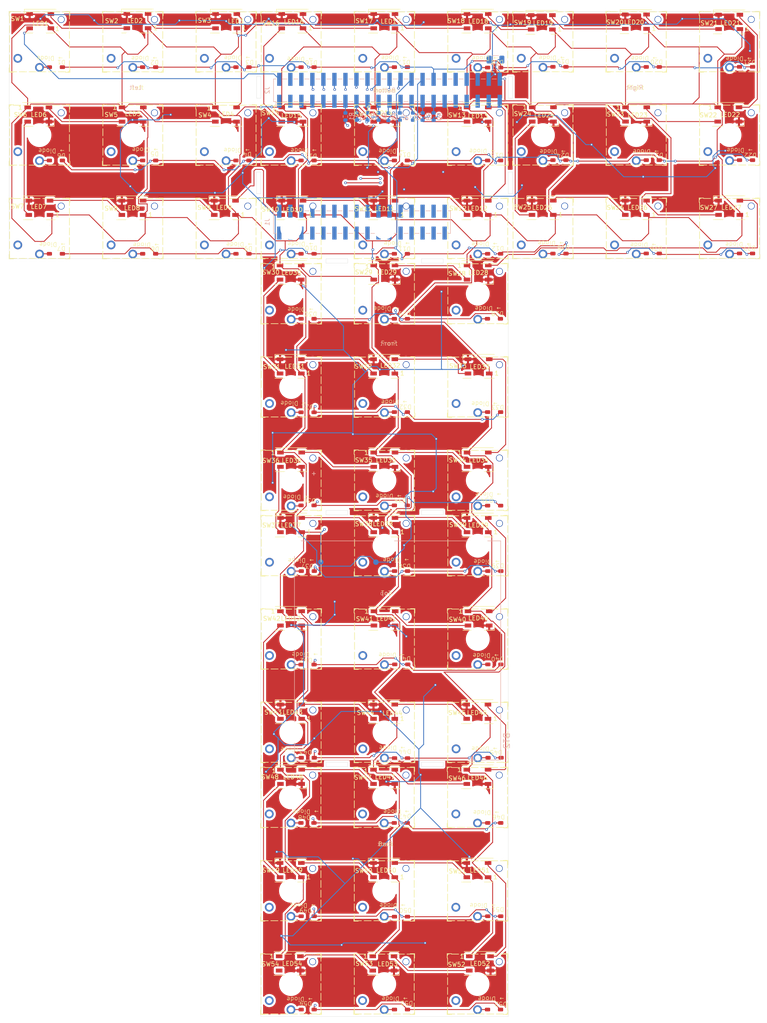
<source format=kicad_pcb>
(kicad_pcb (version 20240108) (generator "pcbnew") (generator_version "8.0")
  (layers (0 "F.Cu" signal) (1 "In1.Cu" signal) (2 "In2.Cu" signal) (31 "B.Cu" signal) (34 "B.Paste" user) (35 "F.Paste" user) (36 "B.SilkS" user "B.Silkscreen") (37 "F.SilkS" user "F.Silkscreen") (38 "B.Mask" user) (39 "F.Mask" user) (44 "Edge.Cuts" user))
  (net 0 "")
  (net 1 "Column0")
  (net 2 "VDD")
  (net 3 "Row4")
  (net 4 "Row1")
  (net 5 "Column8")
  (net 6 "GND")
  (net 7 "Column5")
  (net 8 "Column2")
  (net 9 "Net-(D1-A)")
  (net 10 "Net-(D2-A)")
  (net 11 "Net-(D3-A)")
  (net 12 "Net-(D4-A)")
  (net 13 "Net-(D5-A)")
  (net 14 "Net-(D6-A)")
  (net 15 "Net-(D7-A)")
  (net 16 "Net-(D8-A)")
  (net 17 "Net-(D9-A)")
  (net 18 "Net-(D18-A)")
  (net 19 "Net-(D19-A)")
  (net 20 "Net-(D20-A)")
  (net 21 "Net-(D21-A)")
  (net 22 "Net-(D22-A)")
  (net 23 "Net-(D23-A)")
  (net 24 "Net-(D24-A)")
  (net 25 "Net-(D25-A)")
  (net 26 "Net-(D34-A)")
  (net 27 "Net-(D35-A)")
  (net 28 "Net-(D36-A)")
  (net 29 "Net-(D37-A)")
  (net 30 "Net-(D38-A)")
  (net 31 "Net-(D39-A)")
  (net 32 "Net-(D40-A)")
  (net 33 "Net-(D41-A)")
  (net 34 "Net-(D50-A)")
  (net 35 "Net-(D51-A)")
  (net 36 "Net-(D52-A)")
  (net 37 "Net-(D53-A)")
  (net 38 "Net-(D54-A)")
  (net 39 "Net-(D11-A)")
  (net 40 "Net-(D12-A)")
  (net 41 "Net-(D13-A)")
  (net 42 "Net-(D14-A)")
  (net 43 "Net-(D15-A)")
  (net 44 "Net-(D16-A)")
  (net 45 "Net-(D17-A)")
  (net 46 "Net-(D26-A)")
  (net 47 "Net-(D27-A)")
  (net 48 "Net-(D28-A)")
  (net 49 "Net-(D29-A)")
  (net 50 "Net-(D30-A)")
  (net 51 "Net-(D31-A)")
  (net 52 "Net-(D32-A)")
  (net 53 "Net-(D33-A)")
  (net 54 "Net-(D42-A)")
  (net 55 "Net-(D43-A)")
  (net 56 "Net-(D44-A)")
  (net 57 "Net-(D45-A)")
  (net 58 "Net-(D46-A)")
  (net 59 "Net-(D47-A)")
  (net 60 "Net-(D48-A)")
  (net 61 "Net-(D49-A)")
  (net 62 "Net-(LED1-DOUT)")
  (net 63 "Net-(LED2-DOUT)")
  (net 64 "Net-(LED3-DOUT)")
  (net 65 "Net-(LED4-DOUT)")
  (net 66 "Net-(LED7-DOUT)")
  (net 67 "Net-(LED8-DOUT)")
  (net 68 "Net-(LED10-DOUT)")
  (net 69 "Net-(LED11-DOUT)")
  (net 70 "Net-(LED12-DOUT)")
  (net 71 "Net-(LED13-DOUT)")
  (net 72 "Net-(LED16-DOUT)")
  (net 73 "Net-(LED17-DOUT)")
  (net 74 "Net-(LED19-DOUT)")
  (net 75 "Net-(LED20-DOUT)")
  (net 76 "Net-(LED21-DOUT)")
  (net 77 "Net-(LED22-DOUT)")
  (net 78 "Net-(LED25-DOUT)")
  (net 79 "Net-(LED26-DOUT)")
  (net 80 "Net-(J2-D31)")
  (net 81 "Net-(LED10-DIN)")
  (net 82 "Net-(LED18-DOUT)")
  (net 83 "Net-(LED27-DOUT)")
  (net 84 "Net-(LED28-DOUT)")
  (net 85 "Net-(LED29-DOUT)")
  (net 86 "Net-(LED37-DOUT)")
  (net 87 "Net-(LED38-DOUT)")
  (net 88 "Net-(LED39-DOUT)")
  (net 89 "Net-(LED40-DOUT)")
  (net 90 "Net-(LED43-DOUT)")
  (net 91 "Net-(LED44-DOUT)")
  (net 92 "Net-(LED30-DOUT)")
  (net 93 "Net-(LED31-DOUT)")
  (net 94 "Net-(LED32-DOUT)")
  (net 95 "Net-(LED33-DOUT)")
  (net 96 "Net-(LED34-DOUT)")
  (net 97 "Net-(LED35-DOUT)")
  (net 98 "Net-(LED36-DOUT)")
  (net 99 "Net-(LED45-DOUT)")
  (net 100 "Column3")
  (net 101 "Column4")
  (net 102 "Column6")
  (net 103 "Column7")
  (net 104 "Row5")
  (net 105 "Row3")
  (net 106 "Net-(LED46-DOUT)")
  (net 107 "Net-(LED47-DOUT)")
  (net 108 "Net-(LED48-DOUT)")
  (net 109 "Net-(LED49-DOUT)")
  (net 110 "Net-(LED50-DOUT)")
  (net 111 "Net-(LED51-DOUT)")
  (net 112 "Net-(LED52-DOUT)")
  (net 113 "Row2")
  (net 114 "Net-(LED53-DOUT)")
  (net 116 "Net-(J2-D18)")
  (net 117 "Net-(J2-D16)")
  (net 118 "Net-(J2-D14)")
  (net 119 "Net-(J2-D12)")
  (net 120 "Net-(J2-D10)")
  (net 121 "Net-(J2-D8)")
  (net 122 "Net-(J2-D6)")
  (net 123 "Net-(J2-D4)")
  (net 124 "Net-(J2-D2)")
  (net 139 "Row0")
  (net 140 "Net-(LED5-DOUT)")
  (net 141 "Net-(LED6-DOUT)")
  (net 142 "Net-(LED14-DOUT)")
  (net 143 "Net-(LED15-DOUT)")
  (net 144 "Net-(LED23-DOUT)")
  (net 145 "Net-(LED24-DOUT)")
  (net 148 "Net-(LED41-DOUT)")
  (net 149 "Net-(LED42-DOUT)")
  (net 152 "Column1")
  (net 172 "Row10")
  (net 173 "Row11")
  (net 181 "Row8")
  (net 182 "Row6")
  (net 183 "Row7")
  (net 185 "Row9")
  (net 191 "Net-(D10-A)")
  (footprint "1_My_Custom_Lib:Kailh_Choc" (layer "F.Cu") (at 177.975 214.615 -90)
    (property "Reference" "SW40")
    (property "Value" "SW_Push")
  )
  (footprint "LED_SMD:LED_WS2812B_PLCC4_5.0x5.0mm_P3.2mm" (layer "F.Cu") (at 134.87 151.785 180)
    (property "Reference" "LED31")
    (property "Value" "WS2812B")
  )
  (footprint "1_My_Custom_Lib:Zener Diode IN4148-W" (layer "F.Cu") (at 183.25 82.95 90)
    (property "Reference" "D18")
    (property "Value" "D_Zener")
  )
  (footprint "LED_SMD:LED_WS2812B_PLCC4_5.0x5.0mm_P3.2mm" (layer "F.Cu") (at 156.45 93.75)
    (property "Reference" "LED14")
    (property "Value" "WS2812B")
  )
  (footprint "LED_SMD:LED_WS2812B_PLCC4_5.0x5.0mm_P3.2mm" (layer "F.Cu") (at 134.85 130.15)
    (property "Reference" "LED30")
    (property "Value" "WS2812B")
  )
  (footprint "LED_SMD:LED_WS2812B_PLCC4_5.0x5.0mm_P3.2mm" (layer "F.Cu") (at 192.725 72.525 180)
    (property "Reference" "LED19")
    (property "Value" "WS2812B")
  )
  (footprint "LED_SMD:LED_WS2812B_PLCC4_5.0x5.0mm_P3.2mm" (layer "F.Cu") (at 177.95 130.15)
    (property "Reference" "LED28")
    (property "Value" "WS2812B")
  )
  (footprint "1_My_Custom_Lib:Zener Diode IN4148-W" (layer "F.Cu") (at 161.75 104.35 90)
    (property "Reference" "D14")
    (property "Value" "D_Zener")
  )
  (footprint "1_My_Custom_Lib:Zener Diode IN4148-W" (layer "F.Cu") (at 82.25 82.85 90)
    (property "Reference" "D1")
    (property "Value" "D_Zener")
  )
  (footprint "1_My_Custom_Lib:Kailh_Choc" (layer "F.Cu") (at 177.975 135.05 -90)
    (property "Reference" "SW28")
    (property "Value" "SW_Push")
  )
  (footprint "LED_SMD:LED_WS2812B_PLCC4_5.0x5.0mm_P3.2mm" (layer "F.Cu") (at 135.25 115.25 180)
    (property "Reference" "LED10")
    (property "Value" "WS2812B")
  )
  (footprint "LED_SMD:LED_WS2812B_PLCC4_5.0x5.0mm_P3.2mm" (layer "F.Cu") (at 134.95 173.285)
    (property "Reference" "LED36")
    (property "Value" "WS2812B")
  )
  (footprint "LED_SMD:LED_WS2812B_PLCC4_5.0x5.0mm_P3.2mm" (layer "F.Cu") (at 156.5 209.85)
    (property "Reference" "LED41")
    (property "Value" "WS2812B")
  )
  (footprint "1_My_Custom_Lib:Kailh_Choc" (layer "F.Cu") (at 134.925 251.115 -90)
    (property "Reference" "SW48")
    (property "Value" "SW_Push")
  )
  (footprint "1_My_Custom_Lib:Zener Diode IN4148-W" (layer "F.Cu") (at 183.275 278.485 90)
    (property "Reference" "D51")
    (property "Value" "D_Zener")
  )
  (footprint "LED_SMD:LED_WS2812B_PLCC4_5.0x5.0mm_P3.2mm" (layer "F.Cu") (at 119.95 93.75)
    (property "Reference" "LED4")
    (property "Value" "WS2812B")
  )
  (footprint "LED_SMD:LED_WS2812B_PLCC4_5.0x5.0mm_P3.2mm" (layer "F.Cu") (at 134.95 188.35 180)
    (property "Reference" "LED37")
    (property "Value" "WS2812B")
  )
  (footprint "1_My_Custom_Lib:Kailh_Choc" (layer "F.Cu") (at 156.475 120.015 -90)
    (property "Reference" "SW11")
    (property "Value" "SW_Push")
  )
  (footprint "LED_SMD:LED_WS2812B_PLCC4_5.0x5.0mm_P3.2mm" (layer "F.Cu") (at 214.475 93.735)
    (property "Reference" "LED23")
    (property "Value" "WS2812B")
  )
  (footprint "1_My_Custom_Lib:Zener Diode IN4148-W" (layer "F.Cu") (at 183.2 140.825 90)
    (property "Reference" "D28")
    (property "Value" "D_Zener")
  )
  (footprint "LED_SMD:LED_WS2812B_PLCC4_5.0x5.0mm_P3.2mm" (layer "F.Cu") (at 177.87 231.35 180)
    (property "Reference" "LED45")
    (property "Value" "WS2812B")
  )
  (footprint "1_My_Custom_Lib:Zener Diode IN4148-W" (layer "F.Cu") (at 140.3 198.96 90)
    (property "Reference" "D37")
    (property "Value" "D_Zener")
  )
  (footprint "LED_SMD:LED_WS2812B_PLCC4_5.0x5.0mm_P3.2mm" (layer "F.Cu") (at 235.725 93.735)
    (property "Reference" "LED22")
    (property "Value" "WS2812B")
  )
  (footprint "1_My_Custom_Lib:Zener Diode IN4148-W" (layer "F.Cu") (at 125.25 104.35 90)
    (property "Reference" "D4")
    (property "Value" "D_Zener")
  )
  (footprint "1_My_Custom_Lib:Zener Diode IN4148-W" (layer "F.Cu") (at 125.25 82.85 90)
    (property "Reference" "D3")
    (property "Value" "D_Zener")
  )
  (footprint "1_My_Custom_Lib:Kailh_Choc" (layer "F.Cu") (at 134.975 156.55 -90)
    (property "Reference" "SW31")
    (property "Value" "SW_Push")
  )
  (footprint "LED_SMD:LED_WS2812B_PLCC4_5.0x5.0mm_P3.2mm" (layer "F.Cu") (at 214.425 115.235 180)
    (property "Reference" "LED26")
    (property "Value" "WS2812B")
  )
  (footprint "LED_SMD:LED_WS2812B_PLCC4_5.0x5.0mm_P3.2mm" (layer "F.Cu") (at 134.95 246.35)
    (property "Reference" "LED48")
    (property "Value" "WS2812B")
  )
  (footprint "1_My_Custom_Lib:Zener Diode IN4148-W" (layer "F.Cu") (at 183.225 299.985 90)
    (property "Reference" "D52")
    (property "Value" "D_Zener")
  )
  (footprint "1_My_Custom_Lib:Kailh_Choc" (layer "F.Cu") (at 134.975 120.015 -90)
    (property "Reference" "SW10")
    (property "Value" "SW_Push")
  )
  (footprint "LED_SMD:LED_WS2812B_PLCC4_5.0x5.0mm_P3.2mm" (layer "F.Cu") (at 156.4 246.35)
    (property "Reference" "LED47")
    (property "Value" "WS2812B")
  )
  (footprint "1_My_Custom_Lib:Kailh_Choc" (layer "F.Cu") (at 134.975 77.015 -90)
    (property "Reference" "SW16")
    (property "Value" "SW_Push")
  )
  (footprint "1_My_Custom_Lib:Zener Diode IN4148-W" (layer "F.Cu") (at 140.25 140.825 90)
    (property "Reference" "D30")
    (property "Value" "D_Zener")
  )
  (footprint "1_My_Custom_Lib:Kailh_Choc" (layer "F.Cu") (at 214.5 77 -90)
    (property "Reference" "SW20")
    (property "Value" "SW_Push")
  )
  (footprint "1_My_Custom_Lib:Zener Diode IN4148-W" (layer "F.Cu") (at 140.25 82.85 90)
    (property "Reference" "D16")
    (property "Value" "D_Zener")
  )
  (footprint "LED_SMD:LED_WS2812B_PLCC4_5.0x5.0mm_P3.2mm" (layer "F.Cu") (at 134.87 267.85 180)
    (property "Reference" "LED49")
    (property "Value" "WS2812B")
  )
  (footprint "1_My_Custom_Lib:Kailh_Choc" (layer "F.Cu") (at 134.975 214.615 -90)
    (property "Reference" "SW42")
    (property "Value" "SW_Push")
  )
  (footprint "1_My_Custom_Lib:Kailh_Choc" (layer "F.Cu") (at 177.975 120.015 -90)
    (property "Reference" "SW12")
    (property "Value" "SW_Push")
  )
  (footprint "1_My_Custom_Lib:Kailh_Choc" (layer "F.Cu") (at 119.975 77.015 -90)
    (property "Reference" "SW3")
    (property "Value" "SW_Push")
  )
  (footprint "LED_SMD:LED_WS2812B_PLCC4_5.0x5.0mm_P3.2mm" (layer "F.Cu") (at 177.95 115.25 180)
    (property "Reference" "LED12")
    (property "Value" "WS2812B")
  )
  (footprint "1_My_Custom_Lib:Zener Diode IN4148-W" (layer "F.Cu") (at 140.275 299.985 90)
    (property "Reference" "D54")
    (property "Value" "D_Zener")
  )
  (footprint "1_My_Custom_Lib:Zener Diode IN4148-W" (layer "F.Cu") (at 103.75 82.85 90)
    (property "Reference" "D2")
    (property "Value" "D_Zener")
  )
  (footprint "1_My_Custom_Lib:Kailh_Choc" (layer "F.Cu") (at 134.975 98.515 -90)
    (property "Reference" "SW15")
    (property "Value" "SW_Push")
  )
  (footprint "LED_SMD:LED_WS2812B_PLCC4_5.0x5.0mm_P3.2mm" (layer "F.Cu") (at 76.7 93.75)
    (property "Reference" "LED6")
    (property "Value" "WS2812B")
  )
  (footprint "1_My_Custom_Lib:Kailh_Choc" (layer "F.Cu") (at 134.925 272.615 -90)
    (property "Reference" "SW49")
    (property "Value" "SW_Push")
  )
  (footprint "LED_SMD:LED_WS2812B_PLCC4_5.0x5.0mm_P3.2mm" (layer "F.Cu") (at 235.925 115.235 180)
    (property "Reference" "LED27")
    (property "Value" "WS2812B")
  )
  (footprint "1_My_Custom_Lib:Kailh_Choc" (layer "F.Cu") (at 98.475 77.015 -90)
    (property "Reference" "SW2")
    (property "Value" "SW_Push")
  )
  (footprint "LED_SMD:LED_WS2812B_PLCC4_5.0x5.0mm_P3.2mm" (layer "F.Cu") (at 192.975 93.735)
    (property "Reference" "LED24")
    (property "Value" "WS2812B")
  )
  (footprint "1_My_Custom_Lib:Zener Diode IN4148-W" (layer "F.Cu") (at 161.75 125.85 90)
    (property "Reference" "D11")
    (property "Value" "D_Zener")
  )
  (footprint "LED_SMD:LED_WS2812B_PLCC4_5.0x5.0mm_P3.2mm" (layer "F.Cu") (at 177.95 173.285)
    (property "Reference" "LED34")
    (property "Value" "WS2812B")
  )
  (footprint "1_My_Custom_Lib:Zener Diode IN4148-W" (layer "F.Cu") (at 183.275 256.985 90)
    (property "Reference" "D46")
    (property "Value" "D_Zener")
  )
  (footprint "1_My_Custom_Lib:Kailh_Choc" (layer "F.Cu") (at 193 98.5 -90)
    (property "Reference" "SW24")
    (property "Value" "SW_Push")
  )
  (footprint "1_My_Custom_Lib:Kailh_Choc" (layer "F.Cu") (at 236 77 -90)
    (property "Reference" "SW21")
    (property "Value" "SW_Push")
  )
  (footprint "LED_SMD:LED_WS2812B_PLCC4_5.0x5.0mm_P3.2mm" (layer "F.Cu") (at 98.45 93.75)
    (property "Reference" "LED5")
    (property "Value" "WS2812B")
  )
  (footprint "1_My_Custom_Lib:Kailh_Choc" (layer "F.Cu") (at 156.475 193.115 -90)
    (property "Reference" "SW38")
    (property "Value" "SW_Push")
  )
  (footprint "LED_SMD:LED_WS2812B_PLCC4_5.0x5.0mm_P3.2mm" (layer "F.Cu") (at 99.55 72.225 180)
    (property "Reference" "LED2")
    (property "Value" "WS2812B")
  )
  (footprint "1_My_Custom_Lib:Kailh_Choc" (layer "F.Cu") (at 156.475 214.615 -90)
    (property "Reference" "SW41")
    (property "Value" "SW_Push")
  )
  (footprint "1_My_Custom_Lib:Zener Diode IN4148-W" (layer "F.Cu") (at 140.25 162.375 90)
    (property "Reference" "D31")
    (property "Value" "D_Zener")
  )
  (footprint "1_My_Custom_Lib:Kailh_Choc" (layer "F.Cu") (at 156.425 294.115 -90)
    (property "Reference" "SW53")
    (property "Value" "SW_Push")
  )
  (footprint "LED_SMD:LED_WS2812B_PLCC4_5.0x5.0mm_P3.2mm" (layer "F.Cu") (at 76.95 115.25 180)
    (property "Reference" "LED7")
    (property "Value" "WS2812B")
  )
  (footprint "1_My_Custom_Lib:Zener Diode IN4148-W" (layer "F.Cu") (at 161.8 242.06 90)
    (property "Reference" "D44")
    (property "Value" "D_Zener")
  )
  (footprint "1_My_Custom_Lib:Zener Diode IN4148-W" (layer "F.Cu") (at 161.75 183.825 90)
    (property "Reference" "D35")
    (property "Value" "D_Zener")
  )
  (footprint "1_My_Custom_Lib:Zener Diode IN4148-W" (layer "F.Cu") (at 161.75 140.825 90)
    (property "Reference" "D29")
    (property "Value" "D_Zener")
  )
  (footprint "1_My_Custom_Lib:Zener Diode IN4148-W" (layer "F.Cu") (at 140.25 220.5 90)
    (property "Reference" "D42")
    (property "Value" "D_Zener")
  )
  (footprint "LED_SMD:LED_WS2812B_PLCC4_5.0x5.0mm_P3.2mm" (layer "F.Cu") (at 134.95 231.35 180)
    (property "Reference" "LED43")
    (property "Value" "WS2812B")
  )
  (footprint "LED_SMD:LED_WS2812B_PLCC4_5.0x5.0mm_P3.2mm" (layer "F.Cu") (at 178.47 289.35)
    (property "Reference" "LED52")
    (property "Value" "WS2812B")
  )
  (footprint "1_My_Custom_Lib:Kailh_Choc" (layer "F.Cu") (at 214.5 98.5 -90)
    (property "Reference" "SW23")
    (property "Value" "SW_Push")
  )
  (footprint "1_My_Custom_Lib:Kailh_Choc" (layer "F.Cu") (at 156.475 135.05 -90)
    (property "Reference" "SW29")
    (property "Value" "SW_Push")
  )
  (footprint "1_My_Custom_Lib:Kailh_Choc" (layer "F.Cu") (at 134.975 135.05 -90)
    (property "Reference" "SW30")
    (property "Value" "SW_Push")
  )
  (footprint "LED_SMD:LED_WS2812B_PLCC4_5.0x5.0mm_P3.2mm" (layer "F.Cu") (at 156.45 115.25 180)
    (property "Reference" "LED11")
    (property "Value" "WS2812B")
  )
  (footprint "LED_SMD:LED_WS2812B_PLCC4_5.0x5.0mm_P3.2mm" (layer "F.Cu") (at 177.95 188.35 180)
    (property "Reference" "LED39")
    (property "Value" "WS2812B")
  )
  (footprint "1_My_Custom_Lib:Kailh_Choc" (layer "F.Cu") (at 156.475 236.115 -90)
    (property "Reference" "SW44")
    (property "Value" "SW_Push")
  )
  (footprint "1_My_Custom_Lib:Kailh_Choc" (layer "F.Cu") (at 156.475 178.05 -90)
    (property "Reference" "SW35")
    (property "Value" "SW_Push")
  )
  (footprint "1_My_Custom_Lib:Kailh_Choc" (layer "F.Cu") (at 98.475 98.515 -90)
    (property "Reference" "SW5")
    (property "Value" "SW_Push")
  )
  (footprint "1_My_Custom_Lib:Kailh_Choc" (layer "F.Cu") (at 193 120 -90)
    (property "Reference" "SW25")
    (property "Value" "SW_Push")
  )
  (footprint "1_My_Custom_Lib:Kailh_Choc" (layer "F.Cu") (at 134.975 236.115 -90)
    (property "Reference" "SW43")
    (property "Value" "SW_Push")
  )
  (footprint "1_My_Custom_Lib:Kailh_Choc" (layer "F.Cu") (at 236 120 -90)
    (property "Reference" "SW27")
    (property "Value" "SW_Push")
  )
  (footprint "1_My_Custom_Lib:Zener Diode IN4148-W" (layer "F.Cu") (at 183.25 183.875 90)
    (property "Reference" "D34")
    (property "Value" "D_Zener")
  )
  (footprint "LED_SMD:LED_WS2812B_PLCC4_5.0x5.0mm_P3.2mm" (layer "F.Cu") (at 178.17 209.85)
    (property "Reference" "LED40")
    (property "Value" "WS2812B")
  )
  (footprint "1_My_Custom_Lib:Kailh_Choc" (layer "F.Cu") (at 177.975 98.515 -90)
    (property "Reference" "SW13")
    (property "Value" "SW_Push")
  )
  (footprint "1_My_Custom_Lib:Kailh_Choc" (layer "F.Cu") (at 76.975 98.515 -90)
    (property "Reference" "SW6")
    (property "Value" "SW_Push")
  )
  (footprint "1_My_Custom_Lib:Kailh_Choc" (layer "F.Cu") (at 177.975 236.115 -90)
    (property "Reference" "SW45")
    (property "Value" "SW_Push")
  )
  (footprint "1_My_Custom_Lib:Zener Diode IN4148-W" (layer "F.Cu") (at 125.25 125.85 90)
    (property "Reference" "D9")
    (property "Value" "D_Zener")
  )
  (footprint "1_My_Custom_Lib:Zener Diode IN4148-W" (layer "F.Cu") (at 161.75 82.85 90)
    (property "Reference" "D17")
    (property "Value" "D_Zener")
  )
  (footprint "1_My_Custom_Lib:Kailh_Choc" (layer "F.Cu") (at 134.975 178.05 -90)
    (property "Reference" "SW36")
    (property "Value" "SW_Push")
  )
  (footprint "1_My_Custom_Lib:Zener Diode IN4148-W" (layer "F.Cu") (at 241.3 82.775 90)
    (property "Reference" "D21")
    (property "Value" "D_Zener")
  )
  (footprint "1_My_Custom_Lib:Kailh_Choc" (layer "F.Cu") (at 177.925 294.115 -90)
    (property "Reference" "SW52")
    (property "Value" "SW_Push")
  )
  (footprint "LED_SMD:LED_WS2812B_PLCC4_5.0x5.0mm_P3.2mm" (layer "F.Cu") (at 235.925 72.425 180)
    (property "Reference" "LED21")
    (property "Value" "WS2812B")
  )
  (footprint "1_My_Custom_Lib:Zener Diode IN4148-W" (layer "F.Cu") (at 161.775 278.585 90)
    (property "Reference" "D50")
    (property "Value" "D_Zener")
  )
  (footprint "1_My_Custom_Lib:Kailh_Choc" (layer "F.Cu") (at 156.425 251.115 -90)
    (property "Reference" "SW47")
    (property "Value" "SW_Push")
  )
  (footprint "LED_SMD:LED_WS2812B_PLCC4_5.0x5.0mm_P3.2mm" (layer "F.Cu") (at 77.15 72.25 180)
    (property "Reference" "LED1")
    (property "Value" "WS2812B")
  )
  (footprint "1_My_Custom_Lib:Zener Diode IN4148-W" (layer "F.Cu") (at 183.3 220.46 90)
    (property "Reference" "D40")
    (property "Value" "D_Zener")
  )
  (footprint "LED_SMD:LED_WS2812B_PLCC4_5.0x5.0mm_P3.2mm" (layer "F.Cu") (at 156.45 72.25 180)
    (property "Reference" "LED17")
    (property "Value" "WS2812B")
  )
  (footprint "1_My_Custom_Lib:Zener Diode IN4148-W" (layer "F.Cu") (at 183.25 162.325 90)
    (property "Reference" "D33")
    (property "Value" "D_Zener")
  )
  (footprint "1_My_Custom_Lib:Kailh_Choc" (layer "F.Cu") (at 177.975 156.55 -90)
    (property "Reference" "SW33")
    (property "Value" "SW_Push")
  )
  (footprint "1_My_Custom_Lib:Zener Diode IN4148-W" (layer "F.Cu") (at 241.3 125.775 90)
    (property "Reference" "D27")
    (property "Value" "D_Zener")
  )
  (footprint "1_My_Custom_Lib:Kailh_Choc" (layer "F.Cu") (at 193 77 -90)
    (property "Reference" "SW19")
    (property "Value" "SW_Push")
  )
  (footprint "1_My_Custom_Lib:Kailh_Choc" (layer "F.Cu") (at 119.975 120.015 -90)
    (property "Reference" "SW9")
    (property "Value" "SW_Push")
  )
  (footprint "LED_SMD:LED_WS2812B_PLCC4_5.0x5.0mm_P3.2mm" (layer "F.Cu") (at 156.45 173.285)
    (property "Reference" "LED35")
    (property "Value" "WS2812B")
  )
  (footprint "1_My_Custom_Lib:Zener Diode IN4148-W" (layer "F.Cu") (at 161.775 299.985 90)
    (property "Reference" "D53")
    (property "Value" "D_Zener")
  )
  (footprint "1_My_Custom_Lib:Zener Diode IN4148-W" (layer "F.Cu") (at 198.3 104.275 90)
    (property "Reference" "D24")
    (property "Value" "D_Zener")
  )
  (footprint "LED_SMD:LED_WS2812B_PLCC4_5.0x5.0mm_P3.2mm" (layer "F.Cu") (at 192.925 115.235 180)
    (property "Reference" "LED25")
    (property "Value" "WS2812B")
  )
  (footprint "LED_SMD:LED_WS2812B_PLCC4_5.0x5.0mm_P3.2mm" (layer "F.Cu") (at 135.25 93.75)
    (property "Reference" "LED15")
    (property "Value" "WS2812B")
  )
  (footprint "1_My_Custom_Lib:Kailh_Choc" (layer "F.Cu") (at 177.925 251.115 -90)
    (property "Reference" "SW46")
    (property "Value" "SW_Push")
  )
  (footprint "LED_SMD:LED_WS2812B_PLCC4_5.0x5.0mm_P3.2mm" (layer "F.Cu") (at 98.4 115.25 180)
    (property "Reference" "LED8")
    (property "Value" "WS2812B")
  )
  (footprint "1_My_Custom_Lib:Zener Diode IN4148-W" (layer "F.Cu") (at 82.25 104.35 90)
    (property "Reference" "D6")
    (property "Value" "D_Zener")
  )
  (footprint "1_My_Custom_Lib:Zener Diode IN4148-W" (layer "F.Cu") (at 140.25 104.35 90)
    (property "Reference" "D15")
    (property "Value" "D_Zener")
  )
  (footprint "1_My_Custom_Lib:Zener Diode IN4148-W" (layer "F.Cu") (at 183.35 241.96 90)
    (property "Reference" "D45")
    (property "Value" "D_Zener")
  )
  (footprint "1_My_Custom_Lib:Zener Diode IN4148-W" (layer "F.Cu") (at 82.25 125.85 90)
    (property "Reference" "D7")
    (property "Value" "D_Zener")
  )
  (footprint "1_My_Custom_Lib:Kailh_Choc" (layer "F.Cu") (at 177.975 77.015 -90)
    (property "Reference" "SW18")
    (property "Value" "SW_Push")
  )
  (footprint "1_My_Custom_Lib:Kailh_Choc" (layer "F.Cu") (at 98.475 120.015 -90)
    (property "Reference" "SW8")
    (property "Value" "SW_Push")
  )
  (footprint "LED_SMD:LED_WS2812B_PLCC4_5.0x5.0mm_P3.2mm" (layer "F.Cu") (at 156.22 289.35)
    (property "Reference" "LED53")
    (property "Value" "WS2812B")
  )
  (footprint "1_My_Custom_Lib:Zener Diode IN4148-W" (layer "F.Cu") (at 103.75 104.35 90)
    (property "Reference" "D5")
    (property "Value" "D_Zener")
  )
  (footprint "1_My_Custom_Lib:Zener Diode IN4148-W" (layer "F.Cu") (at 140.3 241.96 90)
    (property "Reference" "D43")
    (property "Value" "D_Zener")
  )
  (footprint "1_My_Custom_Lib:Zener Diode IN4148-W" (layer "F.Cu") (at 183.25 104.35 90)
    (property "Reference" "D13")
    (property "Value" "D_Zener")
  )
  (footprint "LED_SMD:LED_WS2812B_PLCC4_5.0x5.0mm_P3.2mm" (layer "F.Cu") (at 214.425 72.375 180)
    (property "Reference" "LED20")
    (property "Value" "WS2812B")
  )
  (footprint "1_My_Custom_Lib:Kailh_Choc" (layer "F.Cu") (at 177.925 272.615 -90)
    (property "Reference" "SW51")
    (property "Value" "SW_Push")
  )
  (footprint "1_My_Custom_Lib:Zener Diode IN4148-W" (layer "F.Cu") (at 140.25 183.825 90)
    (property "Reference" "D36")
    (property "Value" "D_Zener")
  )
  (footprint "1_My_Custom_Lib:Kailh_Choc" (layer "F.Cu") (at 76.975 120.015 -90)
    (property "Reference" "SW7")
    (property "Value" "SW_Push")
  )
  (footprint "LED_SMD:LED_WS2812B_PLCC4_5.0x5.0mm_P3.2mm" (layer "F.Cu") (at 134.65 289.35)
    (property "Reference" "LED54")
    (property "Value" "WS2812B")
  )
  (footprint "1_My_Custom_Lib:Kailh_Choc" (layer "F.Cu") (at 177.975 193.115 -90)
    (property "Reference" "SW39")
    (property "Value" "SW_Push")
  )
  (footprint "LED_SMD:LED_WS2812B_PLCC4_5.0x5.0mm_P3.2mm" (layer "F.Cu") (at 156.42 151.785 180)
    (property "Reference" "LED32")
    (property "Value" "WS2812B")
  )
  (footprint "1_My_Custom_Lib:Kailh_Choc" (layer "F.Cu") (at 156.475 98.515 -90)
    (property "Reference" "SW14")
    (property "Value" "SW_Push")
  )
  (footprint "1_My_Custom_Lib:Kailh_Choc" (layer "F.Cu") (at 156.425 272.615 -90)
    (property "Reference" "SW50")
    (property "Value" "SW_Push")
  )
  (footprint "1_My_Custom_Lib:Zener Diode IN4148-W" (layer "F.Cu") (at 140.25 125.85 90)
    (property "Reference" "D10")
    (property "Value" "D_Zener")
  )
  (footprint "1_My_Custom_Lib:Zener Diode IN4148-W" (layer "F.Cu") (at 219.8 125.775 90)
    (property "Reference" "D26")
    (property "Value" "D_Zener")
  )
  (footprint "LED_SMD:LED_WS2812B_PLCC4_5.0x5.0mm_P3.2mm" (layer "F.Cu") (at 177.95 72.25 180)
    (property "Reference" "LED18")
    (property "Value" "WS2812B")
  )
  (footprint "1_My_Custom_Lib:Zener Diode IN4148-W" (layer "F.Cu") (at 183.25 125.85 90)
    (property "Reference" "D12")
    (property "Value" "D_Zener")
  )
  (footprint "LED_SMD:LED_WS2812B_PLCC4_5.0x5.0mm_P3.2mm" (layer "F.Cu") (at 134.95 209.85)
    (property "Reference" "LED42")
    (property "Value" "WS2812B")
  )
  (footprint "LED_SMD:LED_WS2812B_PLCC4_5.0x5.0mm_P3.2mm" (layer "F.Cu") (at 177.9 267.85 180)
    (property "Reference" "LED51")
    (property "Value" "WS2812B")
  )
  (footprint "1_My_Custom_Lib:Zener Diode IN4148-W" (layer "F.Cu") (at 198.3 82.775 90)
    (property "Reference" "D19")
    (property "Value" "D_Zener")
  )
  (footprint "LED_SMD:LED_WS2812B_PLCC4_5.0x5.0mm_P3.2mm" (layer "F.Cu") (at 135.25 72.25 180)
    (property "Reference" "LED16")
    (property "Value" "WS2812B")
  )
  (footprint "LED_SMD:LED_WS2812B_PLCC4_5.0x5.0mm_P3.2mm" (layer "F.Cu") (at 177.95 93.75)
    (property "Reference" "LED13")
    (property "Value" "WS2812B")
  )
  (footprint "LED_SMD:LED_WS2812B_PLCC4_5.0x5.0mm_P3.2mm" (layer "F.Cu") (at 156.45 130.15)
    (property "Reference" "LED29")
    (property "Value" "WS2812B")
  )
  (footprint "1_My_Custom_Lib:Kailh_Choc" (layer "F.Cu") (at 134.975 193.115 -90)
    (property "Reference" "SW37")
    (property "Value" "SW_Push")
  )
  (footprint "1_My_Custom_Lib:Kailh_Choc" (layer "F.Cu") (at 76.975 77.015 -90)
    (property "Reference" "SW1")
    (property "Value" "SW_Push")
  )
  (footprint "1_My_Custom_Lib:Zener Diode IN4148-W" (layer "F.Cu") (at 198.3 125.8 90)
    (property "Reference" "D25")
    (property "Value" "D_Zener")
  )
  (footprint "1_My_Custom_Lib:Zener Diode IN4148-W" (layer "F.Cu") (at 103.75 125.85 90)
    (property "Reference" "D8")
    (property "Value" "D_Zener")
  )
  (footprint "LED_SMD:LED_WS2812B_PLCC4_5.0x5.0mm_P3.2mm" (layer "F.Cu") (at 119.7 115.25 180)
    (property "Reference" "LED9")
    (property "Value" "WS2812B")
  )
  (footprint "1_My_Custom_Lib:Kailh_Choc" (layer "F.Cu") (at 236 98.5 -90)
    (property "Reference" "SW22")
    (property "Value" "SW_Push")
  )
  (footprint "1_My_Custom_Lib:Zener Diode IN4148-W" (layer "F.Cu") (at 219.8 82.8 90)
    (property "Reference" "D20")
    (property "Value" "D_Zener")
  )
  (footprint "LED_SMD:LED_WS2812B_PLCC4_5.0x5.0mm_P3.2mm" (layer "F.Cu") (at 178.17 151.785 180)
    (property "Reference" "LED33")
    (property "Value" "WS2812B")
  )
  (footprint "1_My_Custom_Lib:Kailh_Choc" (layer "F.Cu") (at 177.975 178.05 -90)
    (property "Reference" "SW34")
    (property "Value" "SW_Push")
  )
  (footprint "1_My_Custom_Lib:Zener Diode IN4148-W" (layer "F.Cu") (at 161.8 198.96 90)
    (property "Reference" "D38")
    (property "Value" "D_Zener")
  )
  (footprint "1_My_Custom_Lib:Kailh_Choc" (layer "F.Cu") (at 214.5 120 -90)
    (property "Reference" "SW26")
    (property "Value" "SW_Push")
  )
  (footprint "1_My_Custom_Lib:Zener Diode IN4148-W" (layer "F.Cu") (at 161.725 256.985 90)
    (property "Reference" "D47")
    (property "Value" "D_Zener")
  )
  (footprint "1_My_Custom_Lib:Zener Diode IN4148-W" (layer "F.Cu") (at 183.3 198.96 90)
    (property "Reference" "D39")
    (property "Value" "D_Zener")
  )
  (footprint "1_My_Custom_Lib:Kailh_Choc" (layer "F.Cu") (at 134.925 294.115 -90)
    (property "Reference" "SW54")
    (property "Value" "SW_Push")
  )
  (footprint "1_My_Custom_Lib:Zener Diode IN4148-W" (layer "F.Cu") (at 161.85 220.46 90)
    (property "Reference" "D41")
    (property "Value" "D_Zener")
  )
  (footprint "1_My_Custom_Lib:Kailh_Choc" (layer "F.Cu") (at 156.475 156.55 -90)
    (property "Reference" "SW32")
    (property "Value" "SW_Push")
  )
  (footprint "LED_SMD:LED_WS2812B_PLCC4_5.0x5.0mm_P3.2mm" (layer "F.Cu") (at 156.4 231.35 180)
    (property "Reference" "LED44")
    (property "Value" "WS2812B")
  )
  (footprint "LED_SMD:LED_WS2812B_PLCC4_5.0x5.0mm_P3.2mm" (layer "F.Cu") (at 177.9 246.35)
    (property "Reference" "LED46")
    (property "Value" "WS2812B")
  )
  (footprint "1_My_Custom_Lib:Zener Diode IN4148-W" (layer "F.Cu") (at 241.3 104.275 90)
    (property "Reference" "D22")
    (property "Value" "D_Zener")
  )
  (footprint "LED_SMD:LED_WS2812B_PLCC4_5.0x5.0mm_P3.2mm" (layer "F.Cu") (at 120 72.25 180)
    (property "Reference" "LED3")
    (property "Value" "WS2812B")
  )
  (footprint "1_My_Custom_Lib:Zener Diode IN4148-W" (layer "F.Cu") (at 140.275 278.485 90)
    (property "Reference" "D49")
    (property "Value" "D_Zener")
  )
  (footprint "1_My_Custom_Lib:Zener Diode IN4148-W" (layer "F.Cu") (at 161.75 162.325 90)
    (property "Reference" "D32")
    (property "Value" "D_Zener")
  )
  (footprint "1_My_Custom_Lib:Zener Diode IN4148-W" (layer "F.Cu") (at 140.225 256.985 90)
    (property "Reference" "D48")
    (property "Value" "D_Zener")
  )
  (footprint "LED_SMD:LED_WS2812B_PLCC4_5.0x5.0mm_P3.2mm" (layer "F.Cu") (at 156.45 188.35 180)
    (property "Reference" "LED38")
    (property "Value" "WS2812B")
  )
  (footprint "1_My_Custom_Lib:Zener Diode IN4148-W" (layer "F.Cu") (at 219.8 104.275 90)
    (property "Reference" "D23")
    (property "Value" "D_Zener")
  )
  (footprint "LED_SMD:LED_WS2812B_PLCC4_5.0x5.0mm_P3.2mm" (layer "F.Cu") (at 156.4 267.85 180)
    (property "Reference" "LED50")
    (property "Value" "WS2812B")
  )
  (footprint "1_My_Custom_Lib:Kailh_Choc" (layer "F.Cu") (at 119.975 98.515 -90)
    (property "Reference" "SW4")
    (property "Value" "SW_Push")
  )
  (footprint "1_My_Custom_Lib:Kailh_Choc" (layer "F.Cu") (at 156.475 77.015 -90)
    (property "Reference" "SW17")
    (property "Value" "SW_Push")
  )
  (footprint "Resistor_SMD:R_0603_1608Metric" (layer "B.Cu") (at 165.26 94.225 90)
    (property "Reference" "R8")
    (property "Value" "10k")
  )
  (footprint "Connector_PinSocket_2.54mm:PinSocket_2x21_P2.54mm_Vertical_SMD" (layer "B.Cu") (at 157.64 88.18 -90)
    (property "Reference" "J2")
    (property "Value" "Conn_02x21_Odd_Even")
  )
  (footprint "Resistor_SMD:R_0603_1608Metric" (layer "B.Cu") (at 147.48 94.225 90)
    (property "Reference" "R1")
    (property "Value" "10k")
  )
  (footprint "BC4AAAW:BAT_BC4AAAW" (layer "B.Cu") (at 159.5 217.25 90)
    (property "Reference" "BT2")
    (property "Value" "5V Battery Bank")
  )
  (footprint "Resistor_SMD:R_0603_1608Metric" (layer "B.Cu") (at 152.56 94.225 90)
    (property "Reference" "R3")
    (property "Value" "10k")
  )
  (footprint "Resistor_SMD:R_0603_1608Metric" (layer "B.Cu") (at 163.04 94.22 90)
    (property "Reference" "R7")
    (property "Value" "10k")
  )
  (footprint "Resistor_SMD:R_0603_1608Metric" (layer "B.Cu") (at 157.36 94.295 90)
    (property "Reference" "R5")
    (property "Value" "10k")
  )
  (footprint "Capacitor_SMD:C_1206_3216Metric" (layer "B.Cu") (at 182.055 81.1)
    (property "Reference" "C1")
    (property "Value" "100uF")
  )
  (footprint "Resistor_SMD:R_0603_1608Metric" (layer "B.Cu") (at 150.02 94.225 90)
    (property "Reference" "R2")
    (property "Value" "10k")
  )
  (footprint "Resistor_SMD:R_0603_1608Metric" (layer "B.Cu") (at 160 94.225 90)
    (property "Reference" "R6")
    (property "Value" "10k")
  )
  (footprint "Resistor_SMD:R_0603_1608Metric" (layer "B.Cu") (at 155.1 94.225 90)
    (property "Reference" "R4")
    (property "Value" "10k")
  )
  (footprint "Connector_PinSocket_2.54mm:PinSocket_2x16_P2.54mm_Vertical_SMD" (layer "B.Cu") (at 151.29 118.555 -90)
    (property "Reference" "J1")
    (property "Value" "Conn_02x16_Odd_Even")
  )
  (footprint "Resistor_SMD:R_0603_1608Metric" (layer "B.Cu") (at 167.8 94.225 90)
    (property "Reference" "R9")
    (property "Value" "10k")
  )
  (gr_line (start 170 128) (end 170 127) (stroke (width 0.05)) (layer "Edge.Cuts"))
  (gr_line (start 128 112) (end 128 107) (stroke (width 0.05)) (layer "Edge.Cuts"))
  (gr_line (start 185 128) (end 185 185) (stroke (width 0.05)) (layer "Edge.Cuts"))
  (gr_line (start 127 107) (end 127 112) (stroke (width 0.05)) (layer "Edge.Cuts"))
  (gr_line (start 148 186) (end 148 185) (stroke (width 0.05)) (layer "Edge.Cuts"))
  (gr_line (start 148 244) (end 143 244) (stroke (width 0.05)) (layer "Edge.Cuts"))
  (gr_line (start 185 244) (end 185 243) (stroke (width 0.05)) (layer "Edge.Cuts"))
  (gr_line (start 186 70) (end 243 70) (stroke (width 0.05)) (layer "Edge.Cuts"))
  (gr_line (start 128 70) (end 185 70) (stroke (width 0.05)) (layer "Edge.Cuts"))
  (gr_line (start 143 186) (end 143 185) (stroke (width 0.05)) (layer "Edge.Cuts"))
  (gr_line (start 128 301.6) (end 128 244) (stroke (width 0.05)) (layer "Edge.Cuts"))
  (gr_line (start 170 186) (end 170 185) (stroke (width 0.05)) (layer "Edge.Cuts"))
  (gr_line (start 127 127) (end 70 127) (stroke (width 0.05)) (layer "Edge.Cuts"))
  (gr_line (start 186 112) (end 186 107) (stroke (width 0.05)) (layer "Edge.Cuts"))
  (gr_line (start 185 244) (end 185 301.6) (stroke (width 0.05)) (layer "Edge.Cuts"))
  (gr_line (start 170 185) (end 165 185) (stroke (width 0.05)) (layer "Edge.Cuts"))
  (gr_line (start 143 185) (end 148 185) (stroke (width 0.05)) (layer "Edge.Cuts"))
  (gr_line (start 185 186) (end 185 185) (stroke (width 0.05)) (layer "Edge.Cuts"))
  (gr_line (start 186 107) (end 185 107) (stroke (width 0.05)) (layer "Edge.Cuts"))
  (gr_line (start 128 128) (end 128 127) (stroke (width 0.05)) (layer "Edge.Cuts"))
  (gr_line (start 185 90) (end 185 85) (stroke (width 0.05)) (layer "Edge.Cuts"))
  (gr_line (start 148 186) (end 143 186) (stroke (width 0.05)) (layer "Edge.Cuts"))
  (gr_line (start 186 85) (end 186 90) (stroke (width 0.05)) (layer "Edge.Cuts"))
  (gr_line (start 243 70) (end 243 127) (stroke (width 0.05)) (layer "Edge.Cuts"))
  (gr_line (start 165 185) (end 165 186) (stroke (width 0.05)) (layer "Edge.Cuts"))
  (gr_line (start 185 112) (end 186 112) (stroke (width 0.05)) (layer "Edge.Cuts"))
  (gr_line (start 170 127) (end 165 127) (stroke (width 0.05)) (layer "Edge.Cuts"))
  (gr_line (start 128 243) (end 128 186) (stroke (width 0.05)) (layer "Edge.Cuts"))
  (gr_line (start 185 128) (end 185 127) (stroke (width 0.05)) (layer "Edge.Cuts"))
  (gr_line (start 170 244) (end 170 243) (stroke (width 0.05)) (layer "Edge.Cuts"))
  (gr_line (start 148 244) (end 148 243) (stroke (width 0.05)) (layer "Edge.Cuts"))
  (gr_line (start 165 128) (end 170 128) (stroke (width 0.05)) (layer "Edge.Cuts"))
  (gr_line (start 170 243) (end 165 243) (stroke (width 0.05)) (layer "Edge.Cuts"))
  (gr_line (start 148 128) (end 143 128) (stroke (width 0.05)) (layer "Edge.Cuts"))
  (gr_line (start 128 85) (end 128 90) (stroke (width 0.05)) (layer "Edge.Cuts"))
  (gr_line (start 70 70) (end 127 70) (stroke (width 0.05)) (layer "Edge.Cuts"))
  (gr_line (start 186 70) (end 185 70) (stroke (width 0.05)) (layer "Edge.Cuts"))
  (gr_line (start 185 301.6) (end 128 301.6) (stroke (width 0.05)) (layer "Edge.Cuts"))
  (gr_line (start 165 127) (end 165 128) (stroke (width 0.05)) (layer "Edge.Cuts"))
  (gr_line (start 128 244) (end 128 243) (stroke (width 0.05)) (layer "Edge.Cuts"))
  (gr_line (start 165 243) (end 165 244) (stroke (width 0.05)) (layer "Edge.Cuts"))
  (gr_line (start 185 90) (end 186 90) (stroke (width 0.05)) (layer "Edge.Cuts"))
  (gr_line (start 148 128) (end 148 127) (stroke (width 0.05)) (layer "Edge.Cuts"))
  (gr_line (start 143 244) (end 143 243) (stroke (width 0.05)) (layer "Edge.Cuts"))
  (gr_line (start 70 127) (end 70 70) (stroke (width 0.05)) (layer "Edge.Cuts"))
  (gr_line (start 143 243) (end 148 243) (stroke (width 0.05)) (layer "Edge.Cuts"))
  (gr_line (start 185 85) (end 186 85) (stroke (width 0.05)) (layer "Edge.Cuts"))
  (gr_line (start 127 112) (end 128 112) (stroke (width 0.05)) (layer "Edge.Cuts"))
  (gr_line (start 185 127) (end 186 127) (stroke (width 0.05)) (layer "Edge.Cuts"))
  (gr_line (start 143 127) (end 148 127) (stroke (width 0.05)) (layer "Edge.Cuts"))
  (gr_line (start 185 186) (end 185 243) (stroke (width 0.05)) (layer "Edge.Cuts"))
  (gr_line (start 143 128) (end 143 127) (stroke (width 0.05)) (layer "Edge.Cuts"))
  (gr_line (start 127 127) (end 128 127) (stroke (width 0.05)) (layer "Edge.Cuts"))
  (gr_line (start 127 85) (end 128 85) (stroke (width 0.05)) (layer "Edge.Cuts"))
  (gr_line (start 185 107) (end 185 112) (stroke (width 0.05)) (layer "Edge.Cuts"))
  (gr_line (start 127 90) (end 127 85) (stroke (width 0.05)) (layer "Edge.Cuts"))
  (gr_line (start 128 185) (end 128 128) (stroke (width 0.05)) (layer "Edge.Cuts"))
  (gr_line (start 128 107) (end 127 107) (stroke (width 0.05)) (layer "Edge.Cuts"))
  (gr_line (start 128 186) (end 128 185) (stroke (width 0.05)) (layer "Edge.Cuts"))
  (gr_line (start 165 186) (end 170 186) (stroke (width 0.05)) (layer "Edge.Cuts"))
  (gr_line (start 127 70) (end 128 70) (stroke (width 0.05)) (layer "Edge.Cuts"))
  (gr_line (start 243 127) (end 186 127) (stroke (width 0.05)) (layer "Edge.Cuts"))
  (gr_line (start 127 90) (end 128 90) (stroke (width 0.05)) (layer "Edge.Cuts"))
  (gr_line (start 165 244) (end 170 244) (stroke (width 0.05)) (layer "Edge.Cuts"))
  (gr_text "Back" (at 158.425 262.415 -0) (layer "B.SilkS") (effects (font (size 1 1) (thickness 0.1)) (justify left bottom mirror)))
  (gr_text "Right" (at 216.125 88.125 -0) (layer "B.SilkS") (effects (font (size 1 1) (thickness 0.1)) (justify left bottom mirror)))
  (gr_text "Front" (at 159.45 147.075 -0) (layer "B.SilkS") (effects (font (size 1 1) (thickness 0.1)) (justify left bottom mirror)))
  (gr_text "Left" (at 100.6 88.135 -0) (layer "B.SilkS") (effects (font (size 1 1) (thickness 0.1)) (justify left bottom mirror)))
  (gr_text "Top" (at 158.1 204.615 -0) (layer "B.SilkS") (effects (font (size 1 1) (thickness 0.1)) (justify left bottom mirror)))
  (gr_text "Bottom" (at 159.1 88.765 -0) (layer "B.SilkS") (effects (font (size 1 1) (thickness 0.1)) (justify left bottom mirror)))
  (gr_text "Left" (at 98.1 88.135 0) (layer "F.SilkS") (effects (font (size 1 1) (thickness 0.1)) (justify left bottom)))
  (gr_text "\n " (at 175.3898 129.6571 0) (layer "F.SilkS") (effects (font (size 1 1) (thickness 0.1)) (justify left bottom)))
  (gr_text "Right" (at 212.375 88.125 0) (layer "F.SilkS") (effects (font (size 1 1) (thickness 0.1)) (justify left bottom)))
  (gr_text "Top" (at 155.6 204.615 0) (layer "F.SilkS") (effects (font (size 1 1) (thickness 0.1)) (justify left bottom)))
  (gr_text "Back" (at 154.925 262.415 0) (layer "F.SilkS") (effects (font (size 1 1) (thickness 0.1)) (justify left bottom)))
  (gr_text "Front" (at 155.557142 147.075 0) (layer "F.SilkS") (effects (font (size 1 1) (thickness 0.1)) (justify left bottom)))
  (gr_text "Bottom" (at 153.85 88.765 0) (layer "F.SilkS") (effects (font (size 1 1) (thickness 0.1)) (justify left bottom)))
  (via (at 169.01 93.88) (size 0.6) (drill 0.3) (layers "F.Cu" "B.Cu") (net 1))
  (segment (start 167.8 94.38) (end 167.8 95.05) (width 0.2) (layer "B.Cu") (net 1))
  (segment (start 169.01 93.88) (end 168.51 94.38) (width 0.2) (layer "B.Cu") (net 1))
  (segment (start 168.51 94.38) (end 167.8 94.38) (width 0.2) (layer "B.Cu") (net 1))
  (segment (start 194.180509 79.85) (end 195.85 78.180509) (width 0.2) (layer "F.Cu") (net 2))
  (segment (start 222.5 99.16) (end 222.5 112) (width 0.2) (layer "F.Cu") (net 2))
  (segment (start 194.84 93) (end 191.44 93) (width 0.2) (layer "F.Cu") (net 2))
  (segment (start 137.775 269.955) (end 137.32 269.5) (width 0.2) (layer "F.Cu") (net 2))
  (segment (start 184.680509 78.180509) (end 190.15 78.180509) (width 0.2) (layer "F.Cu") (net 2))
  (segment (start 233.15 78.180509) (end 234.819491 79.85) (width 0.2) (layer "F.Cu") (net 2))
  (segment (start 153.77 287.7) (end 159.9 281.57) (width 0.2) (layer "F.Cu") (net 2))
  (segment (start 153.95 244.7) (end 153.95 242.678894) (width 0.2) (layer "F.Cu") (net 2))
  (segment (start 180.4 73.9) (end 184.680509 78.180509) (width 0.2) (layer "F.Cu") (net 2))
  (segment (start 232.525 91.335) (end 233.275 92.085) (width 0.2) (layer "F.Cu") (net 2))
  (segment (start 216.875 116.885) (end 216.875 116.875) (width 0.2) (layer "F.Cu") (net 2))
  (segment (start 101.325 117.375) (end 101.325 121.195509) (width 0.2) (layer "F.Cu") (net 2))
  (segment (start 157.85 106.580672) (end 159.95 104.480672) (width 0.2) (layer "F.Cu") (net 2))
  (segment (start 154.75 91.35) (end 174.75 91.35) (width 0.2) (layer "F.Cu") (net 2))
  (segment (start 153.7 128.2) (end 154 128.5) (width 0.2) (layer "F.Cu") (net 2))
  (segment (start 79.4 116.9) (end 79.9 116.9) (width 0.2) (layer "F.Cu") (net 2))
  (segment (start 136.35 228.95) (end 138.8 226.5) (width 0.2) (layer "F.Cu") (net 2))
  (segment (start 156.128529 94.228529) (end 154 92.1) (width 0.2) (layer "F.Cu") (net 2))
  (segment (start 160 210.75) (end 158.25 209) (width 0.2) (layer "F.Cu") (net 2))
  (segment (start 74.25 92.1) (end 75 91.35) (width 0.2) (layer "F.Cu") (net 2))
  (segment (start 122.15 116.25) (end 120.520106 114.620106) (width 0.2) (layer "F.Cu") (net 2))
  (segment (start 136.27 147.163) (end 138.35 145.083) (width 0.2) (layer "F.Cu") (net 2))
  (segment (start 78.020509 123) (end 75.929491 123) (width 0.2) (layer "F.Cu") (net 2))
  (segment (start 233.15 97.319491) (end 233.15 103.05) (width 0.2) (layer "F.Cu") (net 2))
  (segment (start 74.25 92.1) (end 73.9 92.1) (width 0.2) (layer "F.Cu") (net 2))
  (segment (start 181.45 104.55) (end 181.45 94.65) (width 0.2) (layer "F.Cu") (net 2))
  (segment (start 159.7 190.8) (end 158.9 190) (width 0.2) (layer "F.Cu") (net 2))
  (segment (start 211.969491 78.5) (end 213.319491 79.85) (width 0.2) (layer "F.Cu") (net 2))
  (segment (start 122.825 121.195509) (end 121.155509 122.865) (width 0.2) (layer "F.Cu") (net 2))
  (segment (start 158.85 233) (end 158.85 231.5) (width 0.2) (layer "F.Cu") (net 2))
  (segment (start 194.325 111.175) (end 200 105.5) (width 0.2) (layer "F.Cu") (net 2))
  (segment (start 136.35 186.055672) (end 138.45 183.955672) (width 0.2) (layer "F.Cu") (net 2))
  (segment (start 214.575 94.635) (end 217.975 94.635) (width 0.2) (layer "F.Cu") (net 2))
  (segment (start 180.62 153.435) (end 180.62 151.935) (width 0.2) (layer "F.Cu") (net 2))
  (segment (start 155.5 79.865) (end 157.655509 79.865) (width 0.2) (layer "F.Cu") (net 2))
  (segment (start 117.5 81.23) (end 118.865 79.865) (width 0.2) (layer "F.Cu") (net 2))
  (segment (start 142 190) (end 142.65 189.35) (width 0.2) (layer "F.Cu") (net 2))
  (segment (start 175.5 128.5) (end 175.5 126) (width 0.2) (layer "F.Cu") (net 2))
  (segment (start 181.1 210.5) (end 178.8 208.2) (width 0.2) (layer "F.Cu") (net 2))
  (segment (start 111 117.5) (end 101.45 117.5) (width 0.2) (layer "F.Cu") (net 2))
  (segment (start 159.7 202.55) (end 159.7 190.8) (width 0.2) (layer "F.Cu") (net 2))
  (segment (start 180.4 116.9) (end 179.35 115.85) (width 0.2) (layer "F.Cu") (net 2))
  (segment (start 233.15 103.05) (end 234.325 104.225) (width 0.2) (layer "F.Cu") (net 2))
  (segment (start 122.3 94) (end 124.3 92) (width 0.2) (layer "F.Cu") (net 2))
  (segment (start 190.915 92.085) (end 191.9 91.1) (width 0.2) (layer "F.Cu") (net 2))
  (segment (start 132.5 199.628894) (end 137.825 194.303894) (width 0.2) (layer "F.Cu") (net 2))
  (segment (start 138.5 117.7) (end 138.5 120.520509) (width 0.2) (layer "F.Cu") (net 2))
  (segment (start 184.2 213.28) (end 181.42 210.5) (width 0.2) (layer "F.Cu") (net 2))
  (segment (start 135.735 171.635) (end 132.5 171.635) (width 0.2) (layer "F.Cu") (net 2))
  (segment (start 159.05 94.65) (end 158.628529 94.228529) (width 0.2) (layer "F.Cu") (net 2))
  (segment (start 138.5 120.520509) (end 136.155509 122.865) (width 0.2) (layer "F.Cu") (net 2))
  (segment (start 137.7 116.9) (end 138.5 117.7) (width 0.2) (layer "F.Cu") (net 2))
  (segment (start 154.75 245.5) (end 153.95 244.7) (width 0.2) (layer "F.Cu") (net 2))
  (segment (start 178.8 208.2) (end 175.72 208.2) (width 0.2) (layer "F.Cu") (net 2))
  (segment (start 126 117.5) (end 123.5 117.5) (width 0.2) (layer "F.Cu") (net 2))
  (segment (start 176.794491 79.865) (end 179.635 79.865) (width 0.2) (layer "F.Cu") (net 2))
  (segment (start 234.325 93.135) (end 234.325 96.144491) (width 0.2) (layer "F.Cu") (net 2))
  (segment (start 233.275 92.085) (end 233.275 81.394491) (width 0.2) (layer "F.Cu") (net 2))
  (segment (start 74.25 90.05) (end 74.25 92.1) (width 0.2) (layer "F.Cu") (net 2))
  (segment (start 176.428491 79.499) (end 176.794491 79.865) (width 0.2) (layer "F.Cu") (net 2))
  (segment (start 174.75 91.35) (end 175.5 92.1) (width 0.2) (layer "F.Cu") (net 2))
  (segment (start 181.15 153.965) (end 180.62 153.435) (width 0.2) (layer "F.Cu") (net 2))
  (segment (start 159.9 270.55) (end 158.85 269.5) (width 0.2) (layer "F.Cu") (net 2))
  (segment (start 95.25 91.35) (end 96 92.1) (width 0.2) (layer "F.Cu") (net 2))
  (segment (start 157.8 259.8) (end 160 257.6) (width 0.2) (layer "F.Cu") (net 2))
  (segment (start 195.175 74.175) (end 199.5 78.5) (width 0.2) (layer "F.Cu") (net 2))
  (segment (start 96.9 93) (end 96 92.1) (width 0.2) (layer "F.Cu") (net 2))
  (segment (start 160 221.05) (end 160 210.75) (width 0.2) (layer "F.Cu") (net 2))
  (segment (start 101.45 117.5) (end 100.85 116.9) (width 0.2) (layer "F.Cu") (net 2))
  (segment (start 175.45 244.7) (end 176.659 243.491) (width 0.2) (layer "F.Cu") (net 2))
  (segment (start 118.794491 79.865) (end 118.865 79.865) (width 0.2) (layer "F.Cu") (net 2))
  (segment (start 100.3 93) (end 96.9 93) (width 0.2) (layer "F.Cu") (net 2))
  (segment (start 179.8 93) (end 176.4 93) (width 0.2) (layer "F.Cu") (net 2))
  (segment (start 94.386106 122.865) (end 88.421106 116.9) (width 0.2) (layer "F.Cu") (net 2))
  (segment (start 217.35 78.180509) (end 217.35 74.5) (width 0.2) (layer "F.Cu") (net 2))
  (segment (start 238.85 117.36) (end 238.85 121.65) (width 0.2) (layer "F.Cu") (net 2))
  (segment (start 154.65 132.55) (end 155.05 132.55) (width 0.2) (layer "F.Cu") (net 2))
  (segment (start 190.22 91.78) (end 190.22 80.78) (width 0.2) (layer "F.Cu") (net 2))
  (segment (start 139.2 250.870509) (end 139.2 247.3) (width 0.2) (layer "F.Cu") (net 2))
  (segment (start 122.9 75.6) (end 122.45 75.15) (width 0.2) (layer "F.Cu") (net 2))
  (segment (start 133.7 209.4) (end 132.5 208.2) (width 0.2) (layer "F.Cu") (net 2))
  (segment (start 238.375 116.885) (end 238.385 116.885) (width 0.2) (layer "F.Cu") (net 2))
  (segment (start 168.101471 132.55) (end 176.55 132.55) (width 0.2) (layer "F.Cu") (net 2))
  (segment (start 222.5 112) (end 216.66 112) (width 0.2) (layer "F.Cu") (net 2))
  (segment (start 194.180509 122.85) (end 189.35 122.85) (width 0.2) (layer "F.Cu") (net 2))
  (segment (start 138.75 104.25) (end 138.75 94.75) (width 0.2) (layer "F.Cu") (net 2))
  (segment (start 137.4 190) (end 142 190) (width 0.2) (layer "F.Cu") (net 2))
  (segment (start 176.265 172.4) (end 175.5 171.635) (width 0.2) (layer "F.Cu") (net 2))
  (segment (start 122.15 116.9) (end 122.825 117.575) (width 0.2) (layer "F.Cu") (net 2))
  (segment (start 116.365 122.865) (end 111 117.5) (width 0.2) (layer "F.Cu") (net 2))
  (segment (start 131.365 122.865) (end 126 117.5) (width 0.2) (layer "F.Cu") (net 2))
  (segment (start 176.02 287.7) (end 181.4 282.32) (width 0.2) (layer "F.Cu") (net 2))
  (segment (start 212.025 92.085) (end 214.575 94.635) (width 0.2) (layer "F.Cu") (net 2))
  (segment (start 141.995509 78.195509) (end 153.625 78.195509) (width 0.2) (layer "F.Cu") (net 2))
  (segment (start 100.85 116.9) (end 101.325 117.375) (width 0.2) (layer "F.Cu") (net 2))
  (segment (start 101.325 121.195509) (end 99.655509 122.865) (width 0.2) (layer "F.Cu") (net 2))
  (segment (start 159.9 247.25) (end 158.15 245.5) (width 0.2) (layer "F.Cu") (net 2))
  (segment (start 130.5 92) (end 130.6 92.1) (width 0.2) (layer "F.Cu") (net 2))
  (segment (start 238.85 74.55) (end 238.375 74.075) (width 0.2) (layer "F.Cu") (net 2))
  (segment (start 216.66 112) (end 215.825 112.835) (width 0.2) (layer "F.Cu") (net 2))
  (segment (start 130.6 92.1) (end 132.8 92.1) (width 0.2) (layer "F.Cu") (net 2))
  (segment (start 175.5 171.635) (end 181.15 165.985) (width 0.2) (layer "F.Cu") (net 2))
  (segment (start 70.6 76.2) (end 70.6 86.4) (width 0.2) (layer "F.Cu") (net 2))
  (segment (start 229 78.180509) (end 233.15 78.180509) (width 0.2) (layer "F.Cu") (net 2))
  (segment (start 153.25 91.35) (end 154 92.1) (width 0.2) (layer "F.Cu") (net 2))
  (segment (start 117.125 78.195509) (end 118.794491 79.865) (width 0.2) (layer "F.Cu") (net 2))
  (segment (start 216.875 74.025) (end 221.030509 78.180509) (width 0.2) (layer "F.Cu") (net 2))
  (segment (start 154 92.1) (end 154.75 91.35) (width 0.2) (layer "F.Cu") (net 2))
  (segment (start 179.35 106.65) (end 181.45 104.55) (width 0.2) (layer "F.Cu") (net 2))
  (segment (start 136.078894 275.5) (end 136.9 275.5) (width 0.2) (layer "F.Cu") (net 2))
  (segment (start 159.325 74.325) (end 158.9 73.9) (width 0.2) (layer "F.Cu") (net 2))
  (segment (start 181.4 247.25) (end 179.65 245.5) (width 0.2) (layer "F.Cu") (net 2))
  (segment (start 133.6 256.470509) (end 139.2 250.870509) (width 0.2) (layer "F.Cu") (net 2))
  (segment (start 83.895509 78.195509) (end 95.625 78.195509) (width 0.2) (layer "F.Cu") (net 2))
  (segment (start 137.7 116.9) (end 136.65 115.85) (width 0.2) (layer "F.Cu") (net 2))
  (segment (start 116.75 91.35) (end 117.5 92.1) (width 0.2) (layer "F.Cu") (net 2))
  (segment (start 181.2 202.72) (end 175.72 208.2) (width 0.2) (layer "F.Cu") (net 2))
  (segment (start 170.285 141.6) (end 160.251471 141.6) (width 0.2) (layer "F.Cu") (net 2))
  (segment (start 132.5 171.635) (end 138.15 165.985) (width 0.2) (layer "F.Cu") (net 2))
  (segment (start 154 92.1) (end 154.3 91.8) (width 0.2) (layer "F.Cu") (net 2))
  (segment (start 154.85 209) (end 154.05 208.2) (width 0.2) (layer "F.Cu") (net 2))
  (segment (start 159.8 257.4) (end 159.8 254.8) (width 0.2) (layer "F.Cu") (net 2))
  (segment (start 215.680509 79.85) (end 217.35 78.180509) (width 0.2) (layer "F.Cu") (net 2))
  (segment (start 180.4 190) (end 180.4 189.35) (width 0.2) (layer "F.Cu") (net 2))
  (segment (start 137.825 194.303894) (end 137.825 190.425) (width 0.2) (layer "F.Cu") (net 2))
  (segment (start 190.525 92.085) (end 190.22 91.78) (width 0.2) (layer "F.Cu") (net 2))
  (segment (start 159.9 141.248529) (end 159.9 140.751471) (width 0.2) (layer "F.Cu") (net 2))
  (segment (start 122.9 75.6) (end 122.825 75.675) (width 0.2) (layer "F.Cu") (net 2))
  (segment (start 75.929491 123) (end 70.6 117.670509) (width 0.2) (layer "F.Cu") (net 2))
  (segment (start 99.8 114.35) (end 99.8 112.85) (width 0.2) (layer "F.Cu") (net 2))
  (segment (start 184.2 220.890672) (end 184.2 213.28) (width 0.2) (layer "F.Cu") (net 2))
  (segment (start 227.5 91.335) (end 232.525 91.335) (width 0.2) (layer "F.Cu") (net 2))
  (segment (start 123.45 102.801106) (end 123.45 94.45) (width 0.2) (layer "F.Cu") (net 2))
  (segment (start 133.609 277.969894) (end 136.078894 275.5) (width 0.2) (layer "F.Cu") (net 2))
  (segment (start 216.875 116.885) (end 217.35 117.36) (width 0.2) (layer "F.Cu") (net 2))
  (segment (start 158.9 190) (end 157.143053 188.243053) (width 0.2) (layer "F.Cu") (net 2))
  (segment (start 95.625 78.195509) (end 96.714746 79.285254) (width 0.2) (layer "F.Cu") (net 2))
  (segment (start 137.4 233) (end 136.35 231.95) (width 0.2) (layer "F.Cu") (net 2))
  (segment (start 137.32 153.435) (end 136.27 152.385) (width 0.2) (layer "F.Cu") (net 2))
  (segment (start 238.85 78.180509) (end 238.85 74.55) (width 0.2) (layer "F.Cu") (net 2))
  (segment (start 133.7 93) (end 132.8 92.1) (width 0.2) (layer "F.Cu") (net 2))
  (segment (start 137.825 190.425) (end 137.4 190) (width 0.2) (layer "F.Cu") (net 2))
  (segment (start 159.65 154.215) (end 158.87 153.435) (width 0.2) (layer "F.Cu") (net 2))
  (segment (start 158.9 116.9) (end 157.85 115.85) (width 0.2) (layer "F.Cu") (net 2))
  (segment (start 179.635 79.865) (end 180.825 78.675) (width 0.2) (layer "F.Cu") (net 2))
  (segment (start 191.44 93) (end 190.525 92.085) (width 0.2) (layer "F.Cu") (net 2))
  (segment (start 136.9 275.5) (end 137.775 274.625) (width 0.2) (layer "F.Cu") (net 2))
  (segment (start 154.75 172.385) (end 154 171.635) (width 0.2) (layer "F.Cu") (net 2))
  (segment (start 146.421106 116.9) (end 137.7 116.9) (width 0.2) (layer "F.Cu") (net 2))
  (segment (start 155.05 132.55) (end 155.1 132.5) (width 0.2) (layer "F.Cu") (net 2))
  (segment (start 136.95 73.15) (end 137.7 73.9) (width 0.2) (layer "F.Cu") (net 2))
  (segment (start 179.665 172.4) (end 176.265 172.4) (width 0.2) (layer "F.Cu") (net 2))
  (segment (start 157.143053 186.762619) (end 159.355672 184.55) (width 0.2) (layer "F.Cu") (net 2))
  (segment (start 217.35 121.180509) (end 215.680509 122.85) (width 0.2) (layer "F.Cu") (net 2))
  (segment (start 159.325 121.195509) (end 157.655509 122.865) (width 0.2) (layer "F.Cu") (net 2))
  (segment (start 137.9 246) (end 133.8 246) (width 0.2) (layer "F.Cu") (net 2))
  (segment (start 158.15 245.5) (end 154.75 245.5) (width 0.2) (layer "F.Cu") (net 2))
  (segment (start 184.2 90.3) (end 184.2 85.565686) (width 0.2) (layer "F.Cu") (net 2))
  (segment (start 176.659 243.491) (end 176.659 241.461509) (width 0.2) (layer "F.Cu") (net 2))
  (segment (start 180.35 269.5) (end 180.05 269.5) (width 0.2) (layer "F.Cu") (net 2))
  (segment (start 101.8 115.95) (end 101.8 114.35) (width 0.2) (layer "F.Cu") (net 2))
  (segment (start 70.6 95.75) (end 74.25 92.1) (width 0.2) (layer "F.Cu") (net 2))
  (segment (start 73.65 73.15) (end 70.6 76.2) (width 0.2) (layer "F.Cu") (net 2))
  (segment (start 154 171.635) (end 159.65 165.985) (width 0.2) (layer "F.Cu") (net 2))
  (segment (start 96 92.1) (end 96.9 92.1) (width 0.2) (layer "F.Cu") (net 2))
  (segment (start 226.561106 117.5) (end 217.49 117.5) (width 0.2) (layer "F.Cu") (net 2))
  (segment (start 190.22 80.78) (end 191.484745 79.515255) (width 0.2) (layer "F.Cu") (net 2))
  (segment (start 121.155509 79.865) (end 118.865 79.865) (width 0.2) (layer "F.Cu") (net 2))
  (segment (start 123.15 105.65) (end 123.15 103.101106) (width 0.2) (layer "F.Cu") (net 2))
  (segment (start 138.8 210.9) (end 137.8 209.9) (width 0.2) (layer "F.Cu") (net 2))
  (segment (start 119.4 94) (end 122.3 94) (width 0.2) (layer "F.Cu") (net 2))
  (segment (start 176.55 129.55) (end 175.5 128.5) (width 0.2) (layer "F.Cu") (net 2))
  (segment (start 134 239.9) (end 137.7 239.9) (width 0.2) (layer "F.Cu") (net 2))
  (segment (start 152.386106 122.865) (end 146.421106 116.9) (width 0.2) (layer "F.Cu") (net 2))
  (segment (start 211.04 91.1) (end 212.025 92.085) (width 0.2) (layer "F.Cu") (net 2))
  (segment (start 97.65 91.35) (end 116.75 91.35) (width 0.2) (layer "F.Cu") (net 2))
  (segment (start 137.833385 78.195509) (end 141.995509 78.195509) (width 0.2) (layer "F.Cu") (net 2))
  (segment (start 176.55 132.55) (end 176.55 129.55) (width 0.2) (layer "F.Cu") (net 2))
  (segment (start 120.520106 108.179894) (end 123.05 105.65) (width 0.2) (layer "F.Cu") (net 2))
  (segment (start 158.25 209) (end 154.85 209) (width 0.2) (layer "F.Cu") (net 2))
  (segment (start 184.5 90.6) (end 189.04 90.6) (width 0.2) (layer "F.Cu") (net 2))
  (segment (start 159.9 140.751471) (end 168.101471 132.55) (width 0.2) (layer "F.Cu") (net 2))
  (segment (start 157.655509 79.865) (end 159.325 78.195509) (width 0.2) (layer "F.Cu") (net 2))
  (segment (start 160.251471 141.6) (end 159.9 141.248529) (width 0.2) (layer "F.Cu") (net 2))
  (segment (start 158.085 172.385) (end 154.75 172.385) (width 0.2) (layer "F.Cu") (net 2))
  (segment (start 176.7 266.15) (end 181.4 261.45) (width 0.2) (layer "F.Cu") (net 2))
  (segment (start 133.8 246) (end 132.5 244.7) (width 0.2) (layer "F.Cu") (net 2))
  (segment (start 133.609 286.291) (end 133.609 277.969894) (width 0.2) (layer "F.Cu") (net 2))
  (segment (start 205.385 116.885) (end 195.375 116.885) (width 0.2) (layer "F.Cu") (net 2))
  (segment (start 106.245509 78.195509) (end 117.125 78.195509) (width 0.2) (layer "F.Cu") (net 2))
  (segment (start 96 80) (end 96.714746 79.285254) (width 0.2) (layer "F.Cu") (net 2))
  (segment (start 137.9 233) (end 137.4 233) (width 0.2) (layer "F.Cu") (net 2))
  (segment (start 159.9 281.57) (end 159.9 270.55) (width 0.2) (layer "F.Cu") (net 2))
  (segment (start 101.95 99.070509) (end 101.95 94.65) (width 0.2) (layer "F.Cu") (net 2))
  (segment (start 132.8 92.1) (end 133.55 91.35) (width 0.2) (layer "F.Cu") (net 2))
  (segment (start 96.9 92.1) (end 97.65 91.35) (width 0.2) (layer "F.Cu") (net 2))
  (segment (start 136.6 129.3) (end 133.2 129.3) (width 0.2) (layer "F.Cu") (net 2))
  (segment (start 234.819491 79.85) (end 237.180509 79.85) (width 0.2) (layer "F.Cu") (net 2))
  (segment (start 122.825 75.675) (end 122.825 78.195509) (width 0.2) (layer "F.Cu") (net 2))
  (segment (start 99.655509 122.865) (end 94.386106 122.865) (width 0.2) (layer "F.Cu") (net 2))
  (segment (start 153.6 147.515) (end 153.6 133.6) (width 0.2) (layer "F.Cu") (net 2))
  (segment (start 136.65 106.35) (end 138.75 104.25) (width 0.2) (layer "F.Cu") (net 2))
  (segment (start 176.6 185.55) (end 176.6 183.455509) (width 0.2) (layer "F.Cu") (net 2))
  (segment (start 138.15 165.985) (end 138.15 154.265) (width 0.2) (layer "F.Cu") (net 2))
  (segment (start 96.714746 79.285254) (end 97.294491 79.865) (width 0.2) (layer "F.Cu") (net 2))
  (segment (start 159.95 94.65) (end 159.05 94.65) (width 0.2) (layer "F.Cu") (net 2))
  (segment (start 180.825 237.295509) (end 180.825 233.505) (width 0.2) (layer "F.Cu") (net 2))
  (segment (start 211.35 122.85) (end 205.385 116.885) (width 0.2) (layer "F.Cu") (net 2))
  (segment (start 136.35 231.95) (end 136.35 228.95) (width 0.2) (layer "F.Cu") (net 2))
  (segment (start 159.95 104.480672) (end 159.95 94.65) (width 0.2) (layer "F.Cu") (net 2))
  (segment (start 101.95 94.65) (end 100.3 93) (width 0.2) (layer "F.Cu") (net 2))
  (segment (start 155.1 129.6) (end 154 128.5) (width 0.2) (layer "F.Cu") (net 2))
  (segment (start 191.9 91.1) (end 211.04 91.1) (width 0.2) (layer "F.Cu") (net 2))
  (segment (start 180.4 190) (end 181.2 190.8) (width 0.2) (layer "F.Cu") (net 2))
  (segment (start 194.325 115.835) (end 194.325 111.175) (width 0.2) (layer "F.Cu") (net 2))
  (segment (start 117.5 92.1) (end 116.9 92.1) (width 0.2) (layer "F.Cu") (net 2))
  (segment (start 78.85 73.15) (end 73.65 73.15) (width 0.2) (layer "F.Cu") (net 2))
  (segment (start 124.5 75.5) (end 126.85 73.15) (width 0.2) (layer "F.Cu") (net 2))
  (segment (start 179.35 115.85) (end 179.35 106.65) (width 0.2) (layer "F.Cu") (net 2))
  (segment (start 171.929491 118) (end 176.794491 122.865) (width 0.2) (layer "F.Cu") (net 2))
  (segment (start 212.775 91.335) (end 227.5 91.335) (width 0.2) (layer "F.Cu") (net 2))
  (segment (start 117.5 92.1) (end 117.5 81.23) (width 0.2) (layer "F.Cu") (net 2))
  (segment (start 139.2 247.3) (end 137.9 246) (width 0.2) (layer "F.Cu") (net 2))
  (segment (start 199.5 78.5) (end 211.969491 78.5) (width 0.2) (layer "F.Cu") (net 2))
  (segment (start 96 92.1) (end 96 80) (width 0.2) (layer "F.Cu") (net 2))
  (segment (start 175.5 92.1) (end 177 90.6) (width 0.2) (layer "F.Cu") (net 2))
  (segment (start 181.4 261.45) (end 181.4 247.25) (width 0.2) (layer "F.Cu") (net 2))
  (segment (start 180.05 269.5) (end 176.7 266.15) (width 0.2) (layer "F.Cu") (net 2))
  (segment (start 122.45 73.9) (end 123.1 73.9) (width 0.2) (layer "F.Cu") (net 2))
  (segment (start 234.325 112.185) (end 238.375 116.235) (width 0.2) (layer "F.Cu") (net 2))
  (segment (start 101.8 114.35) (end 99.8 114.35) (width 0.2) (layer "F.Cu") (net 2))
  (segment (start 176.6 183.455509) (end 181.45 178.605509) (width 0.2) (layer "F.Cu") (net 2))
  (segment (start 229 78.180509) (end 229 89.835) (width 0.2) (layer "F.Cu") (net 2))
  (segment (start 117.5 92.1) (end 119.4 94) (width 0.2) (layer "F.Cu") (net 2))
  (segment (start 217.975 94.635) (end 222.5 99.16) (width 0.2) (layer "F.Cu") (net 2))
  (segment (start 159.325 117.325) (end 159.325 121.195509) (width 0.2) (layer "F.Cu") (net 2))
  (segment (start 70.6 117.670509) (end 70.6 95.75) (width 0.2) (layer "F.Cu") (net 2))
  (segment (start 180.62 151.935) (end 170.285 141.6) (width 0.2) (layer "F.Cu") (net 2))
  (segment (start 136.155509 122.865) (end 133.6 122.865) (width 0.2) (layer "F.Cu") (net 2))
  (segment (start 158.628529 94.228529) (end 156.128529 94.228529) (width 0.2) (layer "F.Cu") (net 2))
  (segment (start 158.9 116.9) (end 159 117) (width 0.2) (layer "F.Cu") (net 2))
  (segment (start 231.911106 122.85) (end 226.561106 117.5) (width 0.2) (layer "F.Cu") (net 2))
  (segment (start 79.6 73.9) (end 78.85 73.15) (width 0.2) (layer "F.Cu") (net 2))
  (segment (start 175.5 92.1) (end 175.5 81.159491) (width 0.2) (layer "F.Cu") (net 2))
  (segment (start 159.325 237.303894) (end 159.325 233.475) (width 0.2) (layer "F.Cu") (net 2))
  (segment (start 132.2 287.7) (end 133.609 286.291) (width 0.2) (layer "F.Cu") (net 2))
  (segment (start 122.825 78.195509) (end 121.155509 79.865) (width 0.2) (layer "F.Cu") (net 2))
  (segment (start 177 90.6) (end 184.5 90.6) (width 0.2) (layer "F.Cu") (net 2))
  (segment (start 153.6 133.6) (end 154.65 132.55) (width 0.2) (layer "F.Cu") (net 2))
  (segment (start 195.85 121.180509) (end 194.180509 122.85) (width 0.2) (layer "F.Cu") (net 2))
  (segment (start 162.355672 184.55) (end 162.65 184.255672) (width 0.2) (layer "F.Cu") (net 2))
  (segment (start 70.6 86.4) (end 74.25 90.05) (width 0.2) (layer "F.Cu") (net 2))
  (segment (start 133.6 122.865) (end 133.5 122.865) (width 0.2) (layer "F.Cu") (net 2))
  (segment (start 159.8 254.8) (end 159.9 254.7) (width 0.2) (layer "F.Cu") (net 2))
  (segment (start 138.8 238.8) (end 138.8 233.9) (width 0.2) (layer "F.Cu") (net 2))
  (segment (start 181.45 178.605509) (end 181.45 174.185) (width 0.2) (layer "F.Cu") (net 2))
  (segment (start 181.4 282.32) (end 181.4 270.55) (width 0.2) (layer "F.Cu") (net 2))
  (segment (start 159.325 78.195509) (end 159.325 74.325) (width 0.2) (layer "F.Cu") (net 2))
  (segment (start 138.45 183.955672) (end 138.45 174.35) (width 0.2) (layer "F.Cu") (net 2))
  (segment (start 200 105.5) (end 200 98.16) (width 0.2) (layer "F.Cu") (net 2))
  (segment (start 177.7 123.8) (end 177.7 122.865) (width 0.2) (layer "F.Cu") (net 2))
  (segment (start 157.85 115.85) (end 157.85 106.580672) (width 0.2) (layer "F.Cu") (net 2))
  (segment (start 123.15 103.101106) (end 123.45 102.801106) (width 0.2) (layer "F.Cu") (net 2))
  (segment (start 154.2 226.85) (end 160 221.05) (width 0.2) (layer "F.Cu") (net 2))
  (segment (start 180.825 233.505) (end 180.32 233) (width 0.2) (layer "F.Cu") (net 2))
  (segment (start 120.520106 114.620106) (end 120.520106 108.179894) (width 0.2) (layer "F.Cu") (net 2))
  (segment (start 138.35 131.05) (end 136.6 129.3) (width 0.2) (layer "F.Cu") (net 2))
  (segment (start 212.025 81.325) (end 213.5 79.85) (width 0.2) (layer "F.Cu") (net 2))
  (segment (start 216.875 116.885) (end 216.885 116.885) (width 0.2) (layer "F.Cu") (net 2))
  (segment (start 137 93) (end 133.7 93) (width 0.2) (layer "F.Cu") (net 2))
  (segment (start 123.5 117.5) (end 122.9 116.9) (width 0.2) (layer "F.Cu") (net 2))
  (segment (start 179.635 122.865) (end 180.825 121.675) (width 0.2) (layer "F.Cu") (net 2))
  (segment (start 162.65 184.255672) (end 162.65 176.95) (width 0.2) (layer "F.Cu") (net 2))
  (segment (start 123.45 94.45) (end 123 94) (width 0.2) (layer "F.Cu") (net 2))
  (segment (start 233.275 92.085) (end 234.325 93.135) (width 0.2) (layer "F.Cu") (net 2))
  (segment (start 101.8 99.220509) (end 101.95 99.070509) (width 0.2) (layer "F.Cu") (net 2))
  (segment (start 180.825 78.675) (end 180.825 74.325) (width 0.2) (layer "F.Cu") (net 2))
  (segment (start 133.55 91.35) (end 153.25 91.35) (width 0.2) (layer "F.Cu") (net 2))
  (segment (start 121.155509 122.865) (end 116.365 122.865) (width 0.2) (layer "F.Cu") (net 2))
  (segment (start 133.2 129.3) (end 132.4 128.5) (width 0.2) (layer "F.Cu") (net 2))
  (segment (start 216.875 116.875) (end 215.825 115.825) (width 0.2) (layer "F.Cu") (net 2))
  (segment (start 153.625 78.195509) (end 155.294491 79.865) (width 0.2) (layer "F.Cu") (net 2))
  (segment (start 132.8 83.228894) (end 137.833385 78.195509) (width 0.2) (layer "F.Cu") (net 2))
  (segment (start 181.42 210.5) (end 181.1 210.5) (width 0.2) (layer "F.Cu") (net 2))
  (segment (start 195.85 78.180509) (end 195.85 74.85) (width 0.2) (layer "F.Cu") (net 2))
  (segment (start 79.825 117.325) (end 79.825 121.195509) (width 0.2) (layer "F.Cu") (net 2))
  (segment (start 154.3 91.8) (end 154.3 81.065) (width 0.2) (layer "F.Cu") (net 2))
  (segment (start 132.5 241.4) (end 134 239.9) (width 0.2) (layer "F.Cu") (net 2))
  (segment (start 238.85 121.65) (end 237.65 122.85) (width 0.2) (layer "F.Cu") (net 2))
  (segment (start 184.5 90.6) (end 184.2 90.3) (width 0.2) (layer "F.Cu") (net 2))
  (segment (start 164.499 79.499) (end 176.428491 79.499) (width 0.2) (layer "F.Cu") (net 2))
  (segment (start 133.6 125) (end 133.6 122.865) (width 0.2) (layer "F.Cu") (net 2))
  (segment (start 137.775 274.625) (end 137.775 269.955) (width 0.2) (layer "F.Cu") (net 2))
  (segment (start 180.825 121.675) (end 180.825 117.325) (width 0.2) (layer "F.Cu") (net 2))
  (segment (start 160 257.6) (end 159.8 257.4) (width 0.2) (layer "F.Cu") (net 2))
  (segment (start 79.825 121.195509) (end 78.020509 123) (width 0.2) (layer "F.Cu") (net 2))
  (segment (start 79.4 116.9) (end 79.825 117.325) (width 0.2) (layer "F.Cu") (net 2))
  (segment (start 157.8 268.45) (end 157.8 259.8) (width 0.2) (layer "F.Cu") (net 2))
  (segment (start 157.655509 122.865) (end 153.7 122.865) (width 0.2) (layer "F.Cu") (net 2))
  (segment (start 122.825 74.275) (end 122.45 73.9) (width 0.2) (layer "F.Cu") (net 2))
  (segment (start 180.32 232.35) (end 170.201 222.231) (width 0.2) (layer "F.Cu") (net 2))
  (segment (start 136.65 115.85) (end 136.65 106.35) (width 0.2) (layer "F.Cu") (net 2))
  (segment (start 234.325 96.144491) (end 233.15 97.319491) (width 0.2) (layer "F.Cu") (net 2))
  (segment (start 181.45 174.185) (end 179.665 172.4) (width 0.2) (layer "F.Cu") (net 2))
  (segment (start 180.32 233) (end 180.32 232.35) (width 0.2) (layer "F.Cu") (net 2))
  (segment (start 179.65 245.5) (end 176.25 245.5) (width 0.2) (layer "F.Cu") (net 2))
  (segment (start 97.294491 79.865) (end 99.655509 79.865) (width 0.2) (layer "F.Cu") (net 2))
  (segment (start 136.27 152.385) (end 136.27 147.163) (width 0.2) (layer "F.Cu") (net 2))
  (segment (start 124.3 92) (end 128 92) (width 0.2) (layer "F.Cu") (net 2))
  (segment (start 238.375 116.885) (end 238.85 117.36) (width 0.2) (layer "F.Cu") (net 2))
  (segment (start 181.15 165.985) (end 181.15 153.965) (width 0.2) (layer "F.Cu") (net 2))
  (segment (start 191.484745 79.515255) (end 191.819491 79.85) (width 0.2) (layer "F.Cu") (net 2))
  (segment (start 190.525 92.085) (end 190.915 92.085) (width 0.2) (layer "F.Cu") (net 2))
  (segment (start 195.375 116.885) (end 195.385 116.885) (width 0.2) (layer "F.Cu") (net 2))
  (segment (start 153.8 124.9) (end 153.7 124.8) (width 0.2) (layer "F.Cu") (net 2))
  (segment (start 155.294491 79.865) (end 155.5 79.865) (width 0.2) (layer "F.Cu") (net 2))
  (segment (start 200 98.16) (end 194.84 93) (width 0.2) (layer "F.Cu") (net 2))
  (segment (start 100.85 116.9) (end 101.8 115.95) (width 0.2) (layer "F.Cu") (net 2))
  (segment (start 154.3 81.065) (end 155.5 79.865) (width 0.2) (layer "F.Cu") (net 2))
  (segment (start 233.275 81.394491) (end 234.819491 79.85) (width 0.2) (layer "F.Cu") (net 2))
  (segment (start 237.65 122.85) (end 231.911106 122.85) (width 0.2) (layer "F.Cu") (net 2))
  (segment (start 101.8 110.85) (end 101.8 99.220509) (width 0.2) (layer "F.Cu") (net 2))
  (segment (start 79.6 73.9) (end 83.895509 78.195509) (width 0.2) (layer "F.Cu") (net 2))
  (segment (start 126.85 73.15) (end 136.95 73.15) (width 0.2) (layer "F.Cu") (net 2))
  (segment (start 158.87 152.785) (end 153.6 147.515) (width 0.2) (layer "F.Cu") (net 2))
  (segment (start 181.4 270.55) (end 180.35 269.5) (width 0.2) (layer "F.Cu") (net 2))
  (segment (start 99.8 112.85) (end 101.8 110.85) (width 0.2) (layer "F.Cu") (net 2))
  (segment (start 217.49 117.5) (end 216.875 116.885) (width 0.2) (layer "F.Cu") (net 2))
  (segment (start 132.5 244.7) (end 132.5 241.4) (width 0.2) (layer "F.Cu") (net 2))
  (segment (start 122.45 75.15) (end 122.45 73.9) (width 0.2) (layer "F.Cu") (net 2))
  (segment (start 132.4 126.2) (end 133.6 125) (width 0.2) (layer "F.Cu") (net 2))
  (segment (start 189.35 122.85) (end 183.4 116.9) (width 0.2) (layer "F.Cu") (net 2))
  (segment (start 176.659 241.461509) (end 180.825 237.295509) (width 0.2) (layer "F.Cu") (net 2))
  (segment (start 221.030509 78.180509) (end 229 78.180509) (width 0.2) (layer "F.Cu") (net 2))
  (segment (start 137.32 269.5) (end 133.6 265.78) (width 0.2) (layer "F.Cu") (net 2))
  (segment (start 123.05 105.65) (end 123.15 105.65) (width 0.2) (layer "F.Cu") (net 2))
  (segment (start 183.4 116.9) (end 180.4 116.9) (width 0.2) (layer "F.Cu") (net 2))
  (segment (start 138.45 174.35) (end 135.735 171.635) (width 0.2) (layer "F.Cu") (net 2))
  (segment (start 158.9 116.9) (end 159.325 117.325) (width 0.2) (layer "F.Cu") (net 2))
  (segment (start 153.7 124.8) (end 153.7 122.865) (width 0.2) (layer "F.Cu") (net 2))
  (segment (start 190.15 78.180509) (end 191.484745 79.515255) (width 0.2) (layer "F.Cu") (net 2))
  (segment (start 162.65 176.95) (end 158.085 172.385) (width 0.2) (layer "F.Cu") (net 2))
  (segment (start 180.4 189.35) (end 176.6 185.55) (width 0.2) (layer "F.Cu") (net 2))
  (segment (start 195.85 117.36) (end 195.85 121.180509) (width 0.2) (layer "F.Cu") (net 2))
  (segment (start 101.95 77.570509) (end 101.95 73.9) (width 0.2) (layer "F.Cu") (net 2))
  (segment (start 238.375 116.235) (end 238.375 116.885) (width 0.2) (layer "F.Cu") (net 2))
  (segment (start 96 92.1) (end 95.9 92.1) (width 0.2) (layer "F.Cu") (net 2))
  (segment (start 138.8 233.9) (end 137.9 233) (width 0.2) (layer "F.Cu") (net 2))
  (segment (start 153.95 242.678894) (end 159.325 237.303894) (width 0.2) (layer "F.Cu") (net 2))
  (segment (start 136.35 188.95) (end 136.35 186.055672) (width 0.2) (layer "F.Cu") (net 2))
  (segment (start 123 94) (end 122.3 94) (width 0.2) (layer "F.Cu") (net 2))
  (segment (start 181.45 94.65) (end 179.8 93) (width 0.2) (layer "F.Cu") (net 2))
  (segment (start 88.421106 116.9) (end 79.4 116.9) (width 0.2) (layer "F.Cu") (net 2))
  (segment (start 195.375 116.885) (end 194.325 115.835) (width 0.2) (layer "F.Cu") (net 2))
  (segment (start 180.825 74.325) (end 180.4 73.9) (width 0.2) (layer "F.Cu") (net 2))
  (segment (start 213.319491 79.85) (end 213.5 79.85) (width 0.2) (layer "F.Cu") (net 2))
  (segment (start 133.7 209.9) (end 133.7 209.4) (width 0.2) (layer "F.Cu") (net 2))
  (segment (start 217.35 74.5) (end 216.875 74.025) (width 0.2) (layer "F.Cu") (net 2))
  (segment (start 175.5 92.1) (end 174.9 92.1) (width 0.2) (layer "F.Cu") (net 2))
  (segment (start 159 118) (end 171.929491 118) (width 0.2) (layer "F.Cu") (net 2))
  (segment (start 159 117) (end 159 118) (width 0.2) (layer "F.Cu") (net 2))
  (segment (start 159.355672 184.55) (end 162.355672 184.55) (width 0.2) (layer "F.Cu") (net 2))
  (segment (start 122.825 117.575) (end 122.825 121.195509) (width 0.2) (layer "F.Cu") (net 2))
  (segment (start 189.04 90.6) (end 190.525 92.085) (width 0.2) (layer "F.Cu") (net 2))
  (segment (start 182.859672 222.231) (end 184.2 220.890672) (width 0.2) (layer "F.Cu") (net 2))
  (segment (start 137.4 190) (end 136.35 188.95) (width 0.2) (layer "F.Cu") (net 2))
  (segment (start 138.8 226.5) (end 138.8 210.9) (width 0.2) (layer "F.Cu") (net 2))
  (segment (start 137.7 239.9) (end 138.8 238.8) (width 0.2) (layer "F.Cu") (net 2))
  (segment (start 217.35 117.36) (end 217.35 121.180509) (width 0.2) (layer "F.Cu") (net 2))
  (segment (start 212.025 92.085) (end 212.025 81.325) (width 0.2) (layer "F.Cu") (net 2))
  (segment (start 159.325 233.475) (end 158.85 233) (width 0.2) (layer "F.Cu") (net 2))
  (segment (start 132.4 128.5) (end 132.4 126.2) (width 0.2) (layer "F.Cu") (net 2))
  (segment (start 99.655509 79.865) (end 101.95 77.570509) (width 0.2) (layer "F.Cu") (net 2))
  (segment (start 154.05 208.2) (end 159.7 202.55) (width 0.2) (layer "F.Cu") (net 2))
  (segment (start 176.4 93) (end 175.5 92.1) (width 0.2) (layer "F.Cu") (net 2))
  (segment (start 132.8 92.1) (end 132.8 83.228894) (width 0.2) (layer "F.Cu") (net 2))
  (segment (start 195.375 116.885) (end 195.85 117.36) (width 0.2) (layer "F.Cu") (net 2))
  (segment (start 153.7 122.865) (end 152.386106 122.865) (width 0.2) (layer "F.Cu") (net 2))
  (segment (start 195.85 74.85) (end 195.175 74.175) (width 0.2) (layer "F.Cu") (net 2))
  (segment (start 215.680509 122.85) (end 211.35 122.85) (width 0.2) (layer "F.Cu") (net 2))
  (segment (start 122.15 116.9) (end 122.15 116.25) (width 0.2) (layer "F.Cu") (net 2))
  (segment (start 138.75 94.75) (end 137 93) (width 0.2) (layer "F.Cu") (net 2))
  (segment (start 215.825 112.835) (end 215.825 115.825) (width 0.2) (layer "F.Cu") (net 2))
  (segment (start 101.95 73.9) (end 106.245509 78.195509) (width 0.2) (layer "F.Cu") (net 2))
  (segment (start 138.35 145.083) (end 138.35 131.05) (width 0.2) (layer "F.Cu") (net 2))
  (segment (start 177.7 122.865) (end 179.635 122.865) (width 0.2) (layer "F.Cu") (net 2))
  (segment (start 158.85 269.5) (end 157.8 268.45) (width 0.2) (layer "F.Cu") (net 2))
  (segment (start 191.819491 79.85) (end 194.180509 79.85) (width 0.2) (layer "F.Cu") (net 2))
  (segment (start 181.2 190.8) (end 181.2 202.72) (width 0.2) (layer "F.Cu") (net 2))
  (segment (start 133.5 122.865) (end 131.365 122.865) (width 0.2) (layer "F.Cu") (net 2))
  (segment (start 158.87 153.435) (end 158.87 152.785) (width 0.2) (layer "F.Cu") (net 2))
  (segment (start 133.6 265.78) (end 133.6 256.470509) (width 0.2) (layer "F.Cu") (net 2))
  (segment (start 157.143053 188.243053) (end 157.143053 186.762619) (width 0.2) (layer "F.Cu") (net 2))
  (segment (start 153.7 126.9) (end 153.7 128.2) (width 0.2) (layer "F.Cu") (net 2))
  (segment (start 138.15 154.265) (end 137.32 153.435) (width 0.2) (layer "F.Cu") (net 2))
  (segment (start 122.9 116.9) (end 122.15 116.9) (width 0.2) (layer "F.Cu") (net 2))
  (segment (start 175.5 126) (end 177.7 123.8) (width 0.2) (layer "F.Cu") (net 2))
  (segment (start 137.8 209.9) (end 133.7 209.9) (width 0.2) (layer "F.Cu") (net 2))
  (segment (start 132.5 208.2) (end 132.5 199.628894) (width 0.2) (layer "F.Cu") (net 2))
  (segment (start 213.5 79.85) (end 215.680509 79.85) (width 0.2) (layer "F.Cu") (net 2))
  (segment (start 175.5 81.159491) (end 176.794491 79.865) (width 0.2) (layer "F.Cu") (net 2))
  (segment (start 158.85 231.5) (end 154.2 226.85) (width 0.2) (layer "F.Cu") (net 2))
  (segment (start 158.9 73.9) (end 164.499 79.499) (width 0.2) (layer "F.Cu") (net 2))
  (segment (start 212.025 92.085) (end 212.775 91.335) (width 0.2) (layer "F.Cu") (net 2))
  (segment (start 75 91.35) (end 95.25 91.35) (width 0.2) (layer "F.Cu") (net 2))
  (segment (start 100.85 116.9) (end 101.4 116.9) (width 0.2) (layer "F.Cu") (net 2))
  (segment (start 176.794491 122.865) (end 177.7 122.865) (width 0.2) (layer "F.Cu") (net 2))
  (segment (start 234.325 104.225) (end 234.325 112.185) (width 0.2) (layer "F.Cu") (net 2))
  (segment (start 176.25 245.5) (end 175.45 244.7) (width 0.2) (layer "F.Cu") (net 2))
  (segment (start 180.825 117.325) (end 180.4 116.9) (width 0.2) (layer "F.Cu") (net 2))
  (segment (start 159.9 254.7) (end 159.9 247.25) (width 0.2) (layer "F.Cu") (net 2))
  (segment (start 237.180509 79.85) (end 238.85 78.180509) (width 0.2) (layer "F.Cu") (net 2))
  (segment (start 137.7 73.9) (end 141.995509 78.195509) (width 0.2) (layer "F.Cu") (net 2))
  (segment (start 159.65 165.985) (end 159.65 154.215) (width 0.2) (layer "F.Cu") (net 2))
  (segment (start 170.201 222.231) (end 182.859672 222.231) (width 0.2) (layer "F.Cu") (net 2))
  (segment (start 155.1 132.5) (end 155.1 129.6) (width 0.2) (layer "F.Cu") (net 2))
  (segment (start 229 89.835) (end 227.5 91.335) (width 0.2) (layer "F.Cu") (net 2))
  (via (at 128 92) (size 0.6) (drill 0.3) (layers "F.Cu" "B.Cu") (net 2))
  (via (at 153.8 124.9) (size 0.6) (drill 0.3) (layers "F.Cu" "B.Cu") (net 2))
  (via (at 122.9 75.6) (size 0.6) (drill 0.3) (layers "F.Cu" "B.Cu") (net 2))
  (via (at 142.65 189.35) (size 0.6) (drill 0.3) (layers "F.Cu" "B.Cu") (net 2))
  (via (at 184.2 85.565686) (size 0.6) (drill 0.3) (layers "F.Cu" "B.Cu") (net 2))
  (via (at 153.7 126.9) (size 0.6) (drill 0.3) (layers "F.Cu" "B.Cu") (net 2))
  (via (at 130.5 92) (size 0.6) (drill 0.3) (layers "F.Cu" "B.Cu") (net 2))
  (via (at 124.5 75.5) (size 0.6) (drill 0.3) (layers "F.Cu" "B.Cu") (net 2))
  (segment (start 182.15 81.65) (end 182.7 81.1) (width 0.2) (layer "B.Cu") (net 2))
  (segment (start 153.8 124.9) (end 153.7 125) (width 0.2) (layer "B.Cu") (net 2))
  (segment (start 183.134314 85.565686) (end 183.04 85.66) (width 0.2) (layer "B.Cu") (net 2))
  (segment (start 141.8 196.9) (end 141.8 190.2) (width 0.2) (layer "B.Cu") (net 2))
  (segment (start 183.04 85.66) (end 183.04 83.905) (width 0.2) (layer "B.Cu") (net 2))
  (segment (start 153.7 125) (end 153.7 126.9) (width 0.2) (layer "B.Cu") (net 2))
  (segment (start 183.04 83.905) (end 181.995 82.86) (width 0.2) (layer "B.Cu") (net 2))
  (segment (start 181.995 82.86) (end 182.15 82.705) (width 0.2) (layer "B.Cu") (net 2))
  (segment (start 128 92) (end 130.5 92) (width 0.2) (layer "B.Cu") (net 2))
  (segment (start 122.9 75.6) (end 123 75.5) (width 0.2) (layer "B.Cu") (net 2))
  (segment (start 141.8 190.2) (end 142.65 189.35) (width 0.2) (layer "B.Cu") (net 2))
  (segment (start 182.7 81.1) (end 183.53 81.1) (width 0.2) (layer "B.Cu") (net 2))
  (segment (start 184.2 85.565686) (end 183.134314 85.565686) (width 0.2) (layer "B.Cu") (net 2))
  (segment (start 182.15 82.705) (end 182.15 81.65) (width 0.2) (layer "B.Cu") (net 2))
  (segment (start 123 75.5) (end 124.5 75.5) (width 0.2) (layer "B.Cu") (net 2))
  (segment (start 161.375 162.325) (end 161.75 162.325) (width 0.2) (layer "F.Cu") (net 3))
  (segment (start 163.425 164) (end 179 164) (width 0.2) (layer "F.Cu") (net 3))
  (segment (start 154.688894 162.375) (end 156.063894 161) (width 0.2) (layer "F.Cu") (net 3))
  (segment (start 140.25 162.375) (end 140.25 161.25) (width 0.2) (layer "F.Cu") (net 3))
  (segment (start 161.75 162.325) (end 163.425 164) (width 0.2) (layer "F.Cu") (net 3))
  (segment (start 183.175 162.325) (end 182.5 163) (width 0.2) (layer "F.Cu") (net 3))
  (segment (start 160.8 162.9) (end 161.375 162.325) (width 0.2) (layer "F.Cu") (net 3))
  (segment (start 140.25 161.25) (end 140.5 161) (width 0.2) (layer "F.Cu") (net 3))
  (segment (start 140.25 162.375) (end 154.688894 162.375) (width 0.2) (layer "F.Cu") (net 3))
  (segment (start 156.063894 161) (end 159 161) (width 0.2) (layer "F.Cu") (net 3))
  (segment (start 183.25 162.325) (end 183.175 162.325) (width 0.2) (layer "F.Cu") (net 3))
  (via (at 157.5 88) (size 0.6) (drill 0.3) (layers "F.Cu" "B.Cu") (net 3))
  (via (at 179 164) (size 0.6) (drill 0.3) (layers "F.Cu" "B.Cu") (net 3))
  (via (at 140.5 161) (size 0.6) (drill 0.3) (layers "F.Cu" "B.Cu") (net 3))
  (via (at 182.5 163) (size 0.6) (drill 0.3) (layers "F.Cu" "B.Cu") (net 3))
  (via (at 160.8 162.9) (size 0.6) (drill 0.3) (layers "F.Cu" "B.Cu") (net 3))
  (via (at 159 161) (size 0.6) (drill 0.3) (layers "F.Cu" "B.Cu") (net 3))
  (segment (start 160.8 162.8) (end 160.8 162.9) (width 0.2) (layer "B.Cu") (net 3))
  (segment (start 157.64 87.86) (end 157.5 88) (width 0.2) (layer "B.Cu") (net 3))
  (segment (start 179 164) (end 181.5 164) (width 0.2) (layer "B.Cu") (net 3))
  (segment (start 159 161) (end 160.8 162.8) (width 0.2) (layer "B.Cu") (net 3))
  (segment (start 181.5 164) (end 182.5 163) (width 0.2) (layer "B.Cu") (net 3))
  (segment (start 157.64 85.66) (end 157.64 87.86) (width 0.2) (layer "B.Cu") (net 3))
  (segment (start 133.178894 104.35) (end 134.528894 103) (width 0.2) (layer "F.Cu") (net 4))
  (segment (start 82.25 104.35) (end 84.4 106.5) (width 0.2) (layer "F.Cu") (net 4))
  (segment (start 125.25 104.35) (end 124.15 104.35) (width 0.2) (layer "F.Cu") (net 4))
  (segment (start 139.65 104.35) (end 139 105) (width 0.2) (layer "F.Cu") (net 4))
  (segment (start 218.609 103.084) (end 219.8 104.275) (width 0.2) (layer "F.Cu") (net 4))
  (segment (start 220.775 104.275) (end 221 104.5) (width 0.2) (layer "F.Cu") (net 4))
  (segment (start 162.35 104.35) (end 163 105) (width 0.2) (layer "F.Cu") (net 4))
  (segment (start 103.75 104.35) (end 117.35 104.35) (width 0.2) (layer "F.Cu") (net 4))
  (segment (start 125.25 104.35) (end 133.178894 104.35) (width 0.2) (layer "F.Cu") (net 4))
  (segment (start 197.225 104.275) (end 197 104.5) (width 0.2) (layer "F.Cu") (net 4))
  (segment (start 84.4 106.5) (end 99 106.5) (width 0.2) (layer "F.Cu") (net 4))
  (segment (start 213.954894 103.084) (end 218.609 103.084) (width 0.2) (layer "F.Cu") (net 4))
  (segment (start 161.75 104.35) (end 162.35 104.35) (width 0.2) (layer "F.Cu") (net 4))
  (segment (start 156 106) (end 157.5 106) (width 0.2) (layer "F.Cu") (net 4))
  (segment (start 161.75 104.35) (end 176.178894 104.35) (width 0.2) (layer "F.Cu") (net 4))
  (segment (start 219.8 104.275) (end 220.775 104.275) (width 0.2) (layer "F.Cu") (net 4))
  (segment (start 182.65 104.35) (end 182.1 104.9) (width 0.2) (layer "F.Cu") (net 4))
  (segment (start 241.3 104.275) (end 240.05 104.275) (width 0.2) (layer "F.Cu") (net 4))
  (segment (start 212.538894 104.5) (end 213.954894 103.084) (width 0.2) (layer "F.Cu") (net 4))
  (segment (start 177.528894 103) (end 180.5 103) (width 0.2) (layer "F.Cu") (net 4))
  (segment (start 201 104.5) (end 212.538894 104.5) (width 0.2) (layer "F.Cu") (net 4))
  (segment (start 183.25 104.35) (end 182.65 104.35) (width 0.2) (layer "F.Cu") (net 4))
  (segment (start 231.9 104.5) (end 223.5 104.5) (width 0.2) (layer "F.Cu") (net 4))
  (segment (start 140.25 104.35) (end 154.35 104.35) (width 0.2) (layer "F.Cu") (net 4))
  (segment (start 102.65 104.35) (end 102.5 104.5) (width 0.2) (layer "F.Cu") (net 4))
  (segment (start 103.75 104.35) (end 102.65 104.35) (width 0.2) (layer "F.Cu") (net 4))
  (segment (start 199.175 104.275) (end 199.4 104.5) (width 0.2) (layer "F.Cu") (net 4))
  (segment (start 198.3 104.275) (end 199.175 104.275) (width 0.2) (layer "F.Cu") (net 4))
  (segment (start 232.8 103.6) (end 231.9 104.5) (width 0.2) (layer "F.Cu") (net 4))
  (segment (start 124.15 104.35) (end 124 104.5) (width 0.2) (layer "F.Cu") (net 4))
  (segment (start 198.3 104.275) (end 197.225 104.275) (width 0.2) (layer "F.Cu") (net 4))
  (segment (start 117.35 104.35) (end 119.5 106.5) (width 0.2) (layer "F.Cu") (net 4))
  (segment (start 176.178894 104.35) (end 177.528894 103) (width 0.2) (layer "F.Cu") (net 4))
  (segment (start 134.528894 103) (end 137.5 103) (width 0.2) (layer "F.Cu") (net 4))
  (segment (start 140.25 104.35) (end 139.65 104.35) (width 0.2) (layer "F.Cu") (net 4))
  (segment (start 154.35 104.35) (end 156 106) (width 0.2) (layer "F.Cu") (net 4))
  (via (at 232.8 103.6) (size 0.6) (drill 0.3) (layers "F.Cu" "B.Cu") (net 4))
  (via (at 221 104.5) (size 0.6) (drill 0.3) (layers "F.Cu" "B.Cu") (net 4))
  (via (at 137.5 103) (size 0.6) (drill 0.3) (layers "F.Cu" "B.Cu") (net 4))
  (via (at 223.5 104.5) (size 0.6) (drill 0.3) (layers "F.Cu" "B.Cu") (net 4))
  (via (at 102.5 104.5) (size 0.6) (drill 0.3) (layers "F.Cu" "B.Cu") (net 4))
  (via (at 139 105) (size 0.6) (drill 0.3) (layers "F.Cu" "B.Cu") (net 4))
  (via (at 119.5 106.5) (size 0.6) (drill 0.3) (layers "F.Cu" "B.Cu") (net 4))
  (via (at 201 104.5) (size 0.6) (drill 0.3) (layers "F.Cu" "B.Cu") (net 4))
  (via (at 182.1 104.9) (size 0.6) (drill 0.3) (layers "F.Cu" "B.Cu") (net 4))
  (via (at 180.5 103) (size 0.6) (drill 0.3) (layers "F.Cu" "B.Cu") (net 4))
  (via (at 124 104.5) (size 0.6) (drill 0.3) (layers "F.Cu" "B.Cu") (net 4))
  (via (at 199.4 104.5) (size 0.6) (drill 0.3) (layers "F.Cu" "B.Cu") (net 4))
  (via (at 99 106.5) (size 0.6) (drill 0.3) (layers "F.Cu" "B.Cu") (net 4))
  (via (at 197 104.5) (size 0.6) (drill 0.3) (layers "F.Cu" "B.Cu") (net 4))
  (via (at 163 105) (size 0.6) (drill 0.3) (layers "F.Cu" "B.Cu") (net 4))
  (via (at 157.5 106) (size 0.6) (drill 0.3) (layers "F.Cu" "B.Cu") (net 4))
  (via (at 240.05 104.275) (size 0.6) (drill 0.3) (layers "F.Cu" "B.Cu") (net 4))
  (segment (start 196.5 104) (end 197 104.5) (width 0.2) (layer "B.Cu") (net 4))
  (segment (start 223.5 104.5) (end 221 104.5) (width 0.2) (layer "B.Cu") (net 4))
  (segment (start 102.5 104.5) (end 100.5 106.5) (width 0.2) (layer "B.Cu") (net 4))
  (segment (start 100.5 106.5) (end 99 106.5) (width 0.2) (layer "B.Cu") (net 4))
  (segment (start 199.4 104.5) (end 201 104.5) (width 0.2) (layer "B.Cu") (net 4))
  (segment (start 182.1 103.9) (end 182.5 103.5) (width 0.2) (layer "B.Cu") (net 4))
  (segment (start 119.5 106.5) (end 122 106.5) (width 0.2) (layer "B.Cu") (net 4))
  (segment (start 139 104.5) (end 139 105) (width 0.2) (layer "B.Cu") (net 4))
  (segment (start 196.5 103) (end 196.5 104) (width 0.2) (layer "B.Cu") (net 4))
  (segment (start 163 105) (end 162 106) (width 0.2) (layer "B.Cu") (net 4))
  (segment (start 191.884 103.616) (end 192.5 103) (width 0.2) (layer "B.Cu") (net 4))
  (segment (start 182.1 104.6) (end 180.5 103) (width 0.2) (layer "B.Cu") (net 4))
  (segment (start 162 106) (end 157.5 106) (width 0.2) (layer "B.Cu") (net 4))
  (segment (start 182.1 104.9) (end 182.1 103.9) (width 0.2) (layer "B.Cu") (net 4))
  (segment (start 238.675 102.9) (end 240.05 104.275) (width 0.2) (layer "B.Cu") (net 4))
  (segment (start 122 106.5) (end 124 104.5) (width 0.2) (layer "B.Cu") (net 4))
  (segment (start 182.1 104.9) (end 182.1 104.6) (width 0.2) (layer "B.Cu") (net 4))
  (segment (start 137.5 103) (end 139 104.5) (width 0.2) (layer "B.Cu") (net 4))
  (segment (start 182.5 103.5) (end 182.616 103.616) (width 0.2) (layer "B.Cu") (net 4))
  (segment (start 164.1 103.9) (end 164.1 86.82) (width 0.2) (layer "B.Cu") (net 4))
  (segment (start 233.5 102.9) (end 238.675 102.9) (width 0.2) (layer "B.Cu") (net 4))
  (segment (start 192.5 103) (end 196.5 103) (width 0.2) (layer "B.Cu") (net 4))
  (segment (start 164.1 86.82) (end 165.26 85.66) (width 0.2) (layer "B.Cu") (net 4))
  (segment (start 232.8 103.6) (end 233.5 102.9) (width 0.2) (layer "B.Cu") (net 4))
  (segment (start 163 105) (end 164.1 103.9) (width 0.2) (layer "B.Cu") (net 4))
  (segment (start 182.616 103.616) (end 191.884 103.616) (width 0.2) (layer "B.Cu") (net 4))
  (segment (start 147.5 109.5) (end 155.5 109.5) (width 0.2) (layer "F.Cu") (net 5))
  (via (at 147.5 109.5) (size 0.6) (drill 0.3) (layers "F.Cu" "B.Cu") (net 5))
  (via (at 155.5 109.5) (size 0.6) (drill 0.3) (layers "F.Cu" "B.Cu") (net 5))
  (via (at 148 96.3) (size 0.6) (drill 0.3) (layers "F.Cu" "B.Cu") (net 5))
  (segment (start 147.48 95.78) (end 147.48 95.05) (width 0.2) (layer "B.Cu") (net 5))
  (segment (start 148 96.3) (end 147.48 95.78) (width 0.2) (layer "B.Cu") (net 5))
  (segment (start 153.625 99.695509) (end 155.309491 101.38) (width 0.2) (layer "F.Cu") (net 6))
  (segment (start 117.4 111.8) (end 117.4 113.45) (width 0.2) (layer "F.Cu") (net 6))
  (segment (start 159.42 95.92) (end 158.9 95.4) (width 0.2) (layer "F.Cu") (net 6))
  (segment (start 137.4 211.5) (end 135.1 211.5) (width 0.2) (layer "F.Cu") (net 6))
  (segment (start 135.1 211.5) (end 135 211.4) (width 0.2) (layer "F.Cu") (net 6))
  (segment (start 155.309491 101.38) (end 159.42 101.38) (width 0.2) (layer "F.Cu") (net 6))
  (segment (start 180.4 95.4) (end 179.1 95.4) (width 0.2) (layer "F.Cu") (net 6))
  (segment (start 180.4 131.8) (end 180.8 131.8) (width 0.2) (layer "F.Cu") (net 6))
  (segment (start 159.42 101.38) (end 159.42 95.92) (width 0.2) (layer "F.Cu") (net 6))
  (segment (start 117.4 113.45) (end 117.25 113.6) (width 0.2) (layer "F.Cu") (net 6))
  (segment (start 153.93 96.38) (end 153.625 96.685) (width 0.2) (layer "F.Cu") (net 6))
  (segment (start 153.625 96.685) (end 153.625 99.695509) (width 0.2) (layer "F.Cu") (net 6))
  (segment (start 179.1 95.4) (end 179 95.5) (width 0.2) (layer "F.Cu") (net 6))
  (via (at 123.8 107.2) (size 0.6) (drill 0.3) (layers "F.Cu" "B.Cu") (net 6))
  (via (at 109.2 72.1) (size 0.6) (drill 0.3) (layers "F.Cu" "B.Cu") (net 6))
  (via (at 156.89 247.46) (size 0.6) (drill 0.3) (layers "F.Cu" "B.Cu") (net 6))
  (via (at 129.8 71.7) (size 0.6) (drill 0.3) (layers "F.Cu" "B.Cu") (net 6))
  (via (at 168.2 225.2) (size 0.6) (drill 0.3) (layers "F.Cu" "B.Cu") (net 6))
  (via (at 157.5 211.5) (size 0.6) (drill 0.3) (layers "F.Cu" "B.Cu") (net 6))
  (via (at 176.025736 264.774264) (size 0.6) (drill 0.3) (layers "F.Cu" "B.Cu") (net 6))
  (via (at 129.8 94.6) (size 0.6) (drill 0.3) (layers "F.Cu" "B.Cu") (net 6))
  (via (at 117.4 111.8) (size 0.6) (drill 0.3) (layers "F.Cu" "B.Cu") (net 6))
  (via (at 146.6 285.1) (size 0.6) (drill 0.3) (layers "F.Cu" "B.Cu") (net 6))
  (via (at 216.1 108.1) (size 0.6) (drill 0.3) (layers "F.Cu" "B.Cu") (net 6))
  (via (at 128.8 129.1) (size 0.6) (drill 0.3) (layers "F.Cu" "B.Cu") (net 6))
  (via (at 165.5 72.5) (size 0.6) (drill 0.3) (layers "F.Cu" "B.Cu") (net 6))
  (via (at 98.4 95) (size 0.6) (drill 0.3) (layers "F.Cu" "B.Cu") (net 6))
  (via (at 129.17 245.18) (size 0.6) (drill 0.3) (layers "F.Cu" "B.Cu") (net 6))
  (via (at 157.8 196.9) (size 0.6) (drill 0.3) (layers "F.Cu" "B.Cu") (net 6))
  (via (at 155.6 231.3) (size 0.6) (drill 0.3) (layers "F.Cu" "B.Cu") (net 6))
  (via (at 188.16 110.06) (size 0.6) (drill 0.3) (layers "F.Cu" "B.Cu") (net 6))
  (via (at 153.93 96.38) (size 0.6) (drill 0.3) (layers "F.Cu" "B.Cu") (net 6))
  (via (at 154.8 72.1) (size 0.6) (drill 0.3) (layers "F.Cu" "B.Cu") (net 6))
  (via (at 168.4 168.5) (size 0.6) (drill 0.3) (layers "F.Cu" "B.Cu") (net 6))
  (via (at 152.5 106) (size 0.6) (drill 0.3) (layers "F.Cu" "B.Cu") (net 6))
  (via (at 130.7 167.1) (size 0.6) (drill 0.3) (layers "F.Cu" "B.Cu") (net 6))
  (via (at 131.65 263.64) (size 0.6) (drill 0.3) (layers "F.Cu" "B.Cu") (net 6))
  (via (at 134.2 264.8) (size 0.6) (drill 0.3) (layers "F.Cu" "B.Cu") (net 6))
  (via (at 145 206) (size 0.6) (drill 0.3) (layers "F.Cu" "B.Cu") (net 6))
  (via (at 204.2 100.7) (size 0.6) (drill 0.3) (layers "F.Cu" "B.Cu") (net 6))
  (via (at 140.3 237.5) (size 0.6) (drill 0.3) (layers "F.Cu" "B.Cu") (net 6))
  (via (at 225.1 71.7) (size 0.6) (drill 0.3) (layers "F.Cu" "B.Cu") (net 6))
  (via (at 132.7 283) (size 0.6) (drill 0.3) (layers "F.Cu" "B.Cu") (net 6))
  (via (at 161.5 214) (size 0.6) (drill 0.3) (layers "F.Cu" "B.Cu") (net 6))
  (via (at 137.73 133.23) (size 0.6) (drill 0.3) (layers "F.Cu" "B.Cu") (net 6))
  (via (at 232.7 106.1) (size 0.6) (drill 0.3) (layers "F.Cu" "B.Cu") (net 6))
  (via (at 135.7 95.5) (size 0.6) (drill 0.3) (layers "F.Cu" "B.Cu") (net 6))
  (via (at 174.6 151.6) (size 0.6) (drill 0.3) (layers "F.Cu" "B.Cu") (net 6))
  (via (at 107.2 93.8) (size 0.6) (drill 0.3) (layers "F.Cu" "B.Cu") (net 6))
  (via (at 180.9 72.6) (size 0.6) (drill 0.3) (layers "F.Cu" "B.Cu") (net 6))
  (via (at 216.7 72.6) (size 0.6) (drill 0.3) (layers "F.Cu" "B.Cu") (net 6))
  (via (at 155 107) (size 0.6) (drill 0.3) (layers "F.Cu" "B.Cu") (net 6))
  (via (at 164.8 245.9) (size 0.6) (drill 0.3) (layers "F.Cu" "B.Cu") (net 6))
  (via (at 170 107) (size 0.6) (drill 0.3) (layers "F.Cu" "B.Cu") (net 6))
  (via (at 161 111) (size 0.6) (drill 0.3) (layers "F.Cu" "B.Cu") (net 6))
  (via (at 133.78 148) (size 0.6) (drill 0.3) (layers "F.Cu" "B.Cu") (net 6))
  (via (at 145 209) (size 0.6) (drill 0.3) (layers "F.Cu" "B.Cu") (net 6))
  (via (at 240.7 79.1) (size 0.6) (drill 0.3) (layers "F.Cu" "B.Cu") (net 6))
  (via (at 89.590717 72.055735) (size 0.6) (drill 0.3) (layers "F.Cu" "B.Cu") (net 6))
  (via (at 235.008738 102.107108) (size 0.6) (drill 0.3) (layers "F.Cu" "B.Cu") (net 6))
  (via (at 130.7 178.6) (size 0.6) (drill 0.3) (layers "F.Cu" "B.Cu") (net 6))
  (via (at 131 236.5) (size 0.6) (drill 0.3) (layers "F.Cu" "B.Cu") (net 6))
  (via (at 77.2 71.7) (size 0.6) (drill 0.3) (layers "F.Cu" "B.Cu") (net 6))
  (via (at 177.37 110.48) (size 0.6) (drill 0.3) (layers "F.Cu" "B.Cu") (net 6))
  (via (at 135 211.4) (size 0.6) (drill 0.3) (layers "F.Cu" "B.Cu") (net 6))
  (via (at 149.2 167.4) (size 0.6) (drill 0.3) (layers "F.Cu" "B.Cu") (net 6))
  (via (at 155.4 152.5) (size 0.6) (drill 0.3) (layers "F.Cu" "B.Cu") (net 6))
  (via (at 179 95.5) (size 0.6) (drill 0.3) (layers "F.Cu" "B.Cu") (net 6))
  (via (at 182 84.5) (size 0.6) (drill 0.3) (layers "F.Cu" "B.Cu") (net 6))
  (via (at 185.5 73) (size 0.6) (drill 0.3) (layers "F.Cu" "B.Cu") (net 6))
  (via (at 187 95.5) (size 0.6) (drill 0.3) (layers "F.Cu" "B.Cu") (net 6))
  (via (at 169.610572 134.571257) (size 0.6) (drill 0.3) (layers "F.Cu" "B.Cu") (net 6))
  (via (at 120 72.25) (size 0.6) (drill 0.3) (layers "F.Cu" "B.Cu") (net 6))
  (via (at 156 111.5) (size 0.6) (drill 0.3) (layers "F.Cu" "B.Cu") (net 6))
  (via (at 167.7 180.6) (size 0.6) (drill 0.3) (layers "F.Cu" "B.Cu") (net 6))
  (via (at 161 193) (size 0.6) (drill 0.3) (layers "F.Cu" "B.Cu") (net 6))
  (via (at 97.9 110.3) (size 0.6) (drill 0.3) (layers "F.Cu" "B.Cu") (net 6))
  (via (at 156 189) (size 0.6) (drill 0.3) (layers "F.Cu" "B.Cu") (net 6))
  (via (at 149.2 265.2) (size 0.6) (drill 0.3) (layers "F.Cu" "B.Cu") (net 6))
  (via (at 134.95 188.35) (size 0.6) (drill 0.3) (layers "F.Cu" "B.Cu") (net 6))
  (via (at 165.840932 284.644844) (size 0.6) (drill 0.3) (layers "F.Cu" "B.Cu") (net 6))
  (segment (start 78.135 70.765) (end 88.299982 70.765) (width 0.2) (layer "B.Cu") (net 6))
  (segment (start 148.9 167.1) (end 149.2 167.4) (width 0.2) (layer "B.Cu") (net 6))
  (segment (start 232.7 106.1) (end 232.2 105.6) (width 0.2) (layer "B.Cu") (net 6))
  (segment (start 165.5 238.890509) (end 164.390509 240) (width 0.2) (layer "B.Cu") (net 6))
  (segment (start 135.790509 211.4) (end 135 211.4) (width 0.2) (layer "B.Cu") (net 6))
  (segment (start 181.355 82.86) (end 181.355 83.855) (width 0.2) (layer "B.Cu") (net 6))
  (segment (start 147.374264 270.974264) (end 151.774264 266.574264) (width 0.2) (layer "B.Cu") (net 6))
  (segment (start 137.825 213.434491) (end 135.790509 211.4) (width 0.2) (layer "B.Cu") (net 6))
  (segment (start 129.17 245.18) (end 131.95 242.4) (width 0.2) (layer "B.Cu") (net 6))
  (segment (start 180.9 72.6) (end 181.481 73.181) (width 0.2) (layer "B.Cu") (net 6))
  (segment (start 77.2 71.7) (end 78.135 70.765) (width 0.2) (layer "B.Cu") (net 6))
  (segment (start 230.7 108.1) (end 216.1 108.1) (width 0.2) (layer "B.Cu") (net 6))
  (segment (start 188.1 94.4) (end 187 95.5) (width 0.2) (layer "B.Cu") (net 6))
  (segment (start 90.499982 72.965) (end 108.335 72.965) (width 0.2) (layer "B.Cu") (net 6))
  (segment (start 155.881 73.181) (end 164.819 73.181) (width 0.2) (layer "B.Cu") (net 6))
  (segment (start 155.4 152.5) (end 154.7 151.8) (width 0.2) (layer "B.Cu") (net 6))
  (segment (start 142.6 211.4) (end 145 209) (width 0.2) (layer "B.Cu") (net 6))
  (segment (start 154.8 72.1) (end 155.881 73.181) (width 0.2) (layer "B.Cu") (net 6))
  (segment (start 180.58 81.1) (end 181.355 81.875) (width 0.2) (layer "B.Cu") (net 6))
  (segment (start 150.871 195.599) (end 153.199 195.599) (width 0.2) (layer "B.Cu") (net 6))
  (segment (start 99.4 111.8) (end 97.9 110.3) (width 0.2) (layer "B.Cu") (net 6))
  (segment (start 188.16 110.688528) (end 188.16 110.06) (width 0.2) (layer "B.Cu") (net 6))
  (segment (start 131.291 117.139528) (end 127.106472 112.955) (width 0.2) (layer "B.Cu") (net 6))
  (segment (start 164.819 73.181) (end 165.5 72.5) (width 0.2) (layer "B.Cu") (net 6))
  (segment (start 123.8 106.628894) (end 123.8 107.2) (width 0.2) (layer "B.Cu") (net 6))
  (segment (start 177.37 110.48) (end 179.49 112.6) (width 0.2) (layer "B.Cu") (net 6))
  (segment (start 223.85 72.95) (end 225.1 71.7) (width 0.2) (layer "B.Cu") (net 6))
  (segment (start 181.355 74.726) (end 182.9 73.181) (width 0.2) (layer "B.Cu") (net 6))
  (segment (start 225.1 71.7) (end 234.730509 71.7) (width 0.2) (layer "B.Cu") (net 6))
  (segment (start 105.7 93.8) (end 107.2 93.8) (width 0.2) (layer "B.Cu") (net 6))
  (segment (start 147.03 148) (end 152.115 153.085) (width 0.2) (layer "B.Cu") (net 6))
  (segment (start 134.2 264.8) (end 141.2 264.8) (width 0.2) (layer "B.Cu") (net 6))
  (segment (start 161.4 181.751471) (end 161.4 186.3) (width 0.2) (layer "B.Cu") (net 6))
  (segment (start 153.199 195.599) (end 154.5 196.9) (width 0.2) (layer "B.Cu") (net 6))
  (segment (start 196.2 94) (end 188.3 94) (width 0.2) (layer "B.Cu") (net 6))
  (segment (start 159 211.5) (end 161.5 214) (width 0.2) (layer "B.Cu") (net 6))
  (segment (start 173.7 152.5) (end 169.78 152.5) (width 0.2) (layer "B.Cu") (net 6))
  (segment (start 95.625 108.025) (end 97.9 110.3) (width 0.2) (layer "B.Cu") (net 6))
  (segment (start 153.935 72.965) (end 131.065 72.965) (width 0.2) (layer "B.Cu") (net 6))
  (segment (start 164.4 245.5) (end 164.4 240.009491) (width 0.2) (layer "B.Cu") (net 6))
  (segment (start 128.8 129.1) (end 131.291 126.609) (width 0.2) (layer "B.Cu") (net 6))
  (segment (start 133.78 148) (end 147.03 148) (width 0.2) (layer "B.Cu") (net 6))
  (segment (start 162.6 191.4) (end 161 193) (width 0.2) (layer "B.Cu") (net 6))
  (segment (start 188.3 94) (end 188.1 94.2) (width 0.2) (layer "B.Cu") (net 6))
  (segment (start 120 72.25) (end 120.715 72.965) (width 0.2) (layer "B.Cu") (net 6))
  (segment (start 152.791 105.709) (end 152.5 106) (width 0.2) (layer "B.Cu") (net 6))
  (segment (start 164.8 245.9) (end 164.4 245.5) (width 0.2) (layer "B.Cu") (net 6))
  (segment (start 163.24 247.46) (end 164.8 245.9) (width 0.2) (layer "B.Cu") (net 6))
  (segment (start 232.2 103.351471) (end 233.444363 102.107108) (width 0.2) (layer "B.Cu") (net 6))
  (segment (start 128.2 96.1) (end 128.2 102.228894) (width 0.2) (layer "B.Cu") (net 6))
  (segment (start 120.715 72.965) (end 128.535 72.965) (width 0.2) (layer "B.Cu") (net 6))
  (segment (start 131 236.5) (end 133.465 238.965) (width 0.2) (layer "B.Cu") (net 6))
  (segment (start 240.7 77.669491) (end 240.7 79.1) (width 0.2) (layer "B.Cu") (net 6))
  (segment (start 132.7 283) (end 134.8 285.1) (width 0.2) (layer "B.Cu") (net 6))
  (segment (start 146.5 231.3) (end 155.6 231.3) (width 0.2) (layer "B.Cu") (net 6))
  (segment (start 131.95 242.4) (end 131.95 237.27) (width 0.2) (layer "B.Cu") (net 6))
  (segment (start 179.49 112.6) (end 186.248528 112.6) (width 0.2) (layer "B.Cu") (net 6))
  (segment (start 181.66 84.5) (end 180.5 85.66) (width 0.2) (layer "B.Cu") (net 6))
  (segment (start 154.8 72.1) (end 153.935 72.965) (width 0.2) (layer "B.Cu") (net 6))
  (segment (start 95.625 97.334491) (end 95.625 108.025) (width 0.2) (layer "B.Cu") (net 6))
  (segment (start 216.1 108.1) (end 211.6 108.1) (width 0.2) (layer "B.Cu") (net 6))
  (segment (start 149.2 265.2) (end 150.4 265.2) (width 0.2) (layer "B.Cu") (net 6))
  (segment (start 167.3 167.4) (end 168.4 168.5) (width 0.2) (layer "B.Cu") (net 6))
  (segment (start 130.7 167.1) (end 148.9 167.1) (width 0.2) (layer "B.Cu") (net 6))
  (segment (start 154.7 151.8) (end 153.4 151.8) (width 0.2) (layer "B.Cu") (net 6))
  (segment (start 117.4 111.8) (end 99.4 111.8) (width 0.2) (layer "B.Cu") (net 6))
  (segment (start 181.355 82.86) (end 181.355 74.726) (width 0.2) (layer "B.Cu") (net 6))
  (segment (start 176.025735 264.774264) (end 164.8 253.548529) (width 0.2) (layer "B.Cu") (net 6))
  (segment (start 146.6 285.1) (end 147.055156 284.644844) (width 0.2) (layer "B.Cu") (net 6))
  (segment (start 161.4 186.3) (end 162.6 187.5) (width 0.2) (layer "B.Cu") (net 6))
  (segment (start 131 236.059491) (end 137.825 229.234491) (width 0.2) (layer "B.Cu") (net 6))
  (segment (start 204.2 100.7) (end 202.9 100.7) (width 0.2) (layer "B.Cu") (net 6))
  (segment (start 182.9 73.181) (end 185.319 73.181) (width 0.2) (layer "B.Cu") (net 6))
  (segment (start 181.355 81.875) (end 181.355 82.86) (width 0.2) (layer "B.Cu") (net 6))
  (segment (start 135.555 95.355) (end 130.555 95.355) (width 0.2) (layer "B.Cu") (net 6))
  (segment (start 123.8 109.648528) (end 127.106472 112.955) (width 0.2) (layer "B.Cu") (net 6))
  (segment (start 89.590717 72.055735) (end 90.499982 72.965) (width 0.2) (layer "B.Cu") (net 6))
  (segment (start 153.93 96.38) (end 153.93 96.57) (width 0.2) (layer "B.Cu") (net 6))
  (segment (start 188.1 94.2) (end 188.1 94.4) (width 0.2) (layer "B.Cu") (net 6))
  (segment (start 123.8 107.2) (end 123.8 109.648528) (width 0.2) (layer "B.Cu") (net 6))
  (segment (start 234.730509 71.7) (end 240.7 77.669491) (width 0.2) (layer "B.Cu") (net 6))
  (segment (start 185.319 73.181) (end 185.5 73) (width 0.2) (layer "B.Cu") (net 6))
  (segment (start 168.2 225.2) (end 165.5 227.9) (width 0.2) (layer "B.Cu") (net 6))
  (segment (start 104.5 95) (end 105.7 93.8) (width 0.2) (layer "B.Cu") (net 6))
  (segment (start 133.465 238.965) (end 138.835 238.965) (width 0.2) (layer "B.Cu") (net 6))
  (segment (start 119.85 72.1) (end 120 72.25) (width 0.2) (layer "B.Cu") (net 6))
  (segment (start 186.248528 112.6) (end 188.16 110.688528) (width 0.2) (layer "B.Cu") (net 6))
  (segment (start 148.6385 197.8315) (end 150.871 195.599) (width 0.2) (layer "B.Cu") (net 6))
  (segment (start 161 193.7) (end 161 193) (width 0.2) (layer "B.Cu") (net 6))
  (segment (start 155.690509 231.3) (end 155.6 231.3) (width 0.2) (layer "B.Cu") (net 6))
  (segment (start 162.6 187.5) (end 162.6 191.4) (width 0.2) (layer "B.Cu") (net 6))
  (segment (start 145 209) (end 145 206) (width 0.2) (layer "B.Cu") (net 6))
  (segment (start 162.551471 180.6) (end 161.4 181.751471) (width 0.2) (layer "B.Cu") (net 6))
  (segment (start 232.7 106.1) (end 230.7 108.1) (width 0.2) (layer "B.Cu") (net 6))
  (segment (start 147.055156 284.644844) (end 165.840932 284.644844) (width 0.2) (layer "B.Cu") (net 6))
  (segment (start 135.7 95.5) (end 135.555 95.355) (width 0.2) (layer "B.Cu") (net 6))
  (segment (start 167.7 180.6) (end 162.551471 180.6) (width 0.2) (layer "B.Cu") (net 6))
  (segment (start 135.348529 283) (end 147.374264 270.974264) (width 0.2) (layer "B.Cu") (net 6))
  (segment (start 217.05 72.95) (end 223.85 72.95) (width 0.2) (layer "B.Cu") (net 6))
  (segment (start 132.7 283) (end 135.348529 283) (width 0.2) (layer "B.Cu") (net 6))
  (segment (start 157.5 211.5) (end 159 211.5) (width 0.2) (layer "B.Cu") (net 6))
  (segment (start 174.6 151.6) (end 173.7 152.5) (width 0.2) (layer "B.Cu") (net 6))
  (segment (start 134.8 285.1) (end 146.6 285.1) (width 0.2) (layer "B.Cu") (net 6))
  (segment (start 133.04 263.64) (end 131.65 263.64) (width 0.2) (layer "B.Cu") (net 6))
  (segment (start 137.825 229.234491) (end 137.825 213.434491) (width 0.2) (layer "B.Cu") (net 6))
  (segment (start 140.8685 197.28584) (end 141.41416 197.8315) (width 0.2) (layer "B.Cu") (net 6))
  (segment (start 232.2 105.6) (end 232.2 103.351471) (width 0.2) (layer "B.Cu") (net 6))
  (segment (start 176.025736 264.774264) (end 176.025735 264.774264) (width 0.2) (layer "B.Cu") (net 6))
  (segment (start 152.791 97.709) (end 152.791 105.709) (width 0.2) (layer "B.Cu") (net 6))
  (segment (start 147.03 142.53) (end 147.03 148) (width 0.2) (layer "B.Cu") (net 6))
  (segment (start 216.3 73) (end 185.5 73) (width 0.2) (layer "B.Cu") (net 6))
  (segment (start 202.9 100.7) (end 196.2 94) (width 0.2) (layer "B.Cu") (net 6))
  (segment (start 157.8 196.9) (end 161 193.7) (width 0.2) (layer "B.Cu") (net 6))
  (segment (start 97.959491 95) (end 95.625 97.334491) (width 0.2) (layer "B.Cu") (net 6))
  (segment (start 119.2 111.8) (end 123.8 107.2) (width 0.2) (layer "B.Cu") (net 6))
  (segment (start 140.8685 194.2685) (end 140.8685 197.28584) (width 0.2) (layer "B.Cu") (net 6))
  (segment (start 127.106472 112.955) (end 154.545 112.955) (width 0.2) (layer "B.Cu") (net 6))
  (segment (start 141.2 264.8) (end 147.374264 270.974264) (width 0.2) (layer "B.Cu") (net 6))
  (segment (start 156.89 247.46) (end 163.24 247.46) (width 0.2) (layer "B.Cu") (net 6))
  (segment (start 140.3 237.5) (end 146.5 231.3) (width 0.2) (layer "B.Cu") (net 6))
  (segment (start 98.4 95) (end 104.5 95) (width 0.2) (layer "B.Cu") (net 6))
  (segment (start 128.3 96.1) (end 128.2 96.1) (width 0.2) (layer "B.Cu") (net 6))
  (segment (start 134.2 264.8) (end 133.04 263.64) (width 0.2) (layer "B.Cu") (net 6))
  (segment (start 164.390509 240) (end 155.690509 231.3) (width 0.2) (layer "B.Cu") (net 6))
  (segment (start 131.291 126.609) (end 131.291 117.139528) (width 0.2) (layer "B.Cu") (net 6))
  (segment (start 109.2 72.1) (end 119.85 72.1) (width 0.2) (layer "B.Cu") (net 6))
  (segment (start 233.444363 102.107108) (end 235.008738 102.107108) (width 0.2) (layer "B.Cu") (net 6))
  (segment (start 108.335 72.965) (end 109.2 72.1) (width 0.2) (layer "B.Cu") (net 6))
  (segment (start 169.610572 134.571257) (end 169.610572 152.330572) (width 0.2) (layer "B.Cu") (net 6))
  (segment (start 134.95 188.35) (end 140.8685 194.2685) (width 0.2) (layer "B.Cu") (net 6))
  (segment (start 128.535 72.965) (end 129.8 71.7) (width 0.2) (layer "B.Cu") (net 6))
  (segment (start 130.7 178.6) (end 130.7 167.1) (width 0.2) (layer "B.Cu") (net 6))
  (segment (start 98.4 95) (end 97.959491 95) (width 0.2) (layer "B.Cu") (net 6))
  (segment (start 153.4 151.8) (end 152.115 153.085) (width 0.2) (layer "B.Cu") (net 6))
  (segment (start 165.5 227.9) (end 165.5 238.890509) (width 0.2) (layer "B.Cu") (net 6))
  (segment (start 216.7 72.6) (end 216.3 73) (width 0.2) (layer "B.Cu") (net 6))
  (segment (start 150.4 265.2) (end 151.774264 266.574264) (width 0.2) (layer "B.Cu") (net 6))
  (segment (start 88.299982 70.765) (end 89.590717 72.055735) (width 0.2) (layer "B.Cu") (net 6))
  (segment (start 168.4 168.5) (end 168.4 179.9) (width 0.2) (layer "B.Cu") (net 6))
  (segment (start 131.065 72.965) (end 129.8 71.7) (width 0.2) (layer "B.Cu") (net 6))
  (segment (start 151.774264 266.574264) (end 164.8 253.548529) (width 0.2) (layer "B.Cu") (net 6))
  (segment (start 141.41416 197.8315) (end 148.6385 197.8315) (width 0.2) (layer "B.Cu") (net 6))
  (segment (start 149.2 156) (end 149.2 167.4) (width 0.2) (layer "B.Cu") (net 6))
  (segment (start 131 236.5) (end 131 236.059491) (width 0.2) (layer "B.Cu") (net 6))
  (segment (start 117.4 111.8) (end 119.2 111.8) (width 0.2) (layer "B.Cu") (net 6))
  (segment (start 182 84.5) (end 181.355 83.855) (width 0.2) (layer "B.Cu") (net 6))
  (segment (start 129.8 94.6) (end 128.3 96.1) (width 0.2) (layer "B.Cu") (net 6))
  (segment (start 216.7 72.6) (end 217.05 72.95) (width 0.2) (layer "B.Cu") (net 6))
  (segment (start 164.4 240.009491) (end 164.390509 240) (width 0.2) (layer "B.Cu") (net 6))
  (segment (start 169.610572 152.330572) (end 169.78 152.5) (width 0.2) (layer "B.Cu") (net 6))
  (segment (start 138.835 238.965) (end 140.3 237.5) (width 0.2) (layer "B.Cu") (net 6))
  (segment (start 182 84.5) (end 181.66 84.5) (width 0.2) (layer "B.Cu") (net 6))
  (segment (start 149.2 167.4) (end 167.3 167.4) (width 0.2) (layer "B.Cu") (net 6))
  (segment (start 168.4 179.9) (end 167.7 180.6) (width 0.2) (layer "B.Cu") (net 6))
  (segment (start 128.2 102.228894) (end 123.8 106.628894) (width 0.2) (layer "B.Cu") (net 6))
  (segment (start 154.5 196.9) (end 157.8 196.9) (width 0.2) (layer "B.Cu") (net 6))
  (segment (start 181.481 73.181) (end 182.9 73.181) (width 0.2) (layer "B.Cu") (net 6))
  (segment (start 154.545 112.955) (end 156 111.5) (width 0.2) (layer "B.Cu") (net 6))
  (segment (start 152.115 153.085) (end 149.2 156) (width 0.2) (layer "B.Cu") (net 6))
  (segment (start 130.555 95.355) (end 129.8 94.6) (width 0.2) (layer "B.Cu") (net 6))
  (segment (start 169.78 152.5) (end 155.4 152.5) (width 0.2) (layer "B.Cu") (net 6))
  (segment (start 153.93 96.57) (end 152.791 97.709) (width 0.2) (layer "B.Cu") (net 6))
  (segment (start 135 211.4) (end 142.6 211.4) (width 0.2) (layer "B.Cu") (net 6))
  (segment (start 137.73 133.23) (end 147.03 142.53) (width 0.2) (layer "B.Cu") (net 6))
  (segment (start 211.6 108.1) (end 204.2 100.7) (width 0.2) (layer "B.Cu") (net 6))
  (segment (start 164.8 253.548529) (end 164.8 245.9) (width 0.2) (layer "B.Cu") (net 6))
  (via (at 153.811765 94.336765) (size 0.6) (drill 0.3) (layers "F.Cu" "B.Cu") (net 7))
  (segment (start 155.1 94.38) (end 155.1 95.05) (width 0.2) (layer "B.Cu") (net 7))
  (segment (start 153.811765 94.336765) (end 155.056765 94.336765) (width 0.2) (layer "B.Cu") (net 7))
  (segment (start 155.056765 94.336765) (end 155.1 94.38) (width 0.2) (layer "B.Cu") (net 7))
  (via (at 163.495735 94.344265) (size 0.6) (drill 0.3) (layers "F.Cu" "B.Cu") (net 8))
  (segment (start 163.04 94.4) (end 163.04 95.045) (width 0.2) (layer "B.Cu") (net 8))
  (segment (start 163.46 94.38) (end 163.02 94.38) (width 0.2) (layer "B.Cu") (net 8))
  (segment (start 163.02 94.38) (end 163.04 94.4) (width 0.2) (layer "B.Cu") (net 8))
  (segment (start 163.495735 94.344265) (end 163.46 94.38) (width 0.2) (layer "B.Cu") (net 8))
  (segment (start 79.25 82.85) (end 77.04 82.85) (width 0.2) (layer "F.Cu") (net 9))
  (segment (start 77.04 82.85) (end 76.975 82.915) (width 0.2) (layer "F.Cu") (net 9))
  (segment (start 98.54 82.85) (end 98.475 82.915) (width 0.2) (layer "F.Cu") (net 10))
  (segment (start 100.75 82.85) (end 98.54 82.85) (width 0.2) (layer "F.Cu") (net 10))
  (segment (start 120.04 82.85) (end 119.975 82.915) (width 0.2) (layer "F.Cu") (net 11))
  (segment (start 122.25 82.85) (end 120.04 82.85) (width 0.2) (layer "F.Cu") (net 11))
  (segment (start 120.04 104.35) (end 119.975 104.415) (width 0.2) (layer "F.Cu") (net 12))
  (segment (start 122.25 104.35) (end 120.04 104.35) (width 0.2) (layer "F.Cu") (net 12))
  (segment (start 98.54 104.35) (end 98.475 104.415) (width 0.2) (layer "F.Cu") (net 13))
  (segment (start 100.75 104.35) (end 98.54 104.35) (width 0.2) (layer "F.Cu") (net 13))
  (segment (start 77.04 104.35) (end 76.975 104.415) (width 0.2) (layer "F.Cu") (net 14))
  (segment (start 79.25 104.35) (end 77.04 104.35) (width 0.2) (layer "F.Cu") (net 14))
  (segment (start 77.04 125.85) (end 76.975 125.915) (width 0.2) (layer "F.Cu") (net 15))
  (segment (start 79.25 125.85) (end 77.04 125.85) (width 0.2) (layer "F.Cu") (net 15))
  (segment (start 98.54 125.85) (end 98.475 125.915) (width 0.2) (layer "F.Cu") (net 16))
  (segment (start 100.75 125.85) (end 98.54 125.85) (width 0.2) (layer "F.Cu") (net 16))
  (segment (start 122.25 125.85) (end 120.04 125.85) (width 0.2) (layer "F.Cu") (net 17))
  (segment (start 120.04 125.85) (end 119.975 125.915) (width 0.2) (layer "F.Cu") (net 17))
  (segment (start 178.01 82.95) (end 177.975 82.915) (width 0.2) (layer "F.Cu") (net 18))
  (segment (start 180.25 82.95) (end 178.01 82.95) (width 0.2) (layer "F.Cu") (net 18))
  (segment (start 193.125 82.775) (end 193 82.9) (width 0.2) (layer "F.Cu") (net 19))
  (segment (start 195.3 82.775) (end 193.125 82.775) (width 0.2) (layer "F.Cu") (net 19))
  (segment (start 214.6 82.8) (end 214.5 82.9) (width 0.2) (layer "F.Cu") (net 20))
  (segment (start 216.8 82.8) (end 214.6 82.8) (width 0.2) (layer "F.Cu") (net 20))
  (segment (start 238.3 82.775) (end 236.125 82.775) (width 0.2) (layer "F.Cu") (net 21))
  (segment (start 236.125 82.775) (end 236 82.9) (width 0.2) (layer "F.Cu") (net 21))
  (segment (start 236.125 104.275) (end 236 104.4) (width 0.2) (layer "F.Cu") (net 22))
  (segment (start 238.3 104.275) (end 236.125 104.275) (width 0.2) (layer "F.Cu") (net 22))
  (segment (start 214.625 104.275) (end 214.5 104.4) (width 0.2) (layer "F.Cu") (net 23))
  (segment (start 216.8 104.275) (end 214.625 104.275) (width 0.2) (layer "F.Cu") (net 23))
  (segment (start 193 104.4) (end 195.175 104.4) (width 0.2) (layer "F.Cu") (net 24))
  (segment (start 195.175 104.4) (end 195.3 104.275) (width 0.2) (layer "F.Cu") (net 24))
  (segment (start 195.3 125.8) (end 193.1 125.8) (width 0.2) (layer "F.Cu") (net 25))
  (segment (start 193.1 125.8) (end 193 125.9) (width 0.2) (layer "F.Cu") (net 25))
  (segment (start 180.25 183.875) (end 178.05 183.875) (width 0.2) (layer "F.Cu") (net 26))
  (segment (start 178.05 183.875) (end 177.975 183.95) (width 0.2) (layer "F.Cu") (net 26))
  (segment (start 156.6 183.825) (end 156.475 183.95) (width 0.2) (layer "F.Cu") (net 27))
  (segment (start 158.75 183.825) (end 156.6 183.825) (width 0.2) (layer "F.Cu") (net 27))
  (segment (start 137.25 183.825) (end 137 183.825) (width 0.2) (layer "F.Cu") (net 28))
  (segment (start 137.25 183.825) (end 136.691 183.825) (width 0.2) (layer "F.Cu") (net 28))
  (segment (start 137 183.825) (end 136.875 183.95) (width 0.2) (layer "F.Cu") (net 28))
  (segment (start 136.875 183.95) (end 134.975 183.95) (width 0.2) (layer "F.Cu") (net 28))
  (segment (start 135.03 198.96) (end 134.975 199.015) (width 0.2) (layer "F.Cu") (net 29))
  (segment (start 137.3 198.96) (end 135.03 198.96) (width 0.2) (layer "F.Cu") (net 29))
  (segment (start 158.8 198.96) (end 156.53 198.96) (width 0.2) (layer "F.Cu") (net 30))
  (segment (start 156.53 198.96) (end 156.475 199.015) (width 0.2) (layer "F.Cu") (net 30))
  (segment (start 178.03 198.96) (end 177.975 199.015) (width 0.2) (layer "F.Cu") (net 31))
  (segment (start 180.3 198.96) (end 178.03 198.96) (width 0.2) (layer "F.Cu") (net 31))
  (segment (start 178.03 220.46) (end 177.975 220.515) (width 0.2) (layer "F.Cu") (net 32))
  (segment (start 180.3 220.46) (end 178.03 220.46) (width 0.2) (layer "F.Cu") (net 32))
  (segment (start 158.85 220.46) (end 156.53 220.46) (width 0.2) (layer "F.Cu") (net 33))
  (segment (start 156.53 220.46) (end 156.475 220.515) (width 0.2) (layer "F.Cu") (net 33))
  (segment (start 156.495 278.585) (end 156.425 278.515) (width 0.2) (layer "F.Cu") (net 34))
  (segment (start 158.775 278.585) (end 156.495 278.585) (width 0.2) (layer "F.Cu") (net 34))
  (segment (start 180.275 278.485) (end 177.955 278.485) (width 0.2) (layer "F.Cu") (net 35))
  (segment (start 177.955 278.485) (end 177.925 278.515) (width 0.2) (layer "F.Cu") (net 35))
  (segment (start 180.225 299.985) (end 177.955 299.985) (width 0.2) (layer "F.Cu") (net 36))
  (segment (start 177.955 299.985) (end 177.925 300.015) (width 0.2) (layer "F.Cu") (net 36))
  (segment (start 158.775 299.985) (end 156.455 299.985) (width 0.2) (layer "F.Cu") (net 37))
  (segment (start 156.455 299.985) (end 156.425 300.015) (width 0.2) (layer "F.Cu") (net 37))
  (segment (start 137.275 299.985) (end 134.955 299.985) (width 0.2) (layer "F.Cu") (net 38))
  (segment (start 134.955 299.985) (end 134.925 300.015) (width 0.2) (layer "F.Cu") (net 38))
  (segment (start 156.54 125.85) (end 156.475 125.915) (width 0.2) (layer "F.Cu") (net 39))
  (segment (start 158.75 125.85) (end 156.54 125.85) (width 0.2) (layer "F.Cu") (net 39))
  (segment (start 178.04 125.85) (end 177.975 125.915) (width 0.2) (layer "F.Cu") (net 40))
  (segment (start 180.25 125.85) (end 178.04 125.85) (width 0.2) (layer "F.Cu") (net 40))
  (segment (start 178.04 104.35) (end 177.975 104.415) (width 0.2) (layer "F.Cu") (net 41))
  (segment (start 180.25 104.35) (end 178.04 104.35) (width 0.2) (layer "F.Cu") (net 41))
  (segment (start 158.685 104.415) (end 158.75 104.35) (width 0.2) (layer "F.Cu") (net 42))
  (segment (start 156.475 104.415) (end 158.685 104.415) (width 0.2) (layer "F.Cu") (net 42))
  (segment (start 135.04 104.35) (end 134.975 104.415) (width 0.2) (layer "F.Cu") (net 43))
  (segment (start 137.25 104.35) (end 135.04 104.35) (width 0.2) (layer "F.Cu") (net 43))
  (segment (start 137.25 82.85) (end 135.04 82.85) (width 0.2) (layer "F.Cu") (net 44))
  (segment (start 135.04 82.85) (end 134.975 82.915) (width 0.2) (layer "F.Cu") (net 44))
  (segment (start 156.54 82.85) (end 156.475 82.915) (width 0.2) (layer "F.Cu") (net 45))
  (segment (start 158.75 82.85) (end 156.54 82.85) (width 0.2) (layer "F.Cu") (net 45))
  (segment (start 214.625 125.775) (end 214.5 125.9) (width 0.2) (layer "F.Cu") (net 46))
  (segment (start 216.8 125.775) (end 214.625 125.775) (width 0.2) (layer "F.Cu") (net 46))
  (segment (start 238.3 125.775) (end 236.125 125.775) (width 0.2) (layer "F.Cu") (net 47))
  (segment (start 236.125 125.775) (end 236 125.9) (width 0.2) (layer "F.Cu") (net 47))
  (segment (start 178.1 140.825) (end 177.975 140.95) (width 0.2) (layer "F.Cu") (net 48))
  (segment (start 180.2 140.825) (end 178.1 140.825) (width 0.2) (layer "F.Cu") (net 48))
  (segment (start 156.6 140.825) (end 156.475 140.95) (width 0.2) (layer "F.Cu") (net 49))
  (segment (start 158.75 140.825) (end 156.6 140.825) (width 0.2) (layer "F.Cu") (net 49))
  (segment (start 135.1 140.825) (end 134.975 140.95) (width 0.2) (layer "F.Cu") (net 50))
  (segment (start 137.25 140.825) (end 135.1 140.825) (width 0.2) (layer "F.Cu") (net 50))
  (segment (start 137.25 162.375) (end 135.05 162.375) (width 0.2) (layer "F.Cu") (net 51))
  (segment (start 135.05 162.375) (end 134.975 162.45) (width 0.2) (layer "F.Cu") (net 51))
  (segment (start 158.75 162.325) (end 156.6 162.325) (width 0.2) (layer "F.Cu") (net 52))
  (segment (start 156.6 162.325) (end 156.475 162.45) (width 0.2) (layer "F.Cu") (net 52))
  (segment (start 180.25 162.325) (end 178.1 162.325) (width 0.2) (layer "F.Cu") (net 53))
  (segment (start 178.1 162.325) (end 177.975 162.45) (width 0.2) (layer "F.Cu") (net 53))
  (segment (start 134.99 220.5) (end 134.975 220.515) (width 0.2) (layer "F.Cu") (net 54))
  (segment (start 137.25 220.5) (end 134.99 220.5) (width 0.2) (layer "F.Cu") (net 54))
  (segment (start 137.3 241.96) (end 135.03 241.96) (width 0.2) (layer "F.Cu") (net 55))
  (segment (start 135.03 241.96) (end 134.975 242.015) (width 0.2) (layer "F.Cu") (net 55))
  (segment (start 158.5 242.06) (end 158.455 242.015) (width 0.2) (layer "F.Cu") (net 56))
  (segment (start 158.455 242.015) (end 156.475 242.015) (width 0.2) (layer "F.Cu") (net 56))
  (segment (start 158.8 242.06) (end 158.5 242.06) (width 0.2) (layer "F.Cu") (net 56))
  (segment (start 178.03 241.96) (end 177.975 242.015) (width 0.2) (layer "F.Cu") (net 57))
  (segment (start 180.35 241.96) (end 178.03 241.96) (width 0.2) (layer "F.Cu") (net 57))
  (segment (start 180.275 256.985) (end 177.955 256.985) (width 0.2) (layer "F.Cu") (net 58))
  (segment (start 177.955 256.985) (end 177.925 257.015) (width 0.2) (layer "F.Cu") (net 58))
  (segment (start 158.725 256.985) (end 156.455 256.985) (width 0.2) (layer "F.Cu") (net 59))
  (segment (start 156.455 256.985) (end 156.425 257.015) (width 0.2) (layer "F.Cu") (net 59))
  (segment (start 134.955 256.985) (end 134.925 257.015) (width 0.2) (layer "F.Cu") (net 60))
  (segment (start 137.225 256.985) (end 134.955 256.985) (width 0.2) (layer "F.Cu") (net 60))
  (segment (start 137.275 278.485) (end 134.955 278.485) (width 0.2) (layer "F.Cu") (net 61))
  (segment (start 134.955 278.485) (end 134.925 278.515) (width 0.2) (layer "F.Cu") (net 61))
  (segment (start 79.6 70.6) (end 79.6 71.351106) (width 0.2) (layer "F.Cu") (net 62))
  (segment (start 82.148894 73.9) (end 97.05 73.9) (width 0.2) (layer "F.Cu") (net 62))
  (segment (start 79.6 71.351106) (end 82.148894 73.9) (width 0.2) (layer "F.Cu") (net 62))
  (segment (start 101.95 70.6) (end 101.95 72.201106) (width 0.2) (layer "F.Cu") (net 63))
  (segment (start 101.95 72.201106) (end 103.648894 73.9) (width 0.2) (layer "F.Cu") (net 63))
  (segment (start 103.648894 73.9) (end 117.55 73.9) (width 0.2) (layer "F.Cu") (net 63))
  (segment (start 123.5 91) (end 122.4 92.1) (width 0.2) (layer "F.Cu") (net 64))
  (segment (start 123.5 71.65) (end 123.5 91) (width 0.2) (layer "F.Cu") (net 64))
  (segment (start 122.45 70.6) (end 123.5 71.65) (width 0.2) (layer "F.Cu") (net 64))
  (segment (start 100.9 92.651106) (end 100.9 92.1) (width 0.2) (layer "F.Cu") (net 65))
  (segment (start 103.648894 95.4) (end 100.9 92.651106) (width 0.2) (layer "F.Cu") (net 65))
  (segment (start 117.5 95.4) (end 103.648894 95.4) (width 0.2) (layer "F.Cu") (net 65))
  (segment (start 92.599 113.549) (end 95.95 116.9) (width 0.2) (layer "F.Cu") (net 66))
  (segment (start 79.451 113.549) (end 92.599 113.549) (width 0.2) (layer "F.Cu") (net 66))
  (segment (start 79.4 113.6) (end 79.451 113.549) (width 0.2) (layer "F.Cu") (net 66))
  (segment (start 113.899 113.549) (end 117.25 116.9) (width 0.2) (layer "F.Cu") (net 67))
  (segment (start 100.85 113.6) (end 100.901 113.549) (width 0.2) (layer "F.Cu") (net 67))
  (segment (start 100.901 113.549) (end 113.899 113.549) (width 0.2) (layer "F.Cu") (net 67))
  (segment (start 137.7 113.6) (end 137.751 113.549) (width 0.2) (layer "F.Cu") (net 68))
  (segment (start 150.649 113.549) (end 154 116.9) (width 0.2) (layer "F.Cu") (net 68))
  (segment (start 137.751 113.549) (end 150.649 113.549) (width 0.2) (layer "F.Cu") (net 68))
  (segment (start 158.9 113.6) (end 159.65 112.85) (width 0.2) (layer "F.Cu") (net 69))
  (segment (start 159.65 112.85) (end 171.45 112.85) (width 0.2) (layer "F.Cu") (net 69))
  (segment (start 171.45 112.85) (end 175.5 116.9) (width 0.2) (layer "F.Cu") (net 69))
  (segment (start 184.291 109.709) (end 184.291 92.819894) (width 0.2) (layer "F.Cu") (net 70))
  (segment (start 180.451 92.049) (end 180.4 92.1) (width 0.2) (layer "F.Cu") (net 70))
  (segment (start 180.4 113.6) (end 184.291 109.709) (width 0.2) (layer "F.Cu") (net 70))
  (segment (start 184.291 92.819894) (end 183.520106 92.049) (width 0.2) (layer "F.Cu") (net 70))
  (segment (start 183.520106 92.049) (end 180.451 92.049) (width 0.2) (layer "F.Cu") (net 70))
  (segment (start 162.049 92.049) (end 158.951 92.049) (width 0.2) (layer "F.Cu") (net 71))
  (segment (start 175.5 95.4) (end 165.4 95.4) (width 0.2) (layer "F.Cu") (net 71))
  (segment (start 165.4 95.4) (end 162.049 92.049) (width 0.2) (layer "F.Cu") (net 71))
  (segment (start 158.951 92.049) (end 158.9 92.1) (width 0.2) (layer "F.Cu") (net 71))
  (segment (start 137.7 70.6) (end 137.7 71.451106) (width 0.2) (layer "F.Cu") (net 72))
  (segment (start 140.148894 73.9) (end 154 73.9) (width 0.2) (layer "F.Cu") (net 72))
  (segment (start 137.7 71.451106) (end 140.148894 73.9) (width 0.2) (layer "F.Cu") (net 72))
  (segment (start 158.9 71.25) (end 161.55 73.9) (width 0.2) (layer "F.Cu") (net 73))
  (segment (start 161.55 73.9) (end 175.5 73.9) (width 0.2) (layer "F.Cu") (net 73))
  (segment (start 158.9 70.6) (end 158.9 71.25) (width 0.2) (layer "F.Cu") (net 73))
  (segment (start 195.175 70.875) (end 195.175 71.525) (width 0.2) (layer "F.Cu") (net 74))
  (segment (start 197.675 74.025) (end 211.975 74.025) (width 0.2) (layer "F.Cu") (net 74))
  (segment (start 195.175 71.525) (end 197.675 74.025) (width 0.2) (layer "F.Cu") (net 74))
  (segment (start 219.575 74.075) (end 233.475 74.075) (width 0.2) (layer "F.Cu") (net 75))
  (segment (start 216.875 71.375) (end 219.575 74.075) (width 0.2) (layer "F.Cu") (net 75))
  (segment (start 216.875 70.725) (end 216.875 71.375) (width 0.2) (layer "F.Cu") (net 75))
  (segment (start 242.4 75.45) (end 242.4 90.2) (width 0.2) (layer "F.Cu") (net 76))
  (segment (start 240.515 92.085) (end 238.175 92.085) (width 0.2) (layer "F.Cu") (net 76))
  (segment (start 238.375 71.425) (end 242.4 75.45) (width 0.2) (layer "F.Cu") (net 76))
  (segment (start 238.375 70.775) (end 238.375 71.425) (width 0.2) (layer "F.Cu") (net 76))
  (segment (start 242.4 90.2) (end 240.515 92.085) (width 0.2) (layer "F.Cu") (net 76))
  (segment (start 216.925 92.636106) (end 216.925 92.085) (width 0.2) (layer "F.Cu") (net 77))
  (segment (start 233.275 95.385) (end 219.673894 95.385) (width 0.2) (layer "F.Cu") (net 77))
  (segment (start 219.673894 95.385) (end 216.925 92.636106) (width 0.2) (layer "F.Cu") (net 77))
  (segment (start 196.125 112.835) (end 207.925 112.835) (width 0.2) (layer "F.Cu") (net 78))
  (segment (start 207.925 112.835) (end 211.975 116.885) (width 0.2) (layer "F.Cu") (net 78))
  (segment (start 195.375 113.585) (end 196.125 112.835) (width 0.2) (layer "F.Cu") (net 78))
  (segment (start 219.525 116.885) (end 233.475 116.885) (width 0.2) (layer "F.Cu") (net 79))
  (segment (start 216.875 114.235) (end 219.525 116.885) (width 0.2) (layer "F.Cu") (net 79))
  (segment (start 216.875 113.585) (end 216.875 114.235) (width 0.2) (layer "F.Cu") (net 79))
  (segment (start 73.5 75) (end 73.6 75) (width 0.2) (layer "F.Cu") (net 80))
  (segment (start 73.6 75) (end 74.7 73.9) (width 0.2) (layer "F.Cu") (net 80))
  (via (at 73.5 75) (size 0.6) (drill 0.3) (layers "F.Cu" "B.Cu") (net 80))
  (segment (start 125.1 84.4) (end 130.98 84.4) (width 0.2) (layer "B.Cu") (net 80))
  (segment (start 124 85.5) (end 125.1 84.4) (width 0.2) (layer "B.Cu") (net 80))
  (segment (start 81.429491 85.5) (end 124 85.5) (width 0.2) (layer "B.Cu") (net 80))
  (segment (start 130.98 84.4) (end 132.24 85.66) (width 0.2) (layer "B.Cu") (net 80))
  (segment (start 73.5 77.570509) (end 81.429491 85.5) (width 0.2) (layer "B.Cu") (net 80))
  (segment (start 73.5 75) (end 73.5 77.570509) (width 0.2) (layer "B.Cu") (net 80))
  (segment (start 122.2 113.6) (end 125.6 110.2) (width 0.2) (layer "F.Cu") (net 81))
  (segment (start 126.4 106.751472) (end 126.751472 106.4) (width 0.2) (layer "F.Cu") (net 81))
  (segment (start 131.2 116.9) (end 132.8 116.9) (width 0.2) (layer "F.Cu") (net 81))
  (segment (start 128.6 114.3) (end 131.2 116.9) (width 0.2) (layer "F.Cu") (net 81))
  (segment (start 122.15 113.6) (end 122.2 113.6) (width 0.2) (layer "F.Cu") (net 81))
  (segment (start 125.6 110.2) (end 126.4 110.2) (width 0.2) (layer "F.Cu") (net 81))
  (segment (start 126.4 110.2) (end 126.4 106.751472) (width 0.2) (layer "F.Cu") (net 81))
  (segment (start 128.6 106.751472) (end 128.6 114.3) (width 0.2) (layer "F.Cu") (net 81))
  (segment (start 126.751472 106.4) (end 128.248528 106.4) (width 0.2) (layer "F.Cu") (net 81))
  (segment (start 128.248528 106.4) (end 128.6 106.751472) (width 0.2) (layer "F.Cu") (net 81))
  (segment (start 180.4 70.6) (end 180.4 71.25) (width 0.2) (layer "F.Cu") (net 82))
  (segment (start 183.325 74.175) (end 190.275 74.175) (width 0.2) (layer "F.Cu") (net 82))
  (segment (start 180.4 71.25) (end 183.325 74.175) (width 0.2) (layer "F.Cu") (net 82))
  (segment (start 210.045106 125.116) (end 207.616 125.116) (width 0.2) (layer "F.Cu") (net 83))
  (segment (start 232.9 125.5) (end 230.838894 125.5) (width 0.2) (layer "F.Cu") (net 83))
  (segment (start 233.9 124.5) (end 232.9 125.5) (width 0.2) (layer "F.Cu") (net 83))
  (segment (start 238.426 113.534) (end 241.545106 113.534) (width 0.2) (layer "F.Cu") (net 83))
  (segment (start 207.616 125.116) (end 207 124.5) (width 0.2) (layer "F.Cu") (net 83))
  (segment (start 242.4 124.5) (end 233.9 124.5) (width 0.2) (layer "F.Cu") (net 83))
  (segment (start 192.538894 124.5) (end 191.038894 126) (width 0.2) (layer "F.Cu") (net 83))
  (segment (start 241.545106 113.534) (end 242.4 114.388894) (width 0.2) (layer "F.Cu") (net 83))
  (segment (start 207 124.5) (end 192.538894 124.5) (width 0.2) (layer "F.Cu") (net 83))
  (segment (start 210.661106 124.5) (end 210.045106 125.116) (width 0.2) (layer "F.Cu") (net 83))
  (segment (start 242.4 114.388894) (end 242.4 124.5) (width 0.2) (layer "F.Cu") (net 83))
  (segment (start 185 126) (end 182.5 128.5) (width 0.2) (layer "F.Cu") (net 83))
  (segment (start 229.838894 124.5) (end 210.661106 124.5) (width 0.2) (layer "F.Cu") (net 83))
  (segment (start 238.375 113.585) (end 238.426 113.534) (width 0.2) (layer "F.Cu") (net 83))
  (segment (start 191.038894 126) (end 185 126) (width 0.2) (layer "F.Cu") (net 83))
  (segment (start 182.5 128.5) (end 180.4 128.5) (width 0.2) (layer "F.Cu") (net 83))
  (segment (start 230.838894 125.5) (end 229.838894 124.5) (width 0.2) (layer "F.Cu") (net 83))
  (segment (start 159 128.6) (end 158.9 128.5) (width 0.2) (layer "F.Cu") (net 84))
  (segment (start 172.3 128.6) (end 159 128.6) (width 0.2) (layer "F.Cu") (net 84))
  (segment (start 175.5 131.8) (end 172.3 128.6) (width 0.2) (layer "F.Cu") (net 84))
  (segment (start 154 131.8) (end 153.25 131.05) (width 0.2) (layer "F.Cu") (net 85))
  (segment (start 139.2 131.05) (end 137.3 129.15) (width 0.2) (layer "F.Cu") (net 85))
  (segment (start 153.25 131.05) (end 139.2 131.05) (width 0.2) (layer "F.Cu") (net 85))
  (segment (start 137.3 129.15) (end 137.3 128.5) (width 0.2) (layer "F.Cu") (net 85))
  (segment (start 137.4 186.7) (end 137.451 186.649) (width 0.2) (layer "F.Cu") (net 86))
  (segment (start 150.649 186.649) (end 154 190) (width 0.2) (layer "F.Cu") (net 86))
  (segment (start 137.451 186.649) (end 150.649 186.649) (width 0.2) (layer "F.Cu") (net 86))
  (segment (start 158.9 186.7) (end 159 186.6) (width 0.2) (layer "F.Cu") (net 87))
  (segment (start 172.1 186.6) (end 175.5 190) (width 0.2) (layer "F.Cu") (net 87))
  (segment (start 159 186.6) (end 172.1 186.6) (width 0.2) (layer "F.Cu") (net 87))
  (segment (start 180.4 187.35) (end 184.4 191.35) (width 0.2) (layer "F.Cu") (net 88))
  (segment (start 184.4 205.2) (end 181.4 208.2) (width 0.2) (layer "F.Cu") (net 88))
  (segment (start 180.4 186.7) (end 180.4 187.35) (width 0.2) (layer "F.Cu") (net 88))
  (segment (start 184.4 191.35) (end 184.4 205.2) (width 0.2) (layer "F.Cu") (net 88))
  (segment (start 181.4 208.2) (end 180.62 208.2) (width 0.2) (layer "F.Cu") (net 88))
  (segment (start 161.648894 211.5) (end 158.95 208.801106) (width 0.2) (layer "F.Cu") (net 89))
  (segment (start 175.72 211.5) (end 161.648894 211.5) (width 0.2) (layer "F.Cu") (net 89))
  (segment (start 158.95 208.801106) (end 158.95 208.2) (width 0.2) (layer "F.Cu") (net 89))
  (segment (start 137.4 229.7) (end 137.451 229.649) (width 0.2) (layer "F.Cu") (net 90))
  (segment (start 150.599 229.649) (end 153.95 233) (width 0.2) (layer "F.Cu") (net 90))
  (segment (start 137.451 229.649) (end 150.599 229.649) (width 0.2) (layer "F.Cu") (net 90))
  (segment (start 158.901 229.649) (end 172.069 229.649) (width 0.2) (layer "F.Cu") (net 91))
  (segment (start 172.069 229.649) (end 175.42 233) (width 0.2) (layer "F.Cu") (net 91))
  (segment (start 158.85 229.7) (end 158.901 229.649) (width 0.2) (layer "F.Cu") (net 91))
  (segment (start 128.659 149.674) (end 128.659 135.541) (width 0.2) (layer "F.Cu") (net 92))
  (segment (start 128.659 135.541) (end 132.4 131.8) (width 0.2) (layer "F.Cu") (net 92))
  (segment (start 132.42 153.435) (end 128.659 149.674) (width 0.2) (layer "F.Cu") (net 92))
  (segment (start 150.67 150.135) (end 153.97 153.435) (width 0.2) (layer "F.Cu") (net 93))
  (segment (start 137.32 150.135) (end 150.67 150.135) (width 0.2) (layer "F.Cu") (net 93))
  (segment (start 173.635 153.435) (end 175.72 153.435) (width 0.2) (layer "F.Cu") (net 94))
  (segment (start 173.5 153.4) (end 173.6 153.4) (width 0.2) (layer "F.Cu") (net 94))
  (segment (start 158.87 150.135) (end 172.286471 150.135) (width 0.2) (layer "F.Cu") (net 94))
  (segment (start 173.5 151.348529) (end 173.5 153.4) (width 0.2) (layer "F.Cu") (net 94))
  (segment (start 173.6 153.4) (end 173.635 153.435) (width 0.2) (layer "F.Cu") (net 94))
  (segment (start 172.286471 150.135) (end 173.5 151.348529) (width 0.2) (layer "F.Cu") (net 94))
  (segment (start 184.4 150.8) (end 184.4 169.8) (width 0.2) (layer "F.Cu") (net 95))
  (segment (start 182.565 171.635) (end 180.4 171.635) (width 0.2) (layer "F.Cu") (net 95))
  (segment (start 180.62 150.135) (end 183.735 150.135) (width 0.2) (layer "F.Cu") (net 95))
  (segment (start 183.735 150.135) (end 184.4 150.8) (width 0.2) (layer "F.Cu") (net 95))
  (segment (start 184.4 169.8) (end 182.565 171.635) (width 0.2) (layer "F.Cu") (net 95))
  (segment (start 172.2 171.635) (end 158.9 171.635) (width 0.2) (layer "F.Cu") (net 96))
  (segment (start 175.5 174.935) (end 172.2 171.635) (width 0.2) (layer "F.Cu") (net 96))
  (segment (start 154 174.935) (end 144.635 174.935) (width 0.2) (layer "F.Cu") (net 97))
  (segment (start 137.435 171.6) (end 137.4 171.635) (width 0.2) (layer "F.Cu") (net 97))
  (segment (start 144.635 174.935) (end 141.3 171.6) (width 0.2) (layer "F.Cu") (net 97))
  (segment (start 141.3 171.6) (end 137.435 171.6) (width 0.2) (layer "F.Cu") (net 97))
  (segment (start 131.45 188.95) (end 132.5 190) (width 0.2) (layer "F.Cu") (net 98))
  (segment (start 132.125 175.31) (end 132.125 185.075) (width 0.2) (layer "F.Cu") (net 98))
  (segment (start 131.45 185.75) (end 131.45 188.95) (width 0.2) (layer "F.Cu") (net 98))
  (segment (start 132.5 174.935) (end 132.125 175.31) (width 0.2) (layer "F.Cu") (net 98))
  (segment (start 132.125 185.075) (end 131.45 185.75) (width 0.2) (layer "F.Cu") (net 98))
  (segment (start 180.32 230.35) (end 184.4 234.43) (width 0.2) (layer "F.Cu") (net 99))
  (segment (start 180.401 244.649) (end 180.35 244.7) (width 0.2) (layer "F.Cu") (net 99))
  (segment (start 184.198 244.7) (end 180.35 244.7) (width 0.2) (layer "F.Cu") (net 99))
  (segment (start 184.4 234.43) (end 184.4 244.498) (width 0.2) (layer "F.Cu") (net 99))
  (segment (start 184.4 244.498) (end 184.198 244.7) (width 0.2) (layer "F.Cu") (net 99))
  (segment (start 180.32 229.7) (end 180.32 230.35) (width 0.2) (layer "F.Cu") (net 99))
  (via (at 161.603087 94.658677) (size 0.6) (drill 0.3) (layers "F.Cu" "B.Cu") (net 100))
  (segment (start 161.603087 94.658677) (end 161.40941 94.465) (width 0.2) (layer "B.Cu") (net 100))
  (segment (start 160.934365 94.38) (end 160 94.38) (width 0.2) (layer "B.Cu") (net 100))
  (segment (start 160 94.38) (end 160 95.05) (width 0.2) (layer "B.Cu") (net 100))
  (segment (start 161.40941 94.465) (end 161.019365 94.465) (width 0.2) (layer "B.Cu") (net 100))
  (segment (start 161.019365 94.465) (end 160.934365 94.38) (width 0.2) (layer "B.Cu") (net 100))
  (via (at 158.5725 93.3525) (size 0.6) (drill 0.3) (layers "F.Cu" "B.Cu") (net 101))
  (segment (start 157.36 94.66) (end 157.36 95.12) (width 0.2) (layer "B.Cu") (net 101))
  (segment (start 158.5725 93.3525) (end 158.5725 93.4475) (width 0.2) (layer "B.Cu") (net 101))
  (segment (start 158.5725 93.4475) (end 157.36 94.66) (width 0.2) (layer "B.Cu") (net 101))
  (via (at 152.4 95.5) (size 0.6) (drill 0.3) (layers "F.Cu" "B.Cu") (net 102))
  (segment (start 152.56 94.38) (end 152.56 95.05) (width 0.2) (layer "B.Cu") (net 102))
  (segment (start 152.4 94.54) (end 152.56 94.38) (width 0.2) (layer "B.Cu") (net 102))
  (segment (start 152.4 95.5) (end 152.4 94.54) (width 0.2) (layer "B.Cu") (net 102))
  (segment (start 151 108.5) (end 155.5 108.5) (width 0.2) (layer "F.Cu") (net 103))
  (via (at 155.5 108.5) (size 0.6) (drill 0.3) (layers "F.Cu" "B.Cu") (net 103))
  (via (at 150.8 95.1) (size 0.6) (drill 0.3) (layers "F.Cu" "B.Cu") (net 103))
  (via (at 151 108.5) (size 0.6) (drill 0.3) (layers "F.Cu" "B.Cu") (net 103))
  (segment (start 150.02 94.38) (end 150.08 94.38) (width 0.2) (layer "B.Cu") (net 103))
  (segment (start 150.08 94.38) (end 150.8 95.1) (width 0.2) (layer "B.Cu") (net 103))
  (segment (start 150.08 94.38) (end 150.02 94.44) (width 0.2) (layer "B.Cu") (net 103))
  (segment (start 150.02 94.44) (end 150.02 95.05) (width 0.2) (layer "B.Cu") (net 103))
  (segment (start 162 182) (end 161.75 182.25) (width 0.2) (layer "F.Cu") (net 104))
  (segment (start 140.25 183.825) (end 154.738894 183.825) (width 0.2) (layer "F.Cu") (net 104))
  (segment (start 155.929894 182.634) (end 160.559 182.634) (width 0.2) (layer "F.Cu") (net 104))
  (segment (start 140.25 183.75) (end 141 183) (width 0.2) (layer "F.Cu") (net 104))
  (segment (start 140.25 183.825) (end 140.25 183.75) (width 0.2) (layer "F.Cu") (net 104))
  (segment (start 183.25 183.875) (end 182.875 183.875) (width 0.2) (layer "F.Cu") (net 104))
  (segment (start 182.875 183.875) (end 182 183) (width 0.2) (layer "F.Cu") (net 104))
  (segment (start 154.738894 183.825) (end 155.929894 182.634) (width 0.2) (layer "F.Cu") (net 104))
  (segment (start 160.559 182.634) (end 161.75 183.825) (width 0.2) (layer "F.Cu") (net 104))
  (segment (start 161.75 182.25) (end 161.75 183.825) (width 0.2) (layer "F.Cu") (net 104))
  (via (at 141 183) (size 0.6) (drill 0.3) (layers "F.Cu" "B.Cu") (net 104))
  (via (at 153.5 88) (size 0.6) (drill 0.3) (layers "F.Cu" "B.Cu") (net 104))
  (via (at 182 183) (size 0.6) (drill 0.3) (layers "F.Cu" "B.Cu") (net 104))
  (via (at 162 182) (size 0.6) (drill 0.3) (layers "F.Cu" "B.Cu") (net 104))
  (segment (start 176.897894 183.166) (end 177.429894 182.634) (width 0.2) (layer "B.Cu") (net 104))
  (segment (start 181.634 182.634) (end 182 183) (width 0.2) (layer "B.Cu") (net 104))
  (segment (start 162 182) (end 163.166 183.166) (width 0.2) (layer "B.Cu") (net 104))
  (segment (start 155.1 86.4) (end 155.1 85.66) (width 0.2) (layer "B.Cu") (net 104))
  (segment (start 163.166 183.166) (end 176.897894 183.166) (width 0.2) (layer "B.Cu") (net 104))
  (segment (start 177.429894 182.634) (end 181.634 182.634) (width 0.2) (layer "B.Cu") (net 104))
  (segment (start 153.5 88) (end 155.1 86.4) (width 0.2) (layer "B.Cu") (net 104))
  (segment (start 160.675 140.825) (end 160.5 141) (width 0.2) (layer "F.Cu") (net 105))
  (segment (start 177.429894 139.634) (end 182.009 139.634) (width 0.2) (layer "F.Cu") (net 105))
  (segment (start 182.009 139.634) (end 183.2 140.825) (width 0.2) (layer "F.Cu") (net 105))
  (segment (start 152.825 140.825) (end 153 141) (width 0.2) (layer "F.Cu") (net 105))
  (segment (start 161.75 140.825) (end 160.675 140.825) (width 0.2) (layer "F.Cu") (net 105))
  (segment (start 161.75 140.825) (end 176.238894 140.825) (width 0.2) (layer "F.Cu") (net 105))
  (segment (start 176.238894 140.825) (end 177.429894 139.634) (width 0.2) (layer "F.Cu") (net 105))
  (segment (start 140.25 140.825) (end 152.825 140.825) (width 0.2) (layer "F.Cu") (net 105))
  (via (at 159 138.9) (size 0.6) (drill 0.3) (layers "F.Cu" "B.Cu") (net 105))
  (via (at 160.5 141) (size 0.6) (drill 0.3) (layers "F.Cu" "B.Cu") (net 105))
  (via (at 159.7 87.7) (size 0.6) (drill 0.3) (layers "F.Cu" "B.Cu") (net 105))
  (via (at 153 141) (size 0.6) (drill 0.3) (layers "F.Cu" "B.Cu") (net 105))
  (segment (start 159.134 139.634) (end 159.134 139.034) (width 0.2) (layer "B.Cu") (net 105))
  (segment (start 153 141) (end 154.366 139.634) (width 0.2) (layer "B.Cu") (net 105))
  (segment (start 159.134 139.034) (end 159 138.9) (width 0.2) (layer "B.Cu") (net 105))
  (segment (start 159.7 87.7) (end 159.7 86.14) (width 0.2) (layer "B.Cu") (net 105))
  (segment (start 159.134 139.634) (end 160.5 141) (width 0.2) (layer "B.Cu") (net 105))
  (segment (start 154.366 139.634) (end 159.134 139.634) (width 0.2) (layer "B.Cu") (net 105))
  (segment (start 159.7 86.14) (end 160.18 85.66) (width 0.2) (layer "B.Cu") (net 105))
  (segment (start 161.904365 248) (end 158.85 244.945635) (width 0.2) (layer "F.Cu") (net 106))
  (segment (start 175.45 248) (end 161.904365 248) (width 0.2) (layer "F.Cu") (net 106))
  (segment (start 158.85 244.945635) (end 158.85 244.7) (width 0.2) (layer "F.Cu") (net 106))
  (segment (start 153.95 248) (end 150.65 244.7) (width 0.2) (layer "F.Cu") (net 107))
  (segment (start 150.65 244.7) (end 137.4 244.7) (width 0.2) (layer "F.Cu") (net 107))
  (segment (start 131.241 249.259) (end 131.141 249.259) (width 0.2) (layer "F.Cu") (net 108))
  (segment (start 132.5 248) (end 131.241 249.259) (width 0.2) (layer "F.Cu") (net 108))
  (segment (start 128.6 251.8) (end 128.6 265.68) (width 0.2) (layer "F.Cu") (net 108))
  (segment (start 128.6 265.68) (end 132.42 269.5) (width 0.2) (layer "F.Cu") (net 108))
  (segment (start 131.141 249.259) (end 128.6 251.8) (width 0.2) (layer "F.Cu") (net 108))
  (segment (start 137.32 266.2) (end 150.65 266.2) (width 0.2) (layer "F.Cu") (net 109))
  (segment (start 150.65 266.2) (end 153.95 269.5) (width 0.2) (layer "F.Cu") (net 109))
  (segment (start 158.85 266.2) (end 172.15 266.2) (width 0.2) (layer "F.Cu") (net 110))
  (segment (start 172.15 266.2) (end 175.45 269.5) (width 0.2) (layer "F.Cu") (net 110))
  (segment (start 182.3 287.7) (end 180.92 287.7) (width 0.2) (layer "F.Cu") (net 111))
  (segment (start 180.35 266.2) (end 180.35 266.85) (width 0.2) (layer "F.Cu") (net 111))
  (segment (start 180.35 266.85) (end 184.4 270.9) (width 0.2) (layer "F.Cu") (net 111))
  (segment (start 184.4 270.9) (end 184.4 285.6) (width 0.2) (layer "F.Cu") (net 111))
  (segment (start 184.4 285.6) (end 182.3 287.7) (width 0.2) (layer "F.Cu") (net 111))
  (segment (start 161.904365 291) (end 158.67 287.765635) (width 0.2) (layer "F.Cu") (net 112))
  (segment (start 176.02 291) (end 161.904365 291) (width 0.2) (layer "F.Cu") (net 112))
  (segment (start 158.67 287.765635) (end 158.67 287.7) (width 0.2) (layer "F.Cu") (net 112))
  (segment (start 198.4 123.3) (end 197.7 124) (width 0.2) (layer "F.Cu") (net 113))
  (segment (start 161.75 125.85) (end 174.65 125.85) (width 0.2) (layer "F.Cu") (net 113))
  (segment (start 102.4 124.5) (end 103.75 125.85) (width 0.2) (layer "F.Cu") (net 113))
  (segment (start 196.7 126) (end 198.1 126) (width 0.2) (layer "F.Cu") (net 113))
  (segment (start 212.2 125.8) (end 212.5 125.5) (width 0.2) (layer "F.Cu") (net 113))
  (segment (start 96.678894 125.85) (end 98.028894 124.5) (width 0.2) (layer "F.Cu") (net 113))
  (segment (start 220.275 125.775) (end 219.8 125.775) (width 0.2) (layer "F.Cu") (net 113))
  (segment (start 198.1 126) (end 198.3 125.8) (width 0.2) (layer "F.Cu") (net 113))
  (segment (start 183.25 125.85) (end 182 125.85) (width 0.2) (layer "F.Cu") (net 113))
  (segment (start 140.25 125.85) (end 138.85 125.85) (width 0.2) (layer "F.Cu") (net 113))
  (segment (start 197.7 124) (end 192.473208 124) (width 0.2) (layer "F.Cu") (net 113))
  (segment (start 119.429894 124.599) (end 123.999 124.599) (width 0.2) (layer "F.Cu") (net 113))
  (segment (start 220.5 126) (end 220.275 125.775) (width 0.2) (layer "F.Cu") (net 113))
  (segment (start 160.5 127) (end 161.65 125.85) (width 0.2) (layer "F.Cu") (net 113))
  (segment (start 154.678894 125.85) (end 156.028894 124.5) (width 0.2) (layer "F.Cu") (net 113))
  (segment (start 131.65 125.85) (end 125.25 125.85) (width 0.2) (layer "F.Cu") (net 113))
  (segment (start 118.178894 125.85) (end 119.429894 124.599) (width 0.2) (layer "F.Cu") (net 113))
  (segment (start 103.75 125.85) (end 118.178894 125.85) (width 0.2) (layer "F.Cu") (net 113))
  (segment (start 234 126) (end 220.5 126) (width 0.2) (layer "F.Cu") (net 113))
  (segment (start 132.5 125) (end 131.65 125.85) (width 0.2) (layer "F.Cu") (net 113))
  (segment (start 82.25 125.85) (end 96.678894 125.85) (width 0.2) (layer "F.Cu") (net 113))
  (segment (start 156.028894 124.5) (end 159 124.5) (width 0.2) (layer "F.Cu") (net 113))
  (segment (start 183.672251 125.427749) (end 183.25 125.85) (width 0.2) (layer "F.Cu") (net 113))
  (segment (start 240.225 125.775) (end 240 126) (width 0.2) (layer "F.Cu") (net 113))
  (segment (start 138.85 125.85) (end 138.5 125.5) (width 0.2) (layer "F.Cu") (net 113))
  (segment (start 98.028894 124.5) (end 102.4 124.5) (width 0.2) (layer "F.Cu") (net 113))
  (segment (start 198.3 125.8) (end 212.2 125.8) (width 0.2) (layer "F.Cu") (net 113))
  (segment (start 219.8 125.775) (end 218.55 125.775) (width 0.2) (layer "F.Cu") (net 113))
  (segment (start 192.473208 124) (end 191.045459 125.427749) (width 0.2) (layer "F.Cu") (net 113))
  (segment (start 241.3 125.775) (end 240.225 125.775) (width 0.2) (layer "F.Cu") (net 113))
  (segment (start 161.65 125.85) (end 161.75 125.85) (width 0.2) (layer "F.Cu") (net 113))
  (segment (start 123.999 124.599) (end 125.25 125.85) (width 0.2) (layer "F.Cu") (net 113))
  (segment (start 174.65 125.85) (end 176 124.5) (width 0.2) (layer "F.Cu") (net 113))
  (segment (start 140.25 125.85) (end 154.678894 125.85) (width 0.2) (layer "F.Cu") (net 113))
  (segment (start 191.045459 125.427749) (end 183.672251 125.427749) (width 0.2) (layer "F.Cu") (net 113))
  (via (at 218.55 125.775) (size 0.6) (drill 0.3) (layers "F.Cu" "B.Cu") (net 113))
  (via (at 196.7 126) (size 0.6) (drill 0.3) (layers "F.Cu" "B.Cu") (net 113))
  (via (at 160.5 127) (size 0.6) (drill 0.3) (layers "F.Cu" "B.Cu") (net 113))
  (via (at 198.4 123.3) (size 0.6) (drill 0.3) (layers "F.Cu" "B.Cu") (net 113))
  (via (at 234 126) (size 0.6) (drill 0.3) (layers "F.Cu" "B.Cu") (net 113))
  (via (at 176 124.5) (size 0.6) (drill 0.3) (layers "F.Cu" "B.Cu") (net 113))
  (via (at 182 125.85) (size 0.6) (drill 0.3) (layers "F.Cu" "B.Cu") (net 113))
  (via (at 138.5 125.5) (size 0.6) (drill 0.3) (layers "F.Cu" "B.Cu") (net 113))
  (via (at 212.5 125.5) (size 0.6) (drill 0.3) (layers "F.Cu" "B.Cu") (net 113))
  (via (at 240 126) (size 0.6) (drill 0.3) (layers "F.Cu" "B.Cu") (net 113))
  (via (at 159 124.5) (size 0.6) (drill 0.3) (layers "F.Cu" "B.Cu") (net 113))
  (via (at 132.5 125) (size 0.6) (drill 0.3) (layers "F.Cu" "B.Cu") (net 113))
  (segment (start 196.7 126) (end 198.4 124.3) (width 0.2) (layer "B.Cu") (net 113))
  (segment (start 235.416 124.584) (end 238.584 124.584) (width 0.2) (layer "B.Cu") (net 113))
  (segment (start 159 124.5) (end 159.325 124.175) (width 0.2) (layer "B.Cu") (net 113))
  (segment (start 159.225 89.155) (end 162.72 85.66) (width 0.2) (layer "B.Cu") (net 113))
  (segment (start 159.38 94.482352) (end 159.38 93.967648) (width 0.2) (layer "B.Cu") (net 113))
  (segment (start 160.5 126) (end 160.5 127) (width 0.2) (layer "B.Cu") (net 113))
  (segment (start 159 124.5) (end 160.5 126) (width 0.2) (layer "B.Cu") (net 113))
  (segment (start 159.225 93.812648) (end 159.225 89.155) (width 0.2) (layer "B.Cu") (net 113))
  (segment (start 198.4 124.3) (end 198.4 123.3) (width 0.2) (layer "B.Cu") (net 113))
  (segment (start 155.159 104.960106) (end 155.159 103.869894) (width 0.2) (layer "B.Cu") (net 113))
  (segment (start 134 125) (end 134.401 124.599) (width 0.2) (layer "B.Cu") (net 113))
  (segment (start 159.225 94.637352) (end 159.38 94.482352) (width 0.2) (layer "B.Cu") (net 113))
  (segment (start 159.38 99.648894) (end 159.38 95.617648) (width 0.2) (layer "B.Cu") (net 113))
  (segment (start 159.225 95.462648) (end 159.225 94.637352) (width 0.2) (layer "B.Cu") (net 113))
  (segment (start 132.5 125) (end 134 125) (width 0.2) (layer "B.Cu") (net 113))
  (segment (start 159.325 124.175) (end 159.325 109.126106) (width 0.2) (layer "B.Cu") (net 113))
  (segment (start 212.5 125.5) (end 213.416 124.584) (width 0.2) (layer "B.Cu") (net 113))
  (segment (start 176 124.5) (end 180.65 124.5) (width 0.2) (layer "B.Cu") (net 113))
  (segment (start 159.325 109.126106) (end 155.159 104.960106) (width 0.2) (layer "B.Cu") (net 113))
  (segment (start 134.401 124.599) (end 137.599 124.599) (width 0.2) (layer "B.Cu") (net 113))
  (segment (start 238.584 124.584) (end 240 126) (width 0.2) (layer "B.Cu") (net 113))
  (segment (start 137.599 124.599) (end 138.5 125.5) (width 0.2) (layer "B.Cu") (net 113))
  (segment (start 180.65 124.5) (end 182 125.85) (width 0.2) (layer "B.Cu") (net 113))
  (segment (start 155.159 103.869894) (end 159.38 99.648894) (width 0.2) (layer "B.Cu") (net 113))
  (segment (start 159.38 95.617648) (end 159.225 95.462648) (width 0.2) (layer "B.Cu") (net 113))
  (segment (start 217.359 124.584) (end 218.55 125.775) (width 0.2) (layer "B.Cu") (net 113))
  (segment (start 234 126) (end 235.416 124.584) (width 0.2) (layer "B.Cu") (net 113))
  (segment (start 159.38 93.967648) (end 159.225 93.812648) (width 0.2) (layer "B.Cu") (net 113))
  (segment (start 213.416 124.584) (end 217.359 124.584) (width 0.2) (layer "B.Cu") (net 113))
  (segment (start 153.47 291) (end 149.87 287.4) (width 0.2) (layer "F.Cu") (net 114))
  (segment (start 138.4 287.4) (end 138.1 287.7) (width 0.2) (layer "F.Cu") (net 114))
  (segment (start 153.77 291) (end 153.47 291) (width 0.2) (layer "F.Cu") (net 114))
  (segment (start 149.87 287.4) (end 138.4 287.4) (width 0.2) (layer "F.Cu") (net 114))
  (segment (start 138.1 287.7) (end 137.1 287.7) (width 0.2) (layer "F.Cu") (net 114))
  (segment (start 147.48 90.7) (end 147.48 93.4) (width 0.2) (layer "B.Cu") (net 116))
  (segment (start 150.02 90.7) (end 150.02 93.4) (width 0.2) (layer "B.Cu") (net 117))
  (segment (start 152.56 90.7) (end 152.56 93.4) (width 0.2) (layer "B.Cu") (net 118))
  (segment (start 155.1 90.7) (end 155.1 93.4) (width 0.2) (layer "B.Cu") (net 119))
  (segment (start 157.36 90.98) (end 157.64 90.7) (width 0.2) (layer "B.Cu") (net 120))
  (segment (start 157.36 93.47) (end 157.36 90.98) (width 0.2) (layer "B.Cu") (net 120))
  (segment (start 160 90.88) (end 160 93.4) (width 0.2) (layer "B.Cu") (net 121))
  (segment (start 160.18 90.7) (end 160 90.88) (width 0.2) (layer "B.Cu") (net 121))
  (segment (start 162.9 90.88) (end 162.72 90.7) (width 0.2) (layer "B.Cu") (net 122))
  (segment (start 163.04 93.395) (end 162.905 93.395) (width 0.2) (layer "B.Cu") (net 122))
  (segment (start 162.72 90.7) (end 162.72 92.55) (width 0.2) (layer "B.Cu") (net 122))
  (segment (start 162.72 92.55) (end 162.9 92.73) (width 0.2) (layer "B.Cu") (net 122))
  (segment (start 162.9 92.73) (end 162.9 93.4) (width 0.2) (layer "B.Cu") (net 122))
  (segment (start 162.905 93.395) (end 162.9 93.4) (width 0.2) (layer "B.Cu") (net 122))
  (segment (start 165.26 90.7) (end 165.26 93.4) (width 0.2) (layer "B.Cu") (net 123))
  (segment (start 167.8 90.7) (end 167.8 93.4) (width 0.2) (layer "B.Cu") (net 124))
  (segment (start 210.275 82.775) (end 198.3 82.775) (width 0.2) (layer "F.Cu") (net 139))
  (segment (start 160.5 82.85) (end 161.75 82.85) (width 0.2) (layer "F.Cu") (net 139))
  (segment (start 227.8 82.8) (end 228 83) (width 0.2) (layer "F.Cu") (net 139))
  (segment (start 182.4 81.4) (end 183.25 82.25) (width 0.2) (layer "F.Cu") (net 139))
  (segment (start 183.25 82.95) (end 189.05 82.95) (width 0.2) (layer "F.Cu") (net 139))
  (segment (start 219.8 82.8) (end 218.55 82.8) (width 0.2) (layer "F.Cu") (net 139))
  (segment (start 82.25 82.85) (end 94.85 82.85) (width 0.2) (layer "F.Cu") (net 139))
  (segment (start 103.75 82.85) (end 116.35 82.85) (width 0.2) (layer "F.Cu") (net 139))
  (segment (start 210.7 83.2) (end 210.275 82.775) (width 0.2) (layer "F.Cu") (net 139))
  (segment (start 197.275 82.775) (end 197 82.5) (width 0.2) (layer "F.Cu") (net 139))
  (segment (start 102 83) (end 103.6 83) (width 0.2) (layer "F.Cu") (net 139))
  (segment (start 103.6 83) (end 103.75 82.85) (width 0.2) (layer "F.Cu") (net 139))
  (segment (start 219.8 82.8) (end 227.8 82.8) (width 0.2) (layer "F.Cu") (net 139))
  (segment (start 124.85 82.85) (end 125.25 82.85) (width 0.2) (layer "F.Cu") (net 139))
  (segment (start 124.2 83.5) (end 124.85 82.85) (width 0.2) (layer "F.Cu") (net 139))
  (segment (start 176.7 81.5) (end 176.8 81.4) (width 0.2) (layer "F.Cu") (net 139))
  (segment (start 189.05 82.95) (end 189.5 82.5) (width 0.2) (layer "F.Cu") (net 139))
  (segment (start 153.35 82.85) (end 153.5 83) (width 0.2) (layer "F.Cu") (net 139))
  (segment (start 125.25 82.85) (end 127.15 82.85) (width 0.2) (layer "F.Cu") (net 139))
  (segment (start 183.25 82.25) (end 183.25 82.95) (width 0.2) (layer "F.Cu") (net 139))
  (segment (start 116.35 82.85) (end 116.5 83) (width 0.2) (layer "F.Cu") (net 139))
  (segment (start 241.3 82.775) (end 239.725 82.775) (width 0.2) (layer "F.Cu") (net 139))
  (segment (start 140.25 82.85) (end 153.35 82.85) (width 0.2) (layer "F.Cu") (net 139))
  (segment (start 139 82.85) (end 140.25 82.85) (width 0.2) (layer "F.Cu") (net 139))
  (segment (start 94.85 82.85) (end 95 83) (width 0.2) (layer "F.Cu") (net 139))
  (segment (start 127.15 82.85) (end 127.5 82.5) (width 0.2) (layer "F.Cu") (net 139))
  (segment (start 198.3 82.775) (end 197.275 82.775) (width 0.2) (layer "F.Cu") (net 139))
  (segment (start 176.8 81.4) (end 182.4 81.4) (width 0.2) (layer "F.Cu") (net 139))
  (segment (start 239.725 82.775) (end 239.5 83) (width 0.2) (layer "F.Cu") (net 139))
  (via (at 228 83) (size 0.6) (drill 0.3) (layers "F.Cu" "B.Cu") (net 139))
  (via (at 139 82.85) (size 0.6) (drill 0.3) (layers "F.Cu" "B.Cu") (net 139))
  (via (at 176.7 81.5) (size 0.6) (drill 0.3) (layers "F.Cu" "B.Cu") (net 139))
  (via (at 127.5 82.5) (size 0.6) (drill 0.3) (layers "F.Cu" "B.Cu") (net 139))
  (via (at 160.5 82.85) (size 0.6) (drill 0.3) (layers "F.Cu" "B.Cu") (net 139))
  (via (at 210.7 83.2) (size 0.6) (drill 0.3) (layers "F.Cu" "B.Cu") (net 139))
  (via (at 239.5 83) (size 0.6) (drill 0.3) (layers "F.Cu" "B.Cu") (net 139))
  (via (at 102 83) (size 0.6) (drill 0.3) (layers "F.Cu" "B.Cu") (net 139))
  (via (at 218.55 82.8) (size 0.6) (drill 0.3) (layers "F.Cu" "B.Cu") (net 139))
  (via (at 95 83) (size 0.6) (drill 0.3) (layers "F.Cu" "B.Cu") (net 139))
  (via (at 153.5 83) (size 0.6) (drill 0.3) (layers "F.Cu" "B.Cu") (net 139))
  (via (at 116.5 83) (size 0.6) (drill 0.3) (layers "F.Cu" "B.Cu") (net 139))
  (via (at 189.5 82.5) (size 0.6) (drill 0.3) (layers "F.Cu" "B.Cu") (net 139))
  (via (at 124.2 83.5) (size 0.6) (drill 0.3) (layers "F.Cu" "B.Cu") (net 139))
  (via (at 197 82.5) (size 0.6) (drill 0.3) (layers "F.Cu" "B.Cu") (net 139))
  (segment (start 189.5 82.5) (end 190.416 81.584) (width 0.2) (layer "B.Cu") (net 139))
  (segment (start 154 83) (end 155.401 81.599) (width 0.2) (layer "B.Cu") (net 139))
  (segment (start 159.249 81.599) (end 160.5 82.85) (width 0.2) (layer "B.Cu") (net 139))
  (segment (start 235.454894 81.584) (end 238.084 81.584) (width 0.2) (layer "B.Cu") (net 139))
  (segment (start 228 83) (end 234.038894 83) (width 0.2) (layer "B.Cu") (net 139))
  (segment (start 153.5 83) (end 154 83) (width 0.2) (layer "B.Cu") (net 139))
  (segment (start 196.084 81.584) (end 197 82.5) (width 0.2) (layer "B.Cu") (net 139))
  (segment (start 210.7 83.2) (end 211.3 83.2) (width 0.2) (layer "B.Cu") (net 139))
  (segment (start 95 83) (end 96.401 81.599) (width 0.2) (layer "B.Cu") (net 139))
  (segment (start 174.9 83.3) (end 167.8 83.3) (width 0.2) (layer "B.Cu") (net 139))
  (segment (start 238.084 81.584) (end 239.5 83) (width 0.2) (layer "B.Cu") (net 139))
  (segment (start 137.749 81.599) (end 139 82.85) (width 0.2) (layer "B.Cu") (net 139))
  (segment (start 100.599 81.599) (end 102 83) (width 0.2) (layer "B.Cu") (net 139))
  (segment (start 212.916 81.584) (end 217.334 81.584) (width 0.2) (layer "B.Cu") (net 139))
  (segment (start 190.416 81.584) (end 196.084 81.584) (width 0.2) (layer "B.Cu") (net 139))
  (segment (start 160.5 82.85) (end 167.35 82.85) (width 0.2) (layer "B.Cu") (net 139))
  (segment (start 217.334 81.584) (end 218.55 82.8) (width 0.2) (layer "B.Cu") (net 139))
  (segment (start 155.401 81.599) (end 159.249 81.599) (width 0.2) (layer "B.Cu") (net 139))
  (segment (start 133.528894 82.5) (end 134.429894 81.599) (width 0.2) (layer "B.Cu") (net 139))
  (segment (start 127.5 82.5) (end 133.528894 82.5) (width 0.2) (layer "B.Cu") (net 139))
  (segment (start 167.35 82.85) (end 167.8 83.3) (width 0.2) (layer "B.Cu") (net 139))
  (segment (start 122.299 81.599) (end 117.901 81.599) (width 0.2) (layer "B.Cu") (net 139))
  (segment (start 124.2 83.5) (end 122.299 81.599) (width 0.2) (layer "B.Cu") (net 139))
  (segment (start 176.7 81.5) (end 174.9 83.3) (width 0.2) (layer "B.Cu") (net 139))
  (segment (start 234.038894 83) (end 235.454894 81.584) (width 0.2) (layer "B.Cu") (net 139))
  (segment (start 134.429894 81.599) (end 137.749 81.599) (width 0.2) (layer "B.Cu") (net 139))
  (segment (start 167.8 83.3) (end 167.8 85.66) (width 0.2) (layer "B.Cu") (net 139))
  (segment (start 96.401 81.599) (end 100.599 81.599) (width 0.2) (layer "B.Cu") (net 139))
  (segment (start 117.901 81.599) (end 116.5 83) (width 0.2) (layer "B.Cu") (net 139))
  (segment (start 211.3 83.2) (end 212.916 81.584) (width 0.2) (layer "B.Cu") (net 139))
  (segment (start 79.15 92.401106) (end 79.15 92.1) (width 0.2) (layer "F.Cu") (net 140))
  (segment (start 96 95.4) (end 82.148894 95.4) (width 0.2) (layer "F.Cu") (net 140))
  (segment (start 82.148894 95.4) (end 79.15 92.401106) (width 0.2) (layer "F.Cu") (net 140))
  (segment (start 73.45 115.85) (end 74.5 116.9) (width 0.2) (layer "F.Cu") (net 141))
  (segment (start 73.45 96.2) (end 73.45 115.85) (width 0.2) (layer "F.Cu") (net 141))
  (segment (start 74.25 95.4) (end 73.45 96.2) (width 0.2) (layer "F.Cu") (net 141))
  (segment (start 154 95.4) (end 150.5 91.9) (width 0.2) (layer "F.Cu") (net 142))
  (segment (start 150.5 91.9) (end 137.9 91.9) (width 0.2) (layer "F.Cu") (net 142))
  (segment (start 137.9 91.9) (end 137.7 92.1) (width 0.2) (layer "F.Cu") (net 142))
  (segment (start 128.659 78.041) (end 132.8 73.9) (width 0.2) (layer "F.Cu") (net 143))
  (segment (start 128.659 91.259) (end 128.659 78.041) (width 0.2) (layer "F.Cu") (net 143))
  (segment (start 132.8 95.4) (end 128.659 91.259) (width 0.2) (layer "F.Cu") (net 143))
  (segment (start 196.01 91.5) (end 195.425 92.085) (width 0.2) (layer "F.Cu") (net 144))
  (segment (start 211.725 95.385) (end 207.84 91.5) (width 0.2) (layer "F.Cu") (net 144))
  (segment (start 212.025 95.385) (end 211.725 95.385) (width 0.2) (layer "F.Cu") (net 144))
  (segment (start 207.84 91.5) (end 196.01 91.5) (width 0.2) (layer "F.Cu") (net 144))
  (segment (start 190.525 95.385) (end 186.6 99.31) (width 0.2) (layer "F.Cu") (net 145))
  (segment (start 186.6 99.31) (end 186.6 115.9) (width 0.2) (layer "F.Cu") (net 145))
  (segment (start 187.585 116.885) (end 190.475 116.885) (width 0.2) (layer "F.Cu") (net 145))
  (segment (start 186.6 115.9) (end 187.585 116.885) (width 0.2) (layer "F.Cu") (net 145))
  (segment (start 137.4 208.85) (end 137.4 208.2) (width 0.2) (layer "F.Cu") (net 148))
  (segment (start 154.05 211.5) (end 140.05 211.5) (width 0.2) (layer "F.Cu") (net 148))
  (segment (start 140.05 211.5) (end 137.4 208.85) (width 0.2) (layer "F.Cu") (net 148))
  (segment (start 132.5 211.5) (end 128.6 215.4) (width 0.2) (layer "F.Cu") (net 149))
  (segment (start 128.6 229.1) (end 132.5 233) (width 0.2) (layer "F.Cu") (net 149))
  (segment (start 128.6 215.4) (end 128.6 229.1) (width 0.2) (layer "F.Cu") (net 149))
  (via (at 166.6 94.15) (size 0.6) (drill 0.3) (layers "F.Cu" "B.Cu") (net 152))
  (segment (start 166.6 94.15) (end 166.45 94.15) (width 0.2) (layer "B.Cu") (net 152))
  (segment (start 166.37 94.38) (end 165.26 94.38) (width 0.2) (layer "B.Cu") (net 152))
  (segment (start 165.26 94.38) (end 165.26 95.05) (width 0.2) (layer "B.Cu") (net 152))
  (segment (start 166.6 94.15) (end 166.37 94.38) (width 0.2) (layer "B.Cu") (net 152))
  (segment (start 154.593894 278.485) (end 156.078894 277) (width 0.2) (layer "F.Cu") (net 172))
  (segment (start 140.2 276.8) (end 140.275 276.875) (width 0.2) (layer "F.Cu") (net 172))
  (segment (start 177.578894 277) (end 180 277) (width 0.2) (layer "F.Cu") (net 172))
  (segment (start 160.585 278.585) (end 160.5 278.5) (width 0.2) (layer "F.Cu") (net 172))
  (segment (start 140.275 278.485) (end 154.593894 278.485) (width 0.2) (layer "F.Cu") (net 172))
  (segment (start 175.993894 278.585) (end 177.578894 277) (width 0.2) (layer "F.Cu") (net 172))
  (segment (start 140.275 276.875) (end 140.275 278.485) (width 0.2) (layer "F.Cu") (net 172))
  (segment (start 182.015 278.485) (end 182 278.5) (width 0.2) (layer "F.Cu") (net 172))
  (segment (start 161.775 278.585) (end 160.585 278.585) (width 0.2) (layer "F.Cu") (net 172))
  (segment (start 161.775 278.585) (end 175.993894 278.585) (width 0.2) (layer "F.Cu") (net 172))
  (segment (start 183.275 278.485) (end 182.015 278.485) (width 0.2) (layer "F.Cu") (net 172))
  (segment (start 156.078894 277) (end 159 277) (width 0.2) (layer "F.Cu") (net 172))
  (via (at 160.5 278.5) (size 0.6) (drill 0.3) (layers "F.Cu" "B.Cu") (net 172))
  (via (at 142.5 88) (size 0.6) (drill 0.3) (layers "F.Cu" "B.Cu") (net 172))
  (via (at 140.2 276.8) (size 0.6) (drill 0.3) (layers "F.Cu" "B.Cu") (net 172))
  (via (at 159 277) (size 0.6) (drill 0.3) (layers "F.Cu" "B.Cu") (net 172))
  (via (at 180 277) (size 0.6) (drill 0.3) (layers "F.Cu" "B.Cu") (net 172))
  (via (at 182 278.5) (size 0.6) (drill 0.3) (layers "F.Cu" "B.Cu") (net 172))
  (segment (start 142.4 85.66) (end 142.4 87.9) (width 0.2) (layer "B.Cu") (net 172))
  (segment (start 159 277) (end 160.5 278.5) (width 0.2) (layer "B.Cu") (net 172))
  (segment (start 181.5 278.5) (end 182 278.5) (width 0.2) (layer "B.Cu") (net 172))
  (segment (start 180 277) (end 181.5 278.5) (width 0.2) (layer "B.Cu") (net 172))
  (segment (start 142.4 87.9) (end 142.5 88) (width 0.2) (layer "B.Cu") (net 172))
  (segment (start 155.879894 298.699) (end 160.489 298.699) (width 0.2) (layer "F.Cu") (net 173))
  (segment (start 160.489 298.699) (end 161.775 299.985) (width 0.2) (layer "F.Cu") (net 173))
  (segment (start 181.74 298.5) (end 183.225 299.985) (width 0.2) (layer "F.Cu") (net 173))
  (segment (start 176.093894 299.985) (end 177.578894 298.5) (width 0.2) (layer "F.Cu") (net 173))
  (segment (start 140.275 299.985) (end 140.275 299.225) (width 0.2) (layer "F.Cu") (net 173))
  (segment (start 140.275 299.985) (end 154.593894 299.985) (width 0.2) (layer "F.Cu") (net 173))
  (segment (start 140.275 299.225) (end 140.5 299) (width 0.2) (layer "F.Cu") (net 173))
  (segment (start 177.578894 298.5) (end 181.74 298.5) (width 0.2) (layer "F.Cu") (net 173))
  (segment (start 161.775 299.985) (end 176.093894 299.985) (width 0.2) (layer "F.Cu") (net 173))
  (segment (start 154.593894 299.985) (end 155.879894 298.699) (width 0.2) (layer "F.Cu") (net 173))
  (via (at 140 88) (size 0.6) (drill 0.3) (layers "F.Cu" "B.Cu") (net 173))
  (via (at 140.5 299) (size 0.6) (drill 0.3) (layers "F.Cu" "B.Cu") (net 173))
  (segment (start 139.86 87.86) (end 140 88) (width 0.2) (layer "B.Cu") (net 173))
  (segment (start 139.86 85.66) (end 139.86 87.86) (width 0.2) (layer "B.Cu") (net 173))
  (segment (start 140.3 241.96) (end 140.3 240.7) (width 0.2) (layer "F.Cu") (net 181))
  (segment (start 153.04 241.96) (end 153.5 241.5) (width 0.2) (layer "F.Cu") (net 181))
  (segment (start 175.94 242.06) (end 176 242) (width 0.2) (layer "F.Cu") (net 181))
  (segment (start 140.3 240.7) (end 140.5 240.5) (width 0.2) (layer "F.Cu") (net 181))
  (segment (start 153.5 241.5) (end 154 241.5) (width 0.2) (layer "F.Cu") (net 181))
  (segment (start 161.8 242.06) (end 175.94 242.06) (width 0.2) (layer "F.Cu") (net 181))
  (segment (start 161.8 242.06) (end 160.56 242.06) (width 0.2) (layer "F.Cu") (net 181))
  (segment (start 183.35 241.96) (end 182.04 241.96) (width 0.2) (layer "F.Cu") (net 181))
  (segment (start 182.04 241.96) (end 182 242) (width 0.2) (layer "F.Cu") (net 181))
  (segment (start 140.3 241.96) (end 153.04 241.96) (width 0.2) (layer "F.Cu") (net 181))
  (segment (start 160.56 242.06) (end 160.5 242) (width 0.2) (layer "F.Cu") (net 181))
  (via (at 147.5 88) (size 0.6) (drill 0.3) (layers "F.Cu" "B.Cu") (net 181))
  (via (at 182 242) (size 0.6) (drill 0.3) (layers "F.Cu" "B.Cu") (net 181))
  (via (at 140.5 240.5) (size 0.6) (drill 0.3) (layers "F.Cu" "B.Cu") (net 181))
  (via (at 154 241.5) (size 0.6) (drill 0.3) (layers "F.Cu" "B.Cu") (net 181))
  (via (at 160.5 242) (size 0.6) (drill 0.3) (layers "F.Cu" "B.Cu") (net 181))
  (via (at 176 242) (size 0.6) (drill 0.3) (layers "F.Cu" "B.Cu") (net 181))
  (segment (start 154 241.5) (end 154.801 240.699) (width 0.2) (layer "B.Cu") (net 181))
  (segment (start 147.48 85.66) (end 147.48 87.98) (width 0.2) (layer "B.Cu") (net 181))
  (segment (start 147.48 87.98) (end 147.5 88) (width 0.2) (layer "B.Cu") (net 181))
  (segment (start 154.801 240.699) (end 159.199 240.699) (width 0.2) (layer "B.Cu") (net 181))
  (segment (start 176 242) (end 177.301 240.699) (width 0.2) (layer "B.Cu") (net 181))
  (segment (start 177.301 240.699) (end 180.699 240.699) (width 0.2) (layer "B.Cu") (net 181))
  (segment (start 159.199 240.699) (end 160.5 242) (width 0.2) (layer "B.Cu") (net 181))
  (segment (start 180.699 240.699) (end 182 242) (width 0.2) (layer "B.Cu") (net 181))
  (segment (start 174.96 198.96) (end 175 199) (width 0.2) (layer "F.Cu") (net 182))
  (segment (start 140.3 198.96) (end 140.3 198.2) (width 0.2) (layer "F.Cu") (net 182))
  (segment (start 140.3 198.2) (end 140.5 198) (width 0.2) (layer "F.Cu") (net 182))
  (segment (start 183.3 198.96) (end 182.04 198.96) (width 0.2) (layer "F.Cu") (net 182))
  (segment (start 160.54 198.96) (end 160.5 199) (width 0.2) (layer "F.Cu") (net 182))
  (segment (start 161.8 198.96) (end 174.96 198.96) (width 0.2) (layer "F.Cu") (net 182))
  (segment (start 161.8 198.96) (end 160.54 198.96) (width 0.2) (layer "F.Cu") (net 182))
  (segment (start 182.04 198.96) (end 182 199) (width 0.2) (layer "F.Cu") (net 182))
  (via (at 175 199) (size 0.6) (drill 0.3) (layers "F.Cu" "B.Cu") (net 182))
  (via (at 182 199) (size 0.6) (drill 0.3) (layers "F.Cu" "B.Cu") (net 182))
  (via (at 152.5 88) (size 0.6) (drill 0.3) (layers "F.Cu" "B.Cu") (net 182))
  (via (at 160.5 199) (size 0.6) (drill 0.3) (layers "F.Cu" "B.Cu") (net 182))
  (via (at 140.5 198) (size 0.6) (drill 0.3) (layers "F.Cu" "B.Cu") (net 182))
  (segment (start 152.56 85.66) (end 152.56 87.94) (width 0.2) (layer "B.Cu") (net 182))
  (segment (start 140.5 198) (end 142.831 200.331) (width 0.2) (layer "B.Cu") (net 182))
  (segment (start 142.831 200.331) (end 159.169 200.331) (width 0.2) (layer "B.Cu") (net 182))
  (segment (start 180.699 197.699) (end 182 199) (width 0.2) (layer "B.Cu") (net 182))
  (segment (start 175 199) (end 176.301 197.699) (width 0.2) (layer "B.Cu") (net 182))
  (segment (start 152.56 87.94) (end 152.5 88) (width 0.2) (layer "B.Cu") (net 182))
  (segment (start 176.301 197.699) (end 180.699 197.699) (width 0.2) (layer "B.Cu") (net 182))
  (segment (start 159.169 200.331) (end 160.5 199) (width 0.2) (layer "B.Cu") (net 182))
  (segment (start 161.85 220.46) (end 163.221 221.831) (width 0.2) (layer "F.Cu") (net 183))
  (segment (start 181.929 221.831) (end 183.3 220.46) (width 0.2) (layer "F.Cu") (net 183))
  (segment (start 160.8 220.46) (end 161.85 220.46) (width 0.2) (layer "F.Cu") (net 183))
  (segment (start 156.128894 219) (end 159 219) (width 0.2) (layer "F.Cu") (net 183))
  (segment (start 140.25 220.5) (end 154.628894 220.5) (width 0.2) (layer "F.Cu") (net 183))
  (segment (start 163.221 221.831) (end 181.929 221.831) (width 0.2) (layer "F.Cu") (net 183))
  (segment (start 140.25 219.75) (end 140.5 219.5) (width 0.2) (layer "F.Cu") (net 183))
  (segment (start 140.25 220.5) (end 140.25 219.75) (width 0.2) (layer "F.Cu") (net 183))
  (segment (start 154.628894 220.5) (end 156.128894 219) (width 0.2) (layer "F.Cu") (net 183))
  (via (at 150 87.5) (size 0.6) (drill 0.3) (layers "F.Cu" "B.Cu") (net 183))
  (via (at 159 219) (size 0.6) (drill 0.3) (layers "F.Cu" "B.Cu") (net 183))
  (via (at 160.8 220.46) (size 0.6) (drill 0.3) (layers "F.Cu" "B.Cu") (net 183))
  (via (at 140.5 219.5) (size 0.6) (drill 0.3) (layers "F.Cu" "B.Cu") (net 183))
  (segment (start 150.02 85.66) (end 150.02 87.48) (width 0.2) (layer "B.Cu") (net 183))
  (segment (start 150.02 87.48) (end 150 87.5) (width 0.2) (layer "B.Cu") (net 183))
  (segment (start 160.46 220.46) (end 160.8 220.46) (width 0.2) (layer "B.Cu") (net 183))
  (segment (start 159 219) (end 160.46 220.46) (width 0.2) (layer "B.Cu") (net 183))
  (segment (start 161.725 256.985) (end 163.071 258.331) (width 0.2) (layer "F.Cu") (net 185))
  (segment (start 154.593894 256.985) (end 156.078894 255.5) (width 0.2) (layer "F.Cu") (net 185))
  (segment (start 161.725 256.985) (end 160.515 256.985) (width 0.2) (layer "F.Cu") (net 185))
  (segment (start 179.831 258.331) (end 180 258.5) (width 0.2) (layer "F.Cu") (net 185))
  (segment (start 140.225 256.225) (end 140 256) (width 0.2) (layer "F.Cu") (net 185))
  (segment (start 182.015 256.985) (end 182 257) (width 0.2) (layer "F.Cu") (net 185))
  (segment (start 183.275 256.985) (end 182.015 256.985) (width 0.2) (layer "F.Cu") (net 185))
  (segment (start 160.515 256.985) (end 160.5 257) (width 0.2) (layer "F.Cu") (net 185))
  (segment (start 156.078894 255.5) (end 159 255.5) (width 0.2) (layer "F.Cu") (net 185))
  (segment (start 163.071 258.331) (end 179.831 258.331) (width 0.2) (layer "F.Cu") (net 185))
  (segment (start 140.225 256.985) (end 140.225 256.225) (width 0.2) (layer "F.Cu") (net 185))
  (segment (start 140.225 256.985) (end 154.593894 256.985) (width 0.2) (layer "F.Cu") (net 185))
  (via (at 159 255.5) (size 0.6) (drill 0.3) (layers "F.Cu" "B.Cu") (net 185))
  (via (at 182 257) (size 0.6) (drill 0.3) (layers "F.Cu" "B.Cu") (net 185))
  (via (at 160.5 257) (size 0.6) (drill 0.3) (layers "F.Cu" "B.Cu") (net 185))
  (via (at 140 256) (size 0.6) (drill 0.3) (layers "F.Cu" "B.Cu") (net 185))
  (via (at 145.004835 88.006703) (size 0.6) (drill 0.3) (layers "F.Cu" "B.Cu") (net 185))
  (via (at 180 258.5) (size 0.6) (drill 0.3) (layers "F.Cu" "B.Cu") (net 185))
  (segment (start 159 255.5) (end 160.5 257) (width 0.2) (layer "B.Cu") (net 185))
  (segment (start 144.94 85.66) (end 144.94 87.941868) (width 0.2) (layer "B.Cu") (net 185))
  (segment (start 181.5 257) (end 182 257) (width 0.2) (layer "B.Cu") (net 185))
  (segment (start 180 258.5) (end 181.5 257) (width 0.2) (layer "B.Cu") (net 185))
  (segment (start 144.94 87.941868) (end 145.004835 88.006703) (width 0.2) (layer "B.Cu") (net 185))
  (segment (start 135.04 125.85) (end 134.975 125.915) (width 0.2) (layer "F.Cu") (net 191))
  (segment (start 137.25 125.85) (end 135.04 125.85) (width 0.2) (layer "F.Cu") (net 191))
  (zone (net 6) (net_name "GND") (layer "F.Cu") (connect_pads (clearance 0.5)) (min_thickness 0.25) (fill yes (thermal_gap 0.5) (thermal_bridge_width 0.5))
    (polygon (pts (xy 69 128) (xy 69 69) (xy 244 69) (xy 244 129) (xy 187 129) (xy 186 302) (xy 127 302) (xy 127 128)))
  )
)
</source>
